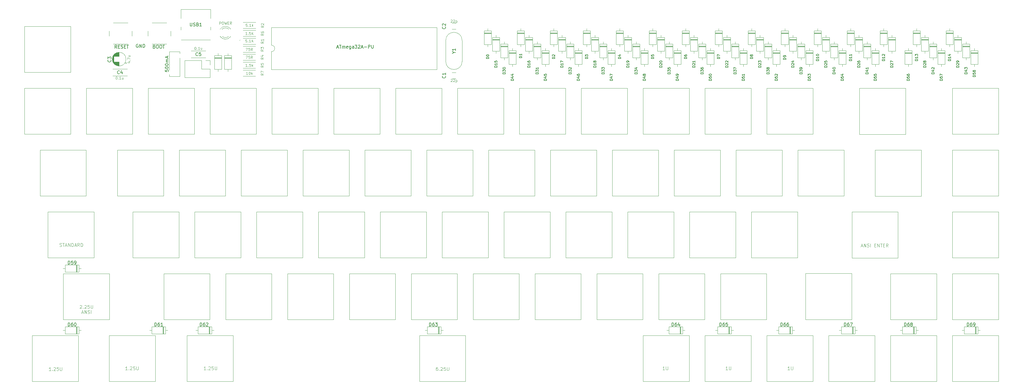
<source format=gto>
G04 #@! TF.GenerationSoftware,KiCad,Pcbnew,(5.1.10)-1*
G04 #@! TF.CreationDate,2021-12-05T16:06:09-05:00*
G04 #@! TF.ProjectId,detach,64657461-6368-42e6-9b69-6361645f7063,rev?*
G04 #@! TF.SameCoordinates,Original*
G04 #@! TF.FileFunction,Legend,Top*
G04 #@! TF.FilePolarity,Positive*
%FSLAX46Y46*%
G04 Gerber Fmt 4.6, Leading zero omitted, Abs format (unit mm)*
G04 Created by KiCad (PCBNEW (5.1.10)-1) date 2021-12-05 16:06:09*
%MOMM*%
%LPD*%
G01*
G04 APERTURE LIST*
%ADD10C,0.100000*%
%ADD11C,0.120000*%
%ADD12C,0.150000*%
G04 APERTURE END LIST*
D10*
X324763333Y-147740666D02*
X325239523Y-147740666D01*
X324668095Y-148026380D02*
X325001428Y-147026380D01*
X325334761Y-148026380D01*
X325668095Y-148026380D02*
X325668095Y-147026380D01*
X326239523Y-148026380D01*
X326239523Y-147026380D01*
X326668095Y-147978761D02*
X326810952Y-148026380D01*
X327049047Y-148026380D01*
X327144285Y-147978761D01*
X327191904Y-147931142D01*
X327239523Y-147835904D01*
X327239523Y-147740666D01*
X327191904Y-147645428D01*
X327144285Y-147597809D01*
X327049047Y-147550190D01*
X326858571Y-147502571D01*
X326763333Y-147454952D01*
X326715714Y-147407333D01*
X326668095Y-147312095D01*
X326668095Y-147216857D01*
X326715714Y-147121619D01*
X326763333Y-147074000D01*
X326858571Y-147026380D01*
X327096666Y-147026380D01*
X327239523Y-147074000D01*
X327668095Y-148026380D02*
X327668095Y-147026380D01*
X328906190Y-147502571D02*
X329239523Y-147502571D01*
X329382380Y-148026380D02*
X328906190Y-148026380D01*
X328906190Y-147026380D01*
X329382380Y-147026380D01*
X329810952Y-148026380D02*
X329810952Y-147026380D01*
X330382380Y-148026380D01*
X330382380Y-147026380D01*
X330715714Y-147026380D02*
X331287142Y-147026380D01*
X331001428Y-148026380D02*
X331001428Y-147026380D01*
X331620476Y-147502571D02*
X331953809Y-147502571D01*
X332096666Y-148026380D02*
X331620476Y-148026380D01*
X331620476Y-147026380D01*
X332096666Y-147026380D01*
X333096666Y-148026380D02*
X332763333Y-147550190D01*
X332525238Y-148026380D02*
X332525238Y-147026380D01*
X332906190Y-147026380D01*
X333001428Y-147074000D01*
X333049047Y-147121619D01*
X333096666Y-147216857D01*
X333096666Y-147359714D01*
X333049047Y-147454952D01*
X333001428Y-147502571D01*
X332906190Y-147550190D01*
X332525238Y-147550190D01*
X135617047Y-84143904D02*
X135236095Y-84143904D01*
X135198000Y-84524857D01*
X135236095Y-84486761D01*
X135312285Y-84448666D01*
X135502761Y-84448666D01*
X135578952Y-84486761D01*
X135617047Y-84524857D01*
X135655142Y-84601047D01*
X135655142Y-84791523D01*
X135617047Y-84867714D01*
X135578952Y-84905809D01*
X135502761Y-84943904D01*
X135312285Y-84943904D01*
X135236095Y-84905809D01*
X135198000Y-84867714D01*
X135998000Y-84867714D02*
X136036095Y-84905809D01*
X135998000Y-84943904D01*
X135959904Y-84905809D01*
X135998000Y-84867714D01*
X135998000Y-84943904D01*
X136798000Y-84943904D02*
X136340857Y-84943904D01*
X136569428Y-84943904D02*
X136569428Y-84143904D01*
X136493238Y-84258190D01*
X136417047Y-84334380D01*
X136340857Y-84372476D01*
X137140857Y-84943904D02*
X137140857Y-84143904D01*
X137598000Y-84943904D02*
X137255142Y-84486761D01*
X137598000Y-84143904D02*
X137140857Y-84601047D01*
D11*
X133318918Y-84395812D02*
X133563890Y-84133342D01*
D12*
X95575619Y-86812380D02*
X95242285Y-86336190D01*
X95004190Y-86812380D02*
X95004190Y-85812380D01*
X95385142Y-85812380D01*
X95480380Y-85860000D01*
X95528000Y-85907619D01*
X95575619Y-86002857D01*
X95575619Y-86145714D01*
X95528000Y-86240952D01*
X95480380Y-86288571D01*
X95385142Y-86336190D01*
X95004190Y-86336190D01*
X96004190Y-86288571D02*
X96337523Y-86288571D01*
X96480380Y-86812380D02*
X96004190Y-86812380D01*
X96004190Y-85812380D01*
X96480380Y-85812380D01*
X96861333Y-86764761D02*
X97004190Y-86812380D01*
X97242285Y-86812380D01*
X97337523Y-86764761D01*
X97385142Y-86717142D01*
X97432761Y-86621904D01*
X97432761Y-86526666D01*
X97385142Y-86431428D01*
X97337523Y-86383809D01*
X97242285Y-86336190D01*
X97051809Y-86288571D01*
X96956571Y-86240952D01*
X96908952Y-86193333D01*
X96861333Y-86098095D01*
X96861333Y-86002857D01*
X96908952Y-85907619D01*
X96956571Y-85860000D01*
X97051809Y-85812380D01*
X97289904Y-85812380D01*
X97432761Y-85860000D01*
X97861333Y-86288571D02*
X98194666Y-86288571D01*
X98337523Y-86812380D02*
X97861333Y-86812380D01*
X97861333Y-85812380D01*
X98337523Y-85812380D01*
X98623238Y-85812380D02*
X99194666Y-85812380D01*
X98908952Y-86812380D02*
X98908952Y-85812380D01*
X102108095Y-85606000D02*
X102012857Y-85558380D01*
X101870000Y-85558380D01*
X101727142Y-85606000D01*
X101631904Y-85701238D01*
X101584285Y-85796476D01*
X101536666Y-85986952D01*
X101536666Y-86129809D01*
X101584285Y-86320285D01*
X101631904Y-86415523D01*
X101727142Y-86510761D01*
X101870000Y-86558380D01*
X101965238Y-86558380D01*
X102108095Y-86510761D01*
X102155714Y-86463142D01*
X102155714Y-86129809D01*
X101965238Y-86129809D01*
X102584285Y-86558380D02*
X102584285Y-85558380D01*
X103155714Y-86558380D01*
X103155714Y-85558380D01*
X103631904Y-86558380D02*
X103631904Y-85558380D01*
X103870000Y-85558380D01*
X104012857Y-85606000D01*
X104108095Y-85701238D01*
X104155714Y-85796476D01*
X104203333Y-85986952D01*
X104203333Y-86129809D01*
X104155714Y-86320285D01*
X104108095Y-86415523D01*
X104012857Y-86510761D01*
X103870000Y-86558380D01*
X103631904Y-86558380D01*
D10*
X84207600Y-166070019D02*
X84255219Y-166022400D01*
X84350457Y-165974780D01*
X84588552Y-165974780D01*
X84683790Y-166022400D01*
X84731409Y-166070019D01*
X84779028Y-166165257D01*
X84779028Y-166260495D01*
X84731409Y-166403352D01*
X84159980Y-166974780D01*
X84779028Y-166974780D01*
X85207600Y-166879542D02*
X85255219Y-166927161D01*
X85207600Y-166974780D01*
X85159980Y-166927161D01*
X85207600Y-166879542D01*
X85207600Y-166974780D01*
X85636171Y-166070019D02*
X85683790Y-166022400D01*
X85779028Y-165974780D01*
X86017123Y-165974780D01*
X86112361Y-166022400D01*
X86159980Y-166070019D01*
X86207600Y-166165257D01*
X86207600Y-166260495D01*
X86159980Y-166403352D01*
X85588552Y-166974780D01*
X86207600Y-166974780D01*
X87112361Y-165974780D02*
X86636171Y-165974780D01*
X86588552Y-166450971D01*
X86636171Y-166403352D01*
X86731409Y-166355733D01*
X86969504Y-166355733D01*
X87064742Y-166403352D01*
X87112361Y-166450971D01*
X87159980Y-166546209D01*
X87159980Y-166784304D01*
X87112361Y-166879542D01*
X87064742Y-166927161D01*
X86969504Y-166974780D01*
X86731409Y-166974780D01*
X86636171Y-166927161D01*
X86588552Y-166879542D01*
X87588552Y-165974780D02*
X87588552Y-166784304D01*
X87636171Y-166879542D01*
X87683790Y-166927161D01*
X87779028Y-166974780D01*
X87969504Y-166974780D01*
X88064742Y-166927161D01*
X88112361Y-166879542D01*
X88159980Y-166784304D01*
X88159980Y-165974780D01*
X84731409Y-168289066D02*
X85207600Y-168289066D01*
X84636171Y-168574780D02*
X84969504Y-167574780D01*
X85302838Y-168574780D01*
X85636171Y-168574780D02*
X85636171Y-167574780D01*
X86207600Y-168574780D01*
X86207600Y-167574780D01*
X86636171Y-168527161D02*
X86779028Y-168574780D01*
X87017123Y-168574780D01*
X87112361Y-168527161D01*
X87159980Y-168479542D01*
X87207600Y-168384304D01*
X87207600Y-168289066D01*
X87159980Y-168193828D01*
X87112361Y-168146209D01*
X87017123Y-168098590D01*
X86826647Y-168050971D01*
X86731409Y-168003352D01*
X86683790Y-167955733D01*
X86636171Y-167860495D01*
X86636171Y-167765257D01*
X86683790Y-167670019D01*
X86731409Y-167622400D01*
X86826647Y-167574780D01*
X87064742Y-167574780D01*
X87207600Y-167622400D01*
X87636171Y-168574780D02*
X87636171Y-167574780D01*
X302773210Y-185908614D02*
X302201782Y-185908614D01*
X302487496Y-185908614D02*
X302487496Y-184908614D01*
X302392258Y-185051472D01*
X302297020Y-185146710D01*
X302201782Y-185194329D01*
X303201782Y-184908614D02*
X303201782Y-185718138D01*
X303249401Y-185813376D01*
X303297020Y-185860995D01*
X303392258Y-185908614D01*
X303582734Y-185908614D01*
X303677972Y-185860995D01*
X303725591Y-185813376D01*
X303773210Y-185718138D01*
X303773210Y-184908614D01*
X283682892Y-185908614D02*
X283111464Y-185908614D01*
X283397178Y-185908614D02*
X283397178Y-184908614D01*
X283301940Y-185051472D01*
X283206702Y-185146710D01*
X283111464Y-185194329D01*
X284111464Y-184908614D02*
X284111464Y-185718138D01*
X284159083Y-185813376D01*
X284206702Y-185860995D01*
X284301940Y-185908614D01*
X284492416Y-185908614D01*
X284587654Y-185860995D01*
X284635273Y-185813376D01*
X284682892Y-185718138D01*
X284682892Y-184908614D01*
X264272650Y-185908614D02*
X263701222Y-185908614D01*
X263986936Y-185908614D02*
X263986936Y-184908614D01*
X263891698Y-185051472D01*
X263796460Y-185146710D01*
X263701222Y-185194329D01*
X264701222Y-184908614D02*
X264701222Y-185718138D01*
X264748841Y-185813376D01*
X264796460Y-185860995D01*
X264891698Y-185908614D01*
X265082174Y-185908614D01*
X265177412Y-185860995D01*
X265225031Y-185813376D01*
X265272650Y-185718138D01*
X265272650Y-184908614D01*
X77986380Y-147856063D02*
X78129238Y-147903682D01*
X78367333Y-147903682D01*
X78462571Y-147856063D01*
X78510190Y-147808444D01*
X78557809Y-147713206D01*
X78557809Y-147617968D01*
X78510190Y-147522730D01*
X78462571Y-147475111D01*
X78367333Y-147427492D01*
X78176857Y-147379873D01*
X78081619Y-147332254D01*
X78034000Y-147284635D01*
X77986380Y-147189397D01*
X77986380Y-147094159D01*
X78034000Y-146998921D01*
X78081619Y-146951302D01*
X78176857Y-146903682D01*
X78414952Y-146903682D01*
X78557809Y-146951302D01*
X78843523Y-146903682D02*
X79414952Y-146903682D01*
X79129238Y-147903682D02*
X79129238Y-146903682D01*
X79700666Y-147617968D02*
X80176857Y-147617968D01*
X79605428Y-147903682D02*
X79938761Y-146903682D01*
X80272095Y-147903682D01*
X80605428Y-147903682D02*
X80605428Y-146903682D01*
X81176857Y-147903682D01*
X81176857Y-146903682D01*
X81653047Y-147903682D02*
X81653047Y-146903682D01*
X81891142Y-146903682D01*
X82034000Y-146951302D01*
X82129238Y-147046540D01*
X82176857Y-147141778D01*
X82224476Y-147332254D01*
X82224476Y-147475111D01*
X82176857Y-147665587D01*
X82129238Y-147760825D01*
X82034000Y-147856063D01*
X81891142Y-147903682D01*
X81653047Y-147903682D01*
X82605428Y-147617968D02*
X83081619Y-147617968D01*
X82510190Y-147903682D02*
X82843523Y-146903682D01*
X83176857Y-147903682D01*
X84081619Y-147903682D02*
X83748285Y-147427492D01*
X83510190Y-147903682D02*
X83510190Y-146903682D01*
X83891142Y-146903682D01*
X83986380Y-146951302D01*
X84034000Y-146998921D01*
X84081619Y-147094159D01*
X84081619Y-147237016D01*
X84034000Y-147332254D01*
X83986380Y-147379873D01*
X83891142Y-147427492D01*
X83510190Y-147427492D01*
X84510190Y-147903682D02*
X84510190Y-146903682D01*
X84748285Y-146903682D01*
X84891142Y-146951302D01*
X84986380Y-147046540D01*
X85034000Y-147141778D01*
X85081619Y-147332254D01*
X85081619Y-147475111D01*
X85034000Y-147665587D01*
X84986380Y-147760825D01*
X84891142Y-147856063D01*
X84748285Y-147903682D01*
X84510190Y-147903682D01*
X122962062Y-185908614D02*
X122390634Y-185908614D01*
X122676348Y-185908614D02*
X122676348Y-184908614D01*
X122581110Y-185051472D01*
X122485872Y-185146710D01*
X122390634Y-185194329D01*
X123390634Y-185813376D02*
X123438253Y-185860995D01*
X123390634Y-185908614D01*
X123343014Y-185860995D01*
X123390634Y-185813376D01*
X123390634Y-185908614D01*
X123819205Y-185003853D02*
X123866824Y-184956234D01*
X123962062Y-184908614D01*
X124200157Y-184908614D01*
X124295395Y-184956234D01*
X124343014Y-185003853D01*
X124390634Y-185099091D01*
X124390634Y-185194329D01*
X124343014Y-185337186D01*
X123771586Y-185908614D01*
X124390634Y-185908614D01*
X125295395Y-184908614D02*
X124819205Y-184908614D01*
X124771586Y-185384805D01*
X124819205Y-185337186D01*
X124914443Y-185289567D01*
X125152538Y-185289567D01*
X125247776Y-185337186D01*
X125295395Y-185384805D01*
X125343014Y-185480043D01*
X125343014Y-185718138D01*
X125295395Y-185813376D01*
X125247776Y-185860995D01*
X125152538Y-185908614D01*
X124914443Y-185908614D01*
X124819205Y-185860995D01*
X124771586Y-185813376D01*
X125771586Y-184908614D02*
X125771586Y-185718138D01*
X125819205Y-185813376D01*
X125866824Y-185860995D01*
X125962062Y-185908614D01*
X126152538Y-185908614D01*
X126247776Y-185860995D01*
X126295395Y-185813376D01*
X126343014Y-185718138D01*
X126343014Y-184908614D01*
X98815282Y-185908614D02*
X98243854Y-185908614D01*
X98529568Y-185908614D02*
X98529568Y-184908614D01*
X98434330Y-185051472D01*
X98339092Y-185146710D01*
X98243854Y-185194329D01*
X99243854Y-185813376D02*
X99291473Y-185860995D01*
X99243854Y-185908614D01*
X99196234Y-185860995D01*
X99243854Y-185813376D01*
X99243854Y-185908614D01*
X99672425Y-185003853D02*
X99720044Y-184956234D01*
X99815282Y-184908614D01*
X100053377Y-184908614D01*
X100148615Y-184956234D01*
X100196234Y-185003853D01*
X100243854Y-185099091D01*
X100243854Y-185194329D01*
X100196234Y-185337186D01*
X99624806Y-185908614D01*
X100243854Y-185908614D01*
X101148615Y-184908614D02*
X100672425Y-184908614D01*
X100624806Y-185384805D01*
X100672425Y-185337186D01*
X100767663Y-185289567D01*
X101005758Y-185289567D01*
X101100996Y-185337186D01*
X101148615Y-185384805D01*
X101196234Y-185480043D01*
X101196234Y-185718138D01*
X101148615Y-185813376D01*
X101100996Y-185860995D01*
X101005758Y-185908614D01*
X100767663Y-185908614D01*
X100672425Y-185860995D01*
X100624806Y-185813376D01*
X101624806Y-184908614D02*
X101624806Y-185718138D01*
X101672425Y-185813376D01*
X101720044Y-185860995D01*
X101815282Y-185908614D01*
X102005758Y-185908614D01*
X102100996Y-185860995D01*
X102148615Y-185813376D01*
X102196234Y-185718138D01*
X102196234Y-184908614D01*
X75279428Y-186126380D02*
X74708000Y-186126380D01*
X74993714Y-186126380D02*
X74993714Y-185126380D01*
X74898476Y-185269238D01*
X74803238Y-185364476D01*
X74708000Y-185412095D01*
X75708000Y-186031142D02*
X75755619Y-186078761D01*
X75708000Y-186126380D01*
X75660380Y-186078761D01*
X75708000Y-186031142D01*
X75708000Y-186126380D01*
X76136571Y-185221619D02*
X76184190Y-185174000D01*
X76279428Y-185126380D01*
X76517523Y-185126380D01*
X76612761Y-185174000D01*
X76660380Y-185221619D01*
X76708000Y-185316857D01*
X76708000Y-185412095D01*
X76660380Y-185554952D01*
X76088952Y-186126380D01*
X76708000Y-186126380D01*
X77612761Y-185126380D02*
X77136571Y-185126380D01*
X77088952Y-185602571D01*
X77136571Y-185554952D01*
X77231809Y-185507333D01*
X77469904Y-185507333D01*
X77565142Y-185554952D01*
X77612761Y-185602571D01*
X77660380Y-185697809D01*
X77660380Y-185935904D01*
X77612761Y-186031142D01*
X77565142Y-186078761D01*
X77469904Y-186126380D01*
X77231809Y-186126380D01*
X77136571Y-186078761D01*
X77088952Y-186031142D01*
X78088952Y-185126380D02*
X78088952Y-185935904D01*
X78136571Y-186031142D01*
X78184190Y-186078761D01*
X78279428Y-186126380D01*
X78469904Y-186126380D01*
X78565142Y-186078761D01*
X78612761Y-186031142D01*
X78660380Y-185935904D01*
X78660380Y-185126380D01*
D11*
X352913250Y-137203750D02*
X352913250Y-151403750D01*
X352913250Y-151403750D02*
X367113250Y-151403750D01*
X367113250Y-151403750D02*
X367113250Y-137203750D01*
X367113250Y-137203750D02*
X352913250Y-137203750D01*
X186226250Y-156253750D02*
X186226250Y-170453750D01*
X186226250Y-170453750D02*
X200426250Y-170453750D01*
X200426250Y-170453750D02*
X200426250Y-156253750D01*
X200426250Y-156253750D02*
X186226250Y-156253750D01*
X119550750Y-137203750D02*
X119550750Y-151403750D01*
X119550750Y-151403750D02*
X133750750Y-151403750D01*
X133750750Y-151403750D02*
X133750750Y-137203750D01*
X133750750Y-137203750D02*
X119550750Y-137203750D01*
X281476250Y-156253750D02*
X281476250Y-170453750D01*
X281476250Y-170453750D02*
X295676250Y-170453750D01*
X295676250Y-170453750D02*
X295676250Y-156253750D01*
X295676250Y-156253750D02*
X281476250Y-156253750D01*
X262426250Y-156253750D02*
X262426250Y-170453750D01*
X262426250Y-170453750D02*
X276626250Y-170453750D01*
X276626250Y-170453750D02*
X276626250Y-156253750D01*
X276626250Y-156253750D02*
X262426250Y-156253750D01*
X202972000Y-175300000D02*
X188772000Y-175300000D01*
X202972000Y-189500000D02*
X202972000Y-175300000D01*
X188772000Y-189500000D02*
X202972000Y-189500000D01*
X188772000Y-175300000D02*
X188772000Y-189500000D01*
X131360000Y-175300000D02*
X117160000Y-175300000D01*
X131360000Y-189500000D02*
X131360000Y-175300000D01*
X117160000Y-189500000D02*
X131360000Y-189500000D01*
X117160000Y-175300000D02*
X117160000Y-189500000D01*
X107430000Y-175300000D02*
X93230000Y-175300000D01*
X107430000Y-189500000D02*
X107430000Y-175300000D01*
X93230000Y-189500000D02*
X107430000Y-189500000D01*
X93230000Y-175300000D02*
X93230000Y-189500000D01*
X83740000Y-175300000D02*
X69540000Y-175300000D01*
X83740000Y-189500000D02*
X83740000Y-175300000D01*
X69540000Y-189500000D02*
X83740000Y-189500000D01*
X69540000Y-175300000D02*
X69540000Y-189500000D01*
X321870000Y-156230000D02*
X307670000Y-156230000D01*
X321870000Y-170430000D02*
X321870000Y-156230000D01*
X307670000Y-170430000D02*
X321870000Y-170430000D01*
X307670000Y-156230000D02*
X307670000Y-170430000D01*
X290910000Y-175300000D02*
X276710000Y-175300000D01*
X290910000Y-189500000D02*
X290910000Y-175300000D01*
X276710000Y-189500000D02*
X290910000Y-189500000D01*
X276710000Y-175300000D02*
X276710000Y-189500000D01*
X271860000Y-175300000D02*
X257660000Y-175300000D01*
X271860000Y-189500000D02*
X271860000Y-175300000D01*
X257660000Y-189500000D02*
X271860000Y-189500000D01*
X257660000Y-175300000D02*
X257660000Y-189500000D01*
X214800250Y-137203750D02*
X214800250Y-151403750D01*
X214800250Y-151403750D02*
X229000250Y-151403750D01*
X229000250Y-151403750D02*
X229000250Y-137203750D01*
X229000250Y-137203750D02*
X214800250Y-137203750D01*
X195750250Y-137203750D02*
X195750250Y-151403750D01*
X195750250Y-151403750D02*
X209950250Y-151403750D01*
X209950250Y-151403750D02*
X209950250Y-137203750D01*
X209950250Y-137203750D02*
X195750250Y-137203750D01*
X157650250Y-137203750D02*
X157650250Y-151403750D01*
X157650250Y-151403750D02*
X171850250Y-151403750D01*
X171850250Y-151403750D02*
X171850250Y-137203750D01*
X171850250Y-137203750D02*
X157650250Y-137203750D01*
X93280000Y-156250000D02*
X79080000Y-156250000D01*
X93280000Y-170450000D02*
X93280000Y-156250000D01*
X79080000Y-170450000D02*
X93280000Y-170450000D01*
X79080000Y-156250000D02*
X79080000Y-170450000D01*
X336160000Y-137210000D02*
X321960000Y-137210000D01*
X336160000Y-151410000D02*
X336160000Y-137210000D01*
X321960000Y-151410000D02*
X336160000Y-151410000D01*
X321960000Y-137210000D02*
X321960000Y-151410000D01*
X88530000Y-137200000D02*
X74330000Y-137200000D01*
X88530000Y-151400000D02*
X88530000Y-137200000D01*
X74330000Y-151400000D02*
X88530000Y-151400000D01*
X74330000Y-137200000D02*
X74330000Y-151400000D01*
X343300000Y-118170000D02*
X329100000Y-118170000D01*
X343300000Y-132370000D02*
X343300000Y-118170000D01*
X329100000Y-132370000D02*
X343300000Y-132370000D01*
X329100000Y-118170000D02*
X329100000Y-132370000D01*
X71940000Y-118150000D02*
X71940000Y-132350000D01*
X71940000Y-132350000D02*
X86140000Y-132350000D01*
X86140000Y-132350000D02*
X86140000Y-118150000D01*
X86140000Y-118150000D02*
X71940000Y-118150000D01*
X324290000Y-99110000D02*
X324290000Y-113310000D01*
X324290000Y-113310000D02*
X338490000Y-113310000D01*
X338490000Y-113310000D02*
X338490000Y-99110000D01*
X338490000Y-99110000D02*
X324290000Y-99110000D01*
X257663250Y-99103750D02*
X257663250Y-113303750D01*
X257663250Y-113303750D02*
X271863250Y-113303750D01*
X271863250Y-113303750D02*
X271863250Y-99103750D01*
X271863250Y-99103750D02*
X257663250Y-99103750D01*
X114788250Y-118153750D02*
X114788250Y-132353750D01*
X114788250Y-132353750D02*
X128988250Y-132353750D01*
X128988250Y-132353750D02*
X128988250Y-118153750D01*
X128988250Y-118153750D02*
X114788250Y-118153750D01*
X238613250Y-99103750D02*
X238613250Y-113303750D01*
X238613250Y-113303750D02*
X252813250Y-113303750D01*
X252813250Y-113303750D02*
X252813250Y-99103750D01*
X252813250Y-99103750D02*
X238613250Y-99103750D01*
X124313250Y-99103750D02*
X124313250Y-113303750D01*
X124313250Y-113303750D02*
X138513250Y-113303750D01*
X138513250Y-113303750D02*
X138513250Y-99103750D01*
X138513250Y-99103750D02*
X124313250Y-99103750D01*
X295763250Y-99103750D02*
X295763250Y-113303750D01*
X295763250Y-113303750D02*
X309963250Y-113303750D01*
X309963250Y-113303750D02*
X309963250Y-99103750D01*
X309963250Y-99103750D02*
X295763250Y-99103750D01*
X133838250Y-118153750D02*
X133838250Y-132353750D01*
X133838250Y-132353750D02*
X148038250Y-132353750D01*
X148038250Y-132353750D02*
X148038250Y-118153750D01*
X148038250Y-118153750D02*
X133838250Y-118153750D01*
X67163250Y-99103750D02*
X67163250Y-113303750D01*
X67163250Y-113303750D02*
X81363250Y-113303750D01*
X81363250Y-113303750D02*
X81363250Y-99103750D01*
X81363250Y-99103750D02*
X67163250Y-99103750D01*
X86213250Y-99103750D02*
X86213250Y-113303750D01*
X86213250Y-113303750D02*
X100413250Y-113303750D01*
X100413250Y-113303750D02*
X100413250Y-99103750D01*
X100413250Y-99103750D02*
X86213250Y-99103750D01*
X105263250Y-99103750D02*
X105263250Y-113303750D01*
X105263250Y-113303750D02*
X119463250Y-113303750D01*
X119463250Y-113303750D02*
X119463250Y-99103750D01*
X119463250Y-99103750D02*
X105263250Y-99103750D01*
X143363250Y-99103750D02*
X143363250Y-113303750D01*
X143363250Y-113303750D02*
X157563250Y-113303750D01*
X157563250Y-113303750D02*
X157563250Y-99103750D01*
X157563250Y-99103750D02*
X143363250Y-99103750D01*
X162413250Y-99103750D02*
X162413250Y-113303750D01*
X162413250Y-113303750D02*
X176613250Y-113303750D01*
X176613250Y-113303750D02*
X176613250Y-99103750D01*
X176613250Y-99103750D02*
X162413250Y-99103750D01*
X181463250Y-99103750D02*
X181463250Y-113303750D01*
X181463250Y-113303750D02*
X195663250Y-113303750D01*
X195663250Y-113303750D02*
X195663250Y-99103750D01*
X195663250Y-99103750D02*
X181463250Y-99103750D01*
X200513250Y-99103750D02*
X200513250Y-113303750D01*
X200513250Y-113303750D02*
X214713250Y-113303750D01*
X214713250Y-113303750D02*
X214713250Y-99103750D01*
X214713250Y-99103750D02*
X200513250Y-99103750D01*
X219563250Y-99103750D02*
X219563250Y-113303750D01*
X219563250Y-113303750D02*
X233763250Y-113303750D01*
X233763250Y-113303750D02*
X233763250Y-99103750D01*
X233763250Y-99103750D02*
X219563250Y-99103750D01*
X276713250Y-99103750D02*
X276713250Y-113303750D01*
X276713250Y-113303750D02*
X290913250Y-113303750D01*
X290913250Y-113303750D02*
X290913250Y-99103750D01*
X290913250Y-99103750D02*
X276713250Y-99103750D01*
X352913250Y-99103750D02*
X352913250Y-113303750D01*
X352913250Y-113303750D02*
X367113250Y-113303750D01*
X367113250Y-113303750D02*
X367113250Y-99103750D01*
X367113250Y-99103750D02*
X352913250Y-99103750D01*
X95738250Y-118153750D02*
X95738250Y-132353750D01*
X95738250Y-132353750D02*
X109938250Y-132353750D01*
X109938250Y-132353750D02*
X109938250Y-118153750D01*
X109938250Y-118153750D02*
X95738250Y-118153750D01*
X152888250Y-118153750D02*
X152888250Y-132353750D01*
X152888250Y-132353750D02*
X167088250Y-132353750D01*
X167088250Y-132353750D02*
X167088250Y-118153750D01*
X167088250Y-118153750D02*
X152888250Y-118153750D01*
X171938250Y-118153750D02*
X171938250Y-132353750D01*
X171938250Y-132353750D02*
X186138250Y-132353750D01*
X186138250Y-132353750D02*
X186138250Y-118153750D01*
X186138250Y-118153750D02*
X171938250Y-118153750D01*
X190988250Y-118153750D02*
X190988250Y-132353750D01*
X190988250Y-132353750D02*
X205188250Y-132353750D01*
X205188250Y-132353750D02*
X205188250Y-118153750D01*
X205188250Y-118153750D02*
X190988250Y-118153750D01*
X210038250Y-118153750D02*
X210038250Y-132353750D01*
X210038250Y-132353750D02*
X224238250Y-132353750D01*
X224238250Y-132353750D02*
X224238250Y-118153750D01*
X224238250Y-118153750D02*
X210038250Y-118153750D01*
X229088250Y-118153750D02*
X229088250Y-132353750D01*
X229088250Y-132353750D02*
X243288250Y-132353750D01*
X243288250Y-132353750D02*
X243288250Y-118153750D01*
X243288250Y-118153750D02*
X229088250Y-118153750D01*
X248138250Y-118153750D02*
X248138250Y-132353750D01*
X248138250Y-132353750D02*
X262338250Y-132353750D01*
X262338250Y-132353750D02*
X262338250Y-118153750D01*
X262338250Y-118153750D02*
X248138250Y-118153750D01*
X267188250Y-118153750D02*
X267188250Y-132353750D01*
X267188250Y-132353750D02*
X281388250Y-132353750D01*
X281388250Y-132353750D02*
X281388250Y-118153750D01*
X281388250Y-118153750D02*
X267188250Y-118153750D01*
X286238250Y-118153750D02*
X286238250Y-132353750D01*
X286238250Y-132353750D02*
X300438250Y-132353750D01*
X300438250Y-132353750D02*
X300438250Y-118153750D01*
X300438250Y-118153750D02*
X286238250Y-118153750D01*
X305288250Y-118153750D02*
X305288250Y-132353750D01*
X305288250Y-132353750D02*
X319488250Y-132353750D01*
X319488250Y-132353750D02*
X319488250Y-118153750D01*
X319488250Y-118153750D02*
X305288250Y-118153750D01*
X352913250Y-118153750D02*
X352913250Y-132353750D01*
X352913250Y-132353750D02*
X367113250Y-132353750D01*
X367113250Y-132353750D02*
X367113250Y-118153750D01*
X367113250Y-118153750D02*
X352913250Y-118153750D01*
X100500750Y-137203750D02*
X100500750Y-151403750D01*
X100500750Y-151403750D02*
X114700750Y-151403750D01*
X114700750Y-151403750D02*
X114700750Y-137203750D01*
X114700750Y-137203750D02*
X100500750Y-137203750D01*
X138600750Y-137203750D02*
X138600750Y-151403750D01*
X138600750Y-151403750D02*
X152800750Y-151403750D01*
X152800750Y-151403750D02*
X152800750Y-137203750D01*
X152800750Y-137203750D02*
X138600750Y-137203750D01*
X176700250Y-137203750D02*
X176700250Y-151403750D01*
X176700250Y-151403750D02*
X190900250Y-151403750D01*
X190900250Y-151403750D02*
X190900250Y-137203750D01*
X190900250Y-137203750D02*
X176700250Y-137203750D01*
X233850250Y-137203750D02*
X233850250Y-151403750D01*
X233850250Y-151403750D02*
X248050250Y-151403750D01*
X248050250Y-151403750D02*
X248050250Y-137203750D01*
X248050250Y-137203750D02*
X233850250Y-137203750D01*
X252900250Y-137203750D02*
X252900250Y-151403750D01*
X252900250Y-151403750D02*
X267100250Y-151403750D01*
X267100250Y-151403750D02*
X267100250Y-137203750D01*
X267100250Y-137203750D02*
X252900250Y-137203750D01*
X271950250Y-137203750D02*
X271950250Y-151403750D01*
X271950250Y-151403750D02*
X286150250Y-151403750D01*
X286150250Y-151403750D02*
X286150250Y-137203750D01*
X286150250Y-137203750D02*
X271950250Y-137203750D01*
X291000250Y-137203750D02*
X291000250Y-151403750D01*
X291000250Y-151403750D02*
X305200250Y-151403750D01*
X305200250Y-151403750D02*
X305200250Y-137203750D01*
X305200250Y-137203750D02*
X291000250Y-137203750D01*
X110025750Y-156253750D02*
X110025750Y-170453750D01*
X110025750Y-170453750D02*
X124225750Y-170453750D01*
X124225750Y-170453750D02*
X124225750Y-156253750D01*
X124225750Y-156253750D02*
X110025750Y-156253750D01*
X129075750Y-156253750D02*
X129075750Y-170453750D01*
X129075750Y-170453750D02*
X143275750Y-170453750D01*
X143275750Y-170453750D02*
X143275750Y-156253750D01*
X143275750Y-156253750D02*
X129075750Y-156253750D01*
X148125750Y-156253750D02*
X148125750Y-170453750D01*
X148125750Y-170453750D02*
X162325750Y-170453750D01*
X162325750Y-170453750D02*
X162325750Y-156253750D01*
X162325750Y-156253750D02*
X148125750Y-156253750D01*
X167176250Y-156253750D02*
X167176250Y-170453750D01*
X167176250Y-170453750D02*
X181376250Y-170453750D01*
X181376250Y-170453750D02*
X181376250Y-156253750D01*
X181376250Y-156253750D02*
X167176250Y-156253750D01*
X205276250Y-156253750D02*
X205276250Y-170453750D01*
X205276250Y-170453750D02*
X219476250Y-170453750D01*
X219476250Y-170453750D02*
X219476250Y-156253750D01*
X219476250Y-156253750D02*
X205276250Y-156253750D01*
X224326250Y-156253750D02*
X224326250Y-170453750D01*
X224326250Y-170453750D02*
X238526250Y-170453750D01*
X238526250Y-170453750D02*
X238526250Y-156253750D01*
X238526250Y-156253750D02*
X224326250Y-156253750D01*
X243376250Y-156253750D02*
X243376250Y-170453750D01*
X243376250Y-170453750D02*
X257576250Y-170453750D01*
X257576250Y-170453750D02*
X257576250Y-156253750D01*
X257576250Y-156253750D02*
X243376250Y-156253750D01*
X333863250Y-156253750D02*
X333863250Y-170453750D01*
X333863250Y-170453750D02*
X348063250Y-170453750D01*
X348063250Y-170453750D02*
X348063250Y-156253750D01*
X348063250Y-156253750D02*
X333863250Y-156253750D01*
X352913250Y-156253750D02*
X352913250Y-170453750D01*
X352913250Y-170453750D02*
X367113250Y-170453750D01*
X367113250Y-170453750D02*
X367113250Y-156253750D01*
X367113250Y-156253750D02*
X352913250Y-156253750D01*
X314813250Y-175300000D02*
X314813250Y-189500000D01*
X314813250Y-189500000D02*
X329013250Y-189500000D01*
X329013250Y-189500000D02*
X329013250Y-175300000D01*
X329013250Y-175300000D02*
X314813250Y-175300000D01*
X333863250Y-175300000D02*
X333863250Y-189500000D01*
X333863250Y-189500000D02*
X348063250Y-189500000D01*
X348063250Y-189500000D02*
X348063250Y-175300000D01*
X348063250Y-175300000D02*
X333863250Y-175300000D01*
X352913250Y-175300000D02*
X352913250Y-189500000D01*
X352913250Y-189500000D02*
X367113250Y-189500000D01*
X367113250Y-189500000D02*
X367113250Y-175300000D01*
X367113250Y-175300000D02*
X352913250Y-175300000D01*
X295763528Y-175300000D02*
X295763528Y-189500000D01*
X295763528Y-189500000D02*
X309963528Y-189500000D01*
X309963528Y-189500000D02*
X309963528Y-175300000D01*
X309963528Y-175300000D02*
X295763528Y-175300000D01*
X67163250Y-80052000D02*
X67163250Y-94252000D01*
X67163250Y-94252000D02*
X81363250Y-94252000D01*
X81363250Y-94252000D02*
X81363250Y-80052000D01*
X81363250Y-80052000D02*
X67163250Y-80052000D01*
X111776000Y-87884000D02*
X114976000Y-87884000D01*
X111776000Y-95485000D02*
X114976000Y-95485000D01*
X114976000Y-88445000D02*
X114976000Y-87884000D01*
X114976000Y-95485000D02*
X114976000Y-89822000D01*
X111776000Y-93545000D02*
X111776000Y-87884000D01*
X111776000Y-95485000D02*
X111776000Y-94923000D01*
X360768000Y-174856000D02*
X360768000Y-172616000D01*
X360768000Y-172616000D02*
X356528000Y-172616000D01*
X356528000Y-172616000D02*
X356528000Y-174856000D01*
X356528000Y-174856000D02*
X360768000Y-174856000D01*
X361418000Y-173736000D02*
X360768000Y-173736000D01*
X355878000Y-173736000D02*
X356528000Y-173736000D01*
X360048000Y-174856000D02*
X360048000Y-172616000D01*
X359928000Y-174856000D02*
X359928000Y-172616000D01*
X360168000Y-174856000D02*
X360168000Y-172616000D01*
X341718000Y-174856000D02*
X341718000Y-172616000D01*
X341718000Y-172616000D02*
X337478000Y-172616000D01*
X337478000Y-172616000D02*
X337478000Y-174856000D01*
X337478000Y-174856000D02*
X341718000Y-174856000D01*
X342368000Y-173736000D02*
X341718000Y-173736000D01*
X336828000Y-173736000D02*
X337478000Y-173736000D01*
X340998000Y-174856000D02*
X340998000Y-172616000D01*
X340878000Y-174856000D02*
X340878000Y-172616000D01*
X341118000Y-174856000D02*
X341118000Y-172616000D01*
X322922000Y-174856000D02*
X322922000Y-172616000D01*
X322922000Y-172616000D02*
X318682000Y-172616000D01*
X318682000Y-172616000D02*
X318682000Y-174856000D01*
X318682000Y-174856000D02*
X322922000Y-174856000D01*
X323572000Y-173736000D02*
X322922000Y-173736000D01*
X318032000Y-173736000D02*
X318682000Y-173736000D01*
X322202000Y-174856000D02*
X322202000Y-172616000D01*
X322082000Y-174856000D02*
X322082000Y-172616000D01*
X322322000Y-174856000D02*
X322322000Y-172616000D01*
X303618000Y-174856000D02*
X303618000Y-172616000D01*
X303618000Y-172616000D02*
X299378000Y-172616000D01*
X299378000Y-172616000D02*
X299378000Y-174856000D01*
X299378000Y-174856000D02*
X303618000Y-174856000D01*
X304268000Y-173736000D02*
X303618000Y-173736000D01*
X298728000Y-173736000D02*
X299378000Y-173736000D01*
X302898000Y-174856000D02*
X302898000Y-172616000D01*
X302778000Y-174856000D02*
X302778000Y-172616000D01*
X303018000Y-174856000D02*
X303018000Y-172616000D01*
X284822000Y-174856000D02*
X284822000Y-172616000D01*
X284822000Y-172616000D02*
X280582000Y-172616000D01*
X280582000Y-172616000D02*
X280582000Y-174856000D01*
X280582000Y-174856000D02*
X284822000Y-174856000D01*
X285472000Y-173736000D02*
X284822000Y-173736000D01*
X279932000Y-173736000D02*
X280582000Y-173736000D01*
X284102000Y-174856000D02*
X284102000Y-172616000D01*
X283982000Y-174856000D02*
X283982000Y-172616000D01*
X284222000Y-174856000D02*
X284222000Y-172616000D01*
X269836000Y-174856000D02*
X269836000Y-172616000D01*
X269836000Y-172616000D02*
X265596000Y-172616000D01*
X265596000Y-172616000D02*
X265596000Y-174856000D01*
X265596000Y-174856000D02*
X269836000Y-174856000D01*
X270486000Y-173736000D02*
X269836000Y-173736000D01*
X264946000Y-173736000D02*
X265596000Y-173736000D01*
X269116000Y-174856000D02*
X269116000Y-172616000D01*
X268996000Y-174856000D02*
X268996000Y-172616000D01*
X269236000Y-174856000D02*
X269236000Y-172616000D01*
X195414000Y-174856000D02*
X195414000Y-172616000D01*
X195414000Y-172616000D02*
X191174000Y-172616000D01*
X191174000Y-172616000D02*
X191174000Y-174856000D01*
X191174000Y-174856000D02*
X195414000Y-174856000D01*
X196064000Y-173736000D02*
X195414000Y-173736000D01*
X190524000Y-173736000D02*
X191174000Y-173736000D01*
X194694000Y-174856000D02*
X194694000Y-172616000D01*
X194574000Y-174856000D02*
X194574000Y-172616000D01*
X194814000Y-174856000D02*
X194814000Y-172616000D01*
X124802000Y-174856000D02*
X124802000Y-172616000D01*
X124802000Y-172616000D02*
X120562000Y-172616000D01*
X120562000Y-172616000D02*
X120562000Y-174856000D01*
X120562000Y-174856000D02*
X124802000Y-174856000D01*
X125452000Y-173736000D02*
X124802000Y-173736000D01*
X119912000Y-173736000D02*
X120562000Y-173736000D01*
X124082000Y-174856000D02*
X124082000Y-172616000D01*
X123962000Y-174856000D02*
X123962000Y-172616000D01*
X124202000Y-174856000D02*
X124202000Y-172616000D01*
X110578000Y-174856000D02*
X110578000Y-172616000D01*
X110578000Y-172616000D02*
X106338000Y-172616000D01*
X106338000Y-172616000D02*
X106338000Y-174856000D01*
X106338000Y-174856000D02*
X110578000Y-174856000D01*
X111228000Y-173736000D02*
X110578000Y-173736000D01*
X105688000Y-173736000D02*
X106338000Y-173736000D01*
X109858000Y-174856000D02*
X109858000Y-172616000D01*
X109738000Y-174856000D02*
X109738000Y-172616000D01*
X109978000Y-174856000D02*
X109978000Y-172616000D01*
X83908000Y-174856000D02*
X83908000Y-172616000D01*
X83908000Y-172616000D02*
X79668000Y-172616000D01*
X79668000Y-172616000D02*
X79668000Y-174856000D01*
X79668000Y-174856000D02*
X83908000Y-174856000D01*
X84558000Y-173736000D02*
X83908000Y-173736000D01*
X79018000Y-173736000D02*
X79668000Y-173736000D01*
X83188000Y-174856000D02*
X83188000Y-172616000D01*
X83068000Y-174856000D02*
X83068000Y-172616000D01*
X83308000Y-174856000D02*
X83308000Y-172616000D01*
X83908000Y-155806000D02*
X83908000Y-153566000D01*
X83908000Y-153566000D02*
X79668000Y-153566000D01*
X79668000Y-153566000D02*
X79668000Y-155806000D01*
X79668000Y-155806000D02*
X83908000Y-155806000D01*
X84558000Y-154686000D02*
X83908000Y-154686000D01*
X79018000Y-154686000D02*
X79668000Y-154686000D01*
X83188000Y-155806000D02*
X83188000Y-153566000D01*
X83068000Y-155806000D02*
X83068000Y-153566000D01*
X83308000Y-155806000D02*
X83308000Y-153566000D01*
X138276316Y-92952665D02*
X134436316Y-92952665D01*
X138276316Y-91112665D02*
X134436316Y-91112665D01*
X138276316Y-90497332D02*
X134436316Y-90497332D01*
X138276316Y-88657332D02*
X134436316Y-88657332D01*
X138276316Y-88041999D02*
X134436316Y-88041999D01*
X138276316Y-86201999D02*
X134436316Y-86201999D01*
X138318000Y-85586666D02*
X134478000Y-85586666D01*
X138318000Y-83746666D02*
X134478000Y-83746666D01*
X134478000Y-78836000D02*
X138318000Y-78836000D01*
X134478000Y-80676000D02*
X138318000Y-80676000D01*
X134478000Y-81291333D02*
X138318000Y-81291333D01*
X134478000Y-83131333D02*
X138318000Y-83131333D01*
X138276316Y-95408000D02*
X134436316Y-95408000D01*
X138276316Y-93568000D02*
X134436316Y-93568000D01*
X98398000Y-90170000D02*
G75*
G03*
X98398000Y-90170000I-2120000J0D01*
G01*
X96278000Y-89330000D02*
X96278000Y-88090000D01*
X96278000Y-92250000D02*
X96278000Y-91010000D01*
X96238000Y-89330000D02*
X96238000Y-88090000D01*
X96238000Y-92250000D02*
X96238000Y-91010000D01*
X96198000Y-89330000D02*
X96198000Y-88091000D01*
X96198000Y-92249000D02*
X96198000Y-91010000D01*
X96158000Y-92247000D02*
X96158000Y-91010000D01*
X96158000Y-89330000D02*
X96158000Y-88093000D01*
X96118000Y-92244000D02*
X96118000Y-91010000D01*
X96118000Y-89330000D02*
X96118000Y-88096000D01*
X96078000Y-92241000D02*
X96078000Y-91010000D01*
X96078000Y-89330000D02*
X96078000Y-88099000D01*
X96038000Y-92237000D02*
X96038000Y-91010000D01*
X96038000Y-89330000D02*
X96038000Y-88103000D01*
X95998000Y-92232000D02*
X95998000Y-91010000D01*
X95998000Y-89330000D02*
X95998000Y-88108000D01*
X95958000Y-92226000D02*
X95958000Y-91010000D01*
X95958000Y-89330000D02*
X95958000Y-88114000D01*
X95918000Y-92220000D02*
X95918000Y-91010000D01*
X95918000Y-89330000D02*
X95918000Y-88120000D01*
X95878000Y-92212000D02*
X95878000Y-91010000D01*
X95878000Y-89330000D02*
X95878000Y-88128000D01*
X95838000Y-92204000D02*
X95838000Y-91010000D01*
X95838000Y-89330000D02*
X95838000Y-88136000D01*
X95798000Y-92195000D02*
X95798000Y-91010000D01*
X95798000Y-89330000D02*
X95798000Y-88145000D01*
X95758000Y-92186000D02*
X95758000Y-91010000D01*
X95758000Y-89330000D02*
X95758000Y-88154000D01*
X95718000Y-92175000D02*
X95718000Y-91010000D01*
X95718000Y-89330000D02*
X95718000Y-88165000D01*
X95678000Y-92164000D02*
X95678000Y-91010000D01*
X95678000Y-89330000D02*
X95678000Y-88176000D01*
X95638000Y-92152000D02*
X95638000Y-91010000D01*
X95638000Y-89330000D02*
X95638000Y-88188000D01*
X95598000Y-92138000D02*
X95598000Y-91010000D01*
X95598000Y-89330000D02*
X95598000Y-88202000D01*
X95557000Y-92124000D02*
X95557000Y-91010000D01*
X95557000Y-89330000D02*
X95557000Y-88216000D01*
X95517000Y-92110000D02*
X95517000Y-91010000D01*
X95517000Y-89330000D02*
X95517000Y-88230000D01*
X95477000Y-92094000D02*
X95477000Y-91010000D01*
X95477000Y-89330000D02*
X95477000Y-88246000D01*
X95437000Y-92077000D02*
X95437000Y-91010000D01*
X95437000Y-89330000D02*
X95437000Y-88263000D01*
X95397000Y-92059000D02*
X95397000Y-91010000D01*
X95397000Y-89330000D02*
X95397000Y-88281000D01*
X95357000Y-92040000D02*
X95357000Y-91010000D01*
X95357000Y-89330000D02*
X95357000Y-88300000D01*
X95317000Y-92021000D02*
X95317000Y-91010000D01*
X95317000Y-89330000D02*
X95317000Y-88319000D01*
X95277000Y-92000000D02*
X95277000Y-91010000D01*
X95277000Y-89330000D02*
X95277000Y-88340000D01*
X95237000Y-91978000D02*
X95237000Y-91010000D01*
X95237000Y-89330000D02*
X95237000Y-88362000D01*
X95197000Y-91955000D02*
X95197000Y-91010000D01*
X95197000Y-89330000D02*
X95197000Y-88385000D01*
X95157000Y-91930000D02*
X95157000Y-91010000D01*
X95157000Y-89330000D02*
X95157000Y-88410000D01*
X95117000Y-91905000D02*
X95117000Y-91010000D01*
X95117000Y-89330000D02*
X95117000Y-88435000D01*
X95077000Y-91878000D02*
X95077000Y-91010000D01*
X95077000Y-89330000D02*
X95077000Y-88462000D01*
X95037000Y-91850000D02*
X95037000Y-91010000D01*
X95037000Y-89330000D02*
X95037000Y-88490000D01*
X94997000Y-91820000D02*
X94997000Y-91010000D01*
X94997000Y-89330000D02*
X94997000Y-88520000D01*
X94957000Y-91789000D02*
X94957000Y-91010000D01*
X94957000Y-89330000D02*
X94957000Y-88551000D01*
X94917000Y-91757000D02*
X94917000Y-91010000D01*
X94917000Y-89330000D02*
X94917000Y-88583000D01*
X94877000Y-91722000D02*
X94877000Y-91010000D01*
X94877000Y-89330000D02*
X94877000Y-88618000D01*
X94837000Y-91686000D02*
X94837000Y-91010000D01*
X94837000Y-89330000D02*
X94837000Y-88654000D01*
X94797000Y-91648000D02*
X94797000Y-91010000D01*
X94797000Y-89330000D02*
X94797000Y-88692000D01*
X94757000Y-91608000D02*
X94757000Y-91010000D01*
X94757000Y-89330000D02*
X94757000Y-88732000D01*
X94717000Y-91566000D02*
X94717000Y-91010000D01*
X94717000Y-89330000D02*
X94717000Y-88774000D01*
X94677000Y-91521000D02*
X94677000Y-88819000D01*
X94637000Y-91474000D02*
X94637000Y-88866000D01*
X94597000Y-91424000D02*
X94597000Y-88916000D01*
X94557000Y-91370000D02*
X94557000Y-88970000D01*
X94517000Y-91312000D02*
X94517000Y-89028000D01*
X94477000Y-91250000D02*
X94477000Y-89090000D01*
X94437000Y-91183000D02*
X94437000Y-89157000D01*
X94397000Y-91110000D02*
X94397000Y-89230000D01*
X94357000Y-91029000D02*
X94357000Y-89311000D01*
X94317000Y-90938000D02*
X94317000Y-89402000D01*
X94277000Y-90834000D02*
X94277000Y-89506000D01*
X94237000Y-90707000D02*
X94237000Y-89633000D01*
X94197000Y-90540000D02*
X94197000Y-89800000D01*
X98547801Y-91365000D02*
X98147801Y-91365000D01*
X98347801Y-91565000D02*
X98347801Y-91165000D01*
X122960000Y-89716000D02*
X118420000Y-89716000D01*
X122960000Y-87576000D02*
X118420000Y-87576000D01*
X122960000Y-89716000D02*
X122960000Y-89701000D01*
X122960000Y-87591000D02*
X122960000Y-87576000D01*
X118420000Y-89716000D02*
X118420000Y-89701000D01*
X118420000Y-87591000D02*
X118420000Y-87576000D01*
X98830000Y-95304000D02*
X94290000Y-95304000D01*
X98830000Y-93164000D02*
X94290000Y-93164000D01*
X98830000Y-95304000D02*
X98830000Y-95289000D01*
X98830000Y-93179000D02*
X98830000Y-93164000D01*
X94290000Y-95304000D02*
X94290000Y-95289000D01*
X94290000Y-93179000D02*
X94290000Y-93164000D01*
X200019000Y-80930000D02*
X198761000Y-80930000D01*
X200019000Y-79090000D02*
X198761000Y-79090000D01*
X200019000Y-96170000D02*
X198761000Y-96170000D01*
X200019000Y-94330000D02*
X198761000Y-94330000D01*
X196865000Y-90840000D02*
X196865000Y-84440000D01*
X201915000Y-90840000D02*
X201915000Y-84440000D01*
X201915000Y-84440000D02*
G75*
G03*
X196865000Y-84440000I-2525000J0D01*
G01*
X201915000Y-90840000D02*
G75*
G02*
X196865000Y-90840000I-2525000J0D01*
G01*
X130592000Y-83278000D02*
X130592000Y-83122000D01*
X130592000Y-80962000D02*
X130592000Y-80806000D01*
X127990870Y-80962163D02*
G75*
G02*
X130072961Y-80962000I1041130J-1079837D01*
G01*
X127990870Y-83121837D02*
G75*
G03*
X130072961Y-83122000I1041130J1079837D01*
G01*
X127359665Y-80963392D02*
G75*
G02*
X130592000Y-80806484I1672335J-1078608D01*
G01*
X127359665Y-83120608D02*
G75*
G03*
X130592000Y-83277516I1672335J1078608D01*
G01*
X116526000Y-90618000D02*
X116526000Y-95818000D01*
X121666000Y-90618000D02*
X116526000Y-90618000D01*
X124266000Y-95818000D02*
X116526000Y-95818000D01*
X121666000Y-90618000D02*
X121666000Y-93218000D01*
X121666000Y-93218000D02*
X124266000Y-93218000D01*
X124266000Y-93218000D02*
X124266000Y-95818000D01*
X122936000Y-90618000D02*
X124266000Y-90618000D01*
X124266000Y-90618000D02*
X124266000Y-91948000D01*
X143196000Y-87868000D02*
X143196000Y-93328000D01*
X143196000Y-93328000D02*
X194116000Y-93328000D01*
X194116000Y-93328000D02*
X194116000Y-80408000D01*
X194116000Y-80408000D02*
X143196000Y-80408000D01*
X143196000Y-80408000D02*
X143196000Y-85868000D01*
X143196000Y-85868000D02*
G75*
G02*
X143196000Y-87868000I0J-1000000D01*
G01*
X340464000Y-87542000D02*
X338224000Y-87542000D01*
X338224000Y-87542000D02*
X338224000Y-91782000D01*
X338224000Y-91782000D02*
X340464000Y-91782000D01*
X340464000Y-91782000D02*
X340464000Y-87542000D01*
X339344000Y-86892000D02*
X339344000Y-87542000D01*
X339344000Y-92432000D02*
X339344000Y-91782000D01*
X340464000Y-88262000D02*
X338224000Y-88262000D01*
X340464000Y-88382000D02*
X338224000Y-88382000D01*
X340464000Y-88142000D02*
X338224000Y-88142000D01*
X223624000Y-83446000D02*
X221384000Y-83446000D01*
X221384000Y-83446000D02*
X221384000Y-87686000D01*
X221384000Y-87686000D02*
X223624000Y-87686000D01*
X223624000Y-87686000D02*
X223624000Y-83446000D01*
X222504000Y-82796000D02*
X222504000Y-83446000D01*
X222504000Y-88336000D02*
X222504000Y-87686000D01*
X223624000Y-84166000D02*
X221384000Y-84166000D01*
X223624000Y-84286000D02*
X221384000Y-84286000D01*
X223624000Y-84046000D02*
X221384000Y-84046000D01*
X226164000Y-85510000D02*
X223924000Y-85510000D01*
X223924000Y-85510000D02*
X223924000Y-89750000D01*
X223924000Y-89750000D02*
X226164000Y-89750000D01*
X226164000Y-89750000D02*
X226164000Y-85510000D01*
X225044000Y-84860000D02*
X225044000Y-85510000D01*
X225044000Y-90400000D02*
X225044000Y-89750000D01*
X226164000Y-86230000D02*
X223924000Y-86230000D01*
X226164000Y-86350000D02*
X223924000Y-86350000D01*
X226164000Y-86110000D02*
X223924000Y-86110000D01*
X228704000Y-87542000D02*
X226464000Y-87542000D01*
X226464000Y-87542000D02*
X226464000Y-91782000D01*
X226464000Y-91782000D02*
X228704000Y-91782000D01*
X228704000Y-91782000D02*
X228704000Y-87542000D01*
X227584000Y-86892000D02*
X227584000Y-87542000D01*
X227584000Y-92432000D02*
X227584000Y-91782000D01*
X228704000Y-88262000D02*
X226464000Y-88262000D01*
X228704000Y-88382000D02*
X226464000Y-88382000D01*
X228704000Y-88142000D02*
X226464000Y-88142000D01*
X216004000Y-85510000D02*
X213764000Y-85510000D01*
X213764000Y-85510000D02*
X213764000Y-89750000D01*
X213764000Y-89750000D02*
X216004000Y-89750000D01*
X216004000Y-89750000D02*
X216004000Y-85510000D01*
X214884000Y-84860000D02*
X214884000Y-85510000D01*
X214884000Y-90400000D02*
X214884000Y-89750000D01*
X216004000Y-86230000D02*
X213764000Y-86230000D01*
X216004000Y-86350000D02*
X213764000Y-86350000D01*
X216004000Y-86110000D02*
X213764000Y-86110000D01*
X213464000Y-83446000D02*
X211224000Y-83446000D01*
X211224000Y-83446000D02*
X211224000Y-87686000D01*
X211224000Y-87686000D02*
X213464000Y-87686000D01*
X213464000Y-87686000D02*
X213464000Y-83446000D01*
X212344000Y-82796000D02*
X212344000Y-83446000D01*
X212344000Y-88336000D02*
X212344000Y-87686000D01*
X213464000Y-84166000D02*
X211224000Y-84166000D01*
X213464000Y-84286000D02*
X211224000Y-84286000D01*
X213464000Y-84046000D02*
X211224000Y-84046000D01*
X218544000Y-87542000D02*
X216304000Y-87542000D01*
X216304000Y-87542000D02*
X216304000Y-91782000D01*
X216304000Y-91782000D02*
X218544000Y-91782000D01*
X218544000Y-91782000D02*
X218544000Y-87542000D01*
X217424000Y-86892000D02*
X217424000Y-87542000D01*
X217424000Y-92432000D02*
X217424000Y-91782000D01*
X218544000Y-88262000D02*
X216304000Y-88262000D01*
X218544000Y-88382000D02*
X216304000Y-88382000D01*
X218544000Y-88142000D02*
X216304000Y-88142000D01*
X221084000Y-81446000D02*
X218844000Y-81446000D01*
X218844000Y-81446000D02*
X218844000Y-85686000D01*
X218844000Y-85686000D02*
X221084000Y-85686000D01*
X221084000Y-85686000D02*
X221084000Y-81446000D01*
X219964000Y-80796000D02*
X219964000Y-81446000D01*
X219964000Y-86336000D02*
X219964000Y-85686000D01*
X221084000Y-82166000D02*
X218844000Y-82166000D01*
X221084000Y-82286000D02*
X218844000Y-82286000D01*
X221084000Y-82046000D02*
X218844000Y-82046000D01*
X231244000Y-81446000D02*
X229004000Y-81446000D01*
X229004000Y-81446000D02*
X229004000Y-85686000D01*
X229004000Y-85686000D02*
X231244000Y-85686000D01*
X231244000Y-85686000D02*
X231244000Y-81446000D01*
X230124000Y-80796000D02*
X230124000Y-81446000D01*
X230124000Y-86336000D02*
X230124000Y-85686000D01*
X231244000Y-82166000D02*
X229004000Y-82166000D01*
X231244000Y-82286000D02*
X229004000Y-82286000D01*
X231244000Y-82046000D02*
X229004000Y-82046000D01*
X241404000Y-81446000D02*
X239164000Y-81446000D01*
X239164000Y-81446000D02*
X239164000Y-85686000D01*
X239164000Y-85686000D02*
X241404000Y-85686000D01*
X241404000Y-85686000D02*
X241404000Y-81446000D01*
X240284000Y-80796000D02*
X240284000Y-81446000D01*
X240284000Y-86336000D02*
X240284000Y-85686000D01*
X241404000Y-82166000D02*
X239164000Y-82166000D01*
X241404000Y-82286000D02*
X239164000Y-82286000D01*
X241404000Y-82046000D02*
X239164000Y-82046000D01*
X233784000Y-83446000D02*
X231544000Y-83446000D01*
X231544000Y-83446000D02*
X231544000Y-87686000D01*
X231544000Y-87686000D02*
X233784000Y-87686000D01*
X233784000Y-87686000D02*
X233784000Y-83446000D01*
X232664000Y-82796000D02*
X232664000Y-83446000D01*
X232664000Y-88336000D02*
X232664000Y-87686000D01*
X233784000Y-84166000D02*
X231544000Y-84166000D01*
X233784000Y-84286000D02*
X231544000Y-84286000D01*
X233784000Y-84046000D02*
X231544000Y-84046000D01*
X243944000Y-83446000D02*
X241704000Y-83446000D01*
X241704000Y-83446000D02*
X241704000Y-87686000D01*
X241704000Y-87686000D02*
X243944000Y-87686000D01*
X243944000Y-87686000D02*
X243944000Y-83446000D01*
X242824000Y-82796000D02*
X242824000Y-83446000D01*
X242824000Y-88336000D02*
X242824000Y-87686000D01*
X243944000Y-84166000D02*
X241704000Y-84166000D01*
X243944000Y-84286000D02*
X241704000Y-84286000D01*
X243944000Y-84046000D02*
X241704000Y-84046000D01*
X236324000Y-85510000D02*
X234084000Y-85510000D01*
X234084000Y-85510000D02*
X234084000Y-89750000D01*
X234084000Y-89750000D02*
X236324000Y-89750000D01*
X236324000Y-89750000D02*
X236324000Y-85510000D01*
X235204000Y-84860000D02*
X235204000Y-85510000D01*
X235204000Y-90400000D02*
X235204000Y-89750000D01*
X236324000Y-86230000D02*
X234084000Y-86230000D01*
X236324000Y-86350000D02*
X234084000Y-86350000D01*
X236324000Y-86110000D02*
X234084000Y-86110000D01*
X238864000Y-87542000D02*
X236624000Y-87542000D01*
X236624000Y-87542000D02*
X236624000Y-91782000D01*
X236624000Y-91782000D02*
X238864000Y-91782000D01*
X238864000Y-91782000D02*
X238864000Y-87542000D01*
X237744000Y-86892000D02*
X237744000Y-87542000D01*
X237744000Y-92432000D02*
X237744000Y-91782000D01*
X238864000Y-88262000D02*
X236624000Y-88262000D01*
X238864000Y-88382000D02*
X236624000Y-88382000D01*
X238864000Y-88142000D02*
X236624000Y-88142000D01*
X210924000Y-81446000D02*
X208684000Y-81446000D01*
X208684000Y-81446000D02*
X208684000Y-85686000D01*
X208684000Y-85686000D02*
X210924000Y-85686000D01*
X210924000Y-85686000D02*
X210924000Y-81446000D01*
X209804000Y-80796000D02*
X209804000Y-81446000D01*
X209804000Y-86336000D02*
X209804000Y-85686000D01*
X210924000Y-82166000D02*
X208684000Y-82166000D01*
X210924000Y-82286000D02*
X208684000Y-82286000D01*
X210924000Y-82046000D02*
X208684000Y-82046000D01*
X251564000Y-81446000D02*
X249324000Y-81446000D01*
X249324000Y-81446000D02*
X249324000Y-85686000D01*
X249324000Y-85686000D02*
X251564000Y-85686000D01*
X251564000Y-85686000D02*
X251564000Y-81446000D01*
X250444000Y-80796000D02*
X250444000Y-81446000D01*
X250444000Y-86336000D02*
X250444000Y-85686000D01*
X251564000Y-82166000D02*
X249324000Y-82166000D01*
X251564000Y-82286000D02*
X249324000Y-82286000D01*
X251564000Y-82046000D02*
X249324000Y-82046000D01*
X261724000Y-81446000D02*
X259484000Y-81446000D01*
X259484000Y-81446000D02*
X259484000Y-85686000D01*
X259484000Y-85686000D02*
X261724000Y-85686000D01*
X261724000Y-85686000D02*
X261724000Y-81446000D01*
X260604000Y-80796000D02*
X260604000Y-81446000D01*
X260604000Y-86336000D02*
X260604000Y-85686000D01*
X261724000Y-82166000D02*
X259484000Y-82166000D01*
X261724000Y-82286000D02*
X259484000Y-82286000D01*
X261724000Y-82046000D02*
X259484000Y-82046000D01*
X271884000Y-81446000D02*
X269644000Y-81446000D01*
X269644000Y-81446000D02*
X269644000Y-85686000D01*
X269644000Y-85686000D02*
X271884000Y-85686000D01*
X271884000Y-85686000D02*
X271884000Y-81446000D01*
X270764000Y-80796000D02*
X270764000Y-81446000D01*
X270764000Y-86336000D02*
X270764000Y-85686000D01*
X271884000Y-82166000D02*
X269644000Y-82166000D01*
X271884000Y-82286000D02*
X269644000Y-82286000D01*
X271884000Y-82046000D02*
X269644000Y-82046000D01*
X282044000Y-81446000D02*
X279804000Y-81446000D01*
X279804000Y-81446000D02*
X279804000Y-85686000D01*
X279804000Y-85686000D02*
X282044000Y-85686000D01*
X282044000Y-85686000D02*
X282044000Y-81446000D01*
X280924000Y-80796000D02*
X280924000Y-81446000D01*
X280924000Y-86336000D02*
X280924000Y-85686000D01*
X282044000Y-82166000D02*
X279804000Y-82166000D01*
X282044000Y-82286000D02*
X279804000Y-82286000D01*
X282044000Y-82046000D02*
X279804000Y-82046000D01*
X292204000Y-81446000D02*
X289964000Y-81446000D01*
X289964000Y-81446000D02*
X289964000Y-85686000D01*
X289964000Y-85686000D02*
X292204000Y-85686000D01*
X292204000Y-85686000D02*
X292204000Y-81446000D01*
X291084000Y-80796000D02*
X291084000Y-81446000D01*
X291084000Y-86336000D02*
X291084000Y-85686000D01*
X292204000Y-82166000D02*
X289964000Y-82166000D01*
X292204000Y-82286000D02*
X289964000Y-82286000D01*
X292204000Y-82046000D02*
X289964000Y-82046000D01*
X302402736Y-81446000D02*
X300162736Y-81446000D01*
X300162736Y-81446000D02*
X300162736Y-85686000D01*
X300162736Y-85686000D02*
X302402736Y-85686000D01*
X302402736Y-85686000D02*
X302402736Y-81446000D01*
X301282736Y-80796000D02*
X301282736Y-81446000D01*
X301282736Y-86336000D02*
X301282736Y-85686000D01*
X302402736Y-82166000D02*
X300162736Y-82166000D01*
X302402736Y-82286000D02*
X300162736Y-82286000D01*
X302402736Y-82046000D02*
X300162736Y-82046000D01*
X312524000Y-81446000D02*
X310284000Y-81446000D01*
X310284000Y-81446000D02*
X310284000Y-85686000D01*
X310284000Y-85686000D02*
X312524000Y-85686000D01*
X312524000Y-85686000D02*
X312524000Y-81446000D01*
X311404000Y-80796000D02*
X311404000Y-81446000D01*
X311404000Y-86336000D02*
X311404000Y-85686000D01*
X312524000Y-82166000D02*
X310284000Y-82166000D01*
X312524000Y-82286000D02*
X310284000Y-82286000D01*
X312524000Y-82046000D02*
X310284000Y-82046000D01*
X322684000Y-81446000D02*
X320444000Y-81446000D01*
X320444000Y-81446000D02*
X320444000Y-85686000D01*
X320444000Y-85686000D02*
X322684000Y-85686000D01*
X322684000Y-85686000D02*
X322684000Y-81446000D01*
X321564000Y-80796000D02*
X321564000Y-81446000D01*
X321564000Y-86336000D02*
X321564000Y-85686000D01*
X322684000Y-82166000D02*
X320444000Y-82166000D01*
X322684000Y-82286000D02*
X320444000Y-82286000D01*
X322684000Y-82046000D02*
X320444000Y-82046000D01*
X332844000Y-81446000D02*
X330604000Y-81446000D01*
X330604000Y-81446000D02*
X330604000Y-85686000D01*
X330604000Y-85686000D02*
X332844000Y-85686000D01*
X332844000Y-85686000D02*
X332844000Y-81446000D01*
X331724000Y-80796000D02*
X331724000Y-81446000D01*
X331724000Y-86336000D02*
X331724000Y-85686000D01*
X332844000Y-82166000D02*
X330604000Y-82166000D01*
X332844000Y-82286000D02*
X330604000Y-82286000D01*
X332844000Y-82046000D02*
X330604000Y-82046000D01*
X343004000Y-81446000D02*
X340764000Y-81446000D01*
X340764000Y-81446000D02*
X340764000Y-85686000D01*
X340764000Y-85686000D02*
X343004000Y-85686000D01*
X343004000Y-85686000D02*
X343004000Y-81446000D01*
X341884000Y-80796000D02*
X341884000Y-81446000D01*
X341884000Y-86336000D02*
X341884000Y-85686000D01*
X343004000Y-82166000D02*
X340764000Y-82166000D01*
X343004000Y-82286000D02*
X340764000Y-82286000D01*
X343004000Y-82046000D02*
X340764000Y-82046000D01*
X353164000Y-81446000D02*
X350924000Y-81446000D01*
X350924000Y-81446000D02*
X350924000Y-85686000D01*
X350924000Y-85686000D02*
X353164000Y-85686000D01*
X353164000Y-85686000D02*
X353164000Y-81446000D01*
X352044000Y-80796000D02*
X352044000Y-81446000D01*
X352044000Y-86336000D02*
X352044000Y-85686000D01*
X353164000Y-82166000D02*
X350924000Y-82166000D01*
X353164000Y-82286000D02*
X350924000Y-82286000D01*
X353164000Y-82046000D02*
X350924000Y-82046000D01*
X254104000Y-83446000D02*
X251864000Y-83446000D01*
X251864000Y-83446000D02*
X251864000Y-87686000D01*
X251864000Y-87686000D02*
X254104000Y-87686000D01*
X254104000Y-87686000D02*
X254104000Y-83446000D01*
X252984000Y-82796000D02*
X252984000Y-83446000D01*
X252984000Y-88336000D02*
X252984000Y-87686000D01*
X254104000Y-84166000D02*
X251864000Y-84166000D01*
X254104000Y-84286000D02*
X251864000Y-84286000D01*
X254104000Y-84046000D02*
X251864000Y-84046000D01*
X264264000Y-83446000D02*
X262024000Y-83446000D01*
X262024000Y-83446000D02*
X262024000Y-87686000D01*
X262024000Y-87686000D02*
X264264000Y-87686000D01*
X264264000Y-87686000D02*
X264264000Y-83446000D01*
X263144000Y-82796000D02*
X263144000Y-83446000D01*
X263144000Y-88336000D02*
X263144000Y-87686000D01*
X264264000Y-84166000D02*
X262024000Y-84166000D01*
X264264000Y-84286000D02*
X262024000Y-84286000D01*
X264264000Y-84046000D02*
X262024000Y-84046000D01*
X274424000Y-83446000D02*
X272184000Y-83446000D01*
X272184000Y-83446000D02*
X272184000Y-87686000D01*
X272184000Y-87686000D02*
X274424000Y-87686000D01*
X274424000Y-87686000D02*
X274424000Y-83446000D01*
X273304000Y-82796000D02*
X273304000Y-83446000D01*
X273304000Y-88336000D02*
X273304000Y-87686000D01*
X274424000Y-84166000D02*
X272184000Y-84166000D01*
X274424000Y-84286000D02*
X272184000Y-84286000D01*
X274424000Y-84046000D02*
X272184000Y-84046000D01*
X284584000Y-83446000D02*
X282344000Y-83446000D01*
X282344000Y-83446000D02*
X282344000Y-87686000D01*
X282344000Y-87686000D02*
X284584000Y-87686000D01*
X284584000Y-87686000D02*
X284584000Y-83446000D01*
X283464000Y-82796000D02*
X283464000Y-83446000D01*
X283464000Y-88336000D02*
X283464000Y-87686000D01*
X284584000Y-84166000D02*
X282344000Y-84166000D01*
X284584000Y-84286000D02*
X282344000Y-84286000D01*
X284584000Y-84046000D02*
X282344000Y-84046000D01*
X294744000Y-83446000D02*
X292504000Y-83446000D01*
X292504000Y-83446000D02*
X292504000Y-87686000D01*
X292504000Y-87686000D02*
X294744000Y-87686000D01*
X294744000Y-87686000D02*
X294744000Y-83446000D01*
X293624000Y-82796000D02*
X293624000Y-83446000D01*
X293624000Y-88336000D02*
X293624000Y-87686000D01*
X294744000Y-84166000D02*
X292504000Y-84166000D01*
X294744000Y-84286000D02*
X292504000Y-84286000D01*
X294744000Y-84046000D02*
X292504000Y-84046000D01*
X304904000Y-83446000D02*
X302664000Y-83446000D01*
X302664000Y-83446000D02*
X302664000Y-87686000D01*
X302664000Y-87686000D02*
X304904000Y-87686000D01*
X304904000Y-87686000D02*
X304904000Y-83446000D01*
X303784000Y-82796000D02*
X303784000Y-83446000D01*
X303784000Y-88336000D02*
X303784000Y-87686000D01*
X304904000Y-84166000D02*
X302664000Y-84166000D01*
X304904000Y-84286000D02*
X302664000Y-84286000D01*
X304904000Y-84046000D02*
X302664000Y-84046000D01*
X315064000Y-83446000D02*
X312824000Y-83446000D01*
X312824000Y-83446000D02*
X312824000Y-87686000D01*
X312824000Y-87686000D02*
X315064000Y-87686000D01*
X315064000Y-87686000D02*
X315064000Y-83446000D01*
X313944000Y-82796000D02*
X313944000Y-83446000D01*
X313944000Y-88336000D02*
X313944000Y-87686000D01*
X315064000Y-84166000D02*
X312824000Y-84166000D01*
X315064000Y-84286000D02*
X312824000Y-84286000D01*
X315064000Y-84046000D02*
X312824000Y-84046000D01*
X325224000Y-83446000D02*
X322984000Y-83446000D01*
X322984000Y-83446000D02*
X322984000Y-87686000D01*
X322984000Y-87686000D02*
X325224000Y-87686000D01*
X325224000Y-87686000D02*
X325224000Y-83446000D01*
X324104000Y-82796000D02*
X324104000Y-83446000D01*
X324104000Y-88336000D02*
X324104000Y-87686000D01*
X325224000Y-84166000D02*
X322984000Y-84166000D01*
X325224000Y-84286000D02*
X322984000Y-84286000D01*
X325224000Y-84046000D02*
X322984000Y-84046000D01*
X335384000Y-83446000D02*
X333144000Y-83446000D01*
X333144000Y-83446000D02*
X333144000Y-87686000D01*
X333144000Y-87686000D02*
X335384000Y-87686000D01*
X335384000Y-87686000D02*
X335384000Y-83446000D01*
X334264000Y-82796000D02*
X334264000Y-83446000D01*
X334264000Y-88336000D02*
X334264000Y-87686000D01*
X335384000Y-84166000D02*
X333144000Y-84166000D01*
X335384000Y-84286000D02*
X333144000Y-84286000D01*
X335384000Y-84046000D02*
X333144000Y-84046000D01*
X345544000Y-83446000D02*
X343304000Y-83446000D01*
X343304000Y-83446000D02*
X343304000Y-87686000D01*
X343304000Y-87686000D02*
X345544000Y-87686000D01*
X345544000Y-87686000D02*
X345544000Y-83446000D01*
X344424000Y-82796000D02*
X344424000Y-83446000D01*
X344424000Y-88336000D02*
X344424000Y-87686000D01*
X345544000Y-84166000D02*
X343304000Y-84166000D01*
X345544000Y-84286000D02*
X343304000Y-84286000D01*
X345544000Y-84046000D02*
X343304000Y-84046000D01*
X355704000Y-83446000D02*
X353464000Y-83446000D01*
X353464000Y-83446000D02*
X353464000Y-87686000D01*
X353464000Y-87686000D02*
X355704000Y-87686000D01*
X355704000Y-87686000D02*
X355704000Y-83446000D01*
X354584000Y-82796000D02*
X354584000Y-83446000D01*
X354584000Y-88336000D02*
X354584000Y-87686000D01*
X355704000Y-84166000D02*
X353464000Y-84166000D01*
X355704000Y-84286000D02*
X353464000Y-84286000D01*
X355704000Y-84046000D02*
X353464000Y-84046000D01*
X246484000Y-85510000D02*
X244244000Y-85510000D01*
X244244000Y-85510000D02*
X244244000Y-89750000D01*
X244244000Y-89750000D02*
X246484000Y-89750000D01*
X246484000Y-89750000D02*
X246484000Y-85510000D01*
X245364000Y-84860000D02*
X245364000Y-85510000D01*
X245364000Y-90400000D02*
X245364000Y-89750000D01*
X246484000Y-86230000D02*
X244244000Y-86230000D01*
X246484000Y-86350000D02*
X244244000Y-86350000D01*
X246484000Y-86110000D02*
X244244000Y-86110000D01*
X256644000Y-85510000D02*
X254404000Y-85510000D01*
X254404000Y-85510000D02*
X254404000Y-89750000D01*
X254404000Y-89750000D02*
X256644000Y-89750000D01*
X256644000Y-89750000D02*
X256644000Y-85510000D01*
X255524000Y-84860000D02*
X255524000Y-85510000D01*
X255524000Y-90400000D02*
X255524000Y-89750000D01*
X256644000Y-86230000D02*
X254404000Y-86230000D01*
X256644000Y-86350000D02*
X254404000Y-86350000D01*
X256644000Y-86110000D02*
X254404000Y-86110000D01*
X266804000Y-85510000D02*
X264564000Y-85510000D01*
X264564000Y-85510000D02*
X264564000Y-89750000D01*
X264564000Y-89750000D02*
X266804000Y-89750000D01*
X266804000Y-89750000D02*
X266804000Y-85510000D01*
X265684000Y-84860000D02*
X265684000Y-85510000D01*
X265684000Y-90400000D02*
X265684000Y-89750000D01*
X266804000Y-86230000D02*
X264564000Y-86230000D01*
X266804000Y-86350000D02*
X264564000Y-86350000D01*
X266804000Y-86110000D02*
X264564000Y-86110000D01*
X276964000Y-85510000D02*
X274724000Y-85510000D01*
X274724000Y-85510000D02*
X274724000Y-89750000D01*
X274724000Y-89750000D02*
X276964000Y-89750000D01*
X276964000Y-89750000D02*
X276964000Y-85510000D01*
X275844000Y-84860000D02*
X275844000Y-85510000D01*
X275844000Y-90400000D02*
X275844000Y-89750000D01*
X276964000Y-86230000D02*
X274724000Y-86230000D01*
X276964000Y-86350000D02*
X274724000Y-86350000D01*
X276964000Y-86110000D02*
X274724000Y-86110000D01*
X287124000Y-85510000D02*
X284884000Y-85510000D01*
X284884000Y-85510000D02*
X284884000Y-89750000D01*
X284884000Y-89750000D02*
X287124000Y-89750000D01*
X287124000Y-89750000D02*
X287124000Y-85510000D01*
X286004000Y-84860000D02*
X286004000Y-85510000D01*
X286004000Y-90400000D02*
X286004000Y-89750000D01*
X287124000Y-86230000D02*
X284884000Y-86230000D01*
X287124000Y-86350000D02*
X284884000Y-86350000D01*
X287124000Y-86110000D02*
X284884000Y-86110000D01*
X297284000Y-85510000D02*
X295044000Y-85510000D01*
X295044000Y-85510000D02*
X295044000Y-89750000D01*
X295044000Y-89750000D02*
X297284000Y-89750000D01*
X297284000Y-89750000D02*
X297284000Y-85510000D01*
X296164000Y-84860000D02*
X296164000Y-85510000D01*
X296164000Y-90400000D02*
X296164000Y-89750000D01*
X297284000Y-86230000D02*
X295044000Y-86230000D01*
X297284000Y-86350000D02*
X295044000Y-86350000D01*
X297284000Y-86110000D02*
X295044000Y-86110000D01*
X307444000Y-85510000D02*
X305204000Y-85510000D01*
X305204000Y-85510000D02*
X305204000Y-89750000D01*
X305204000Y-89750000D02*
X307444000Y-89750000D01*
X307444000Y-89750000D02*
X307444000Y-85510000D01*
X306324000Y-84860000D02*
X306324000Y-85510000D01*
X306324000Y-90400000D02*
X306324000Y-89750000D01*
X307444000Y-86230000D02*
X305204000Y-86230000D01*
X307444000Y-86350000D02*
X305204000Y-86350000D01*
X307444000Y-86110000D02*
X305204000Y-86110000D01*
X317604000Y-85510000D02*
X315364000Y-85510000D01*
X315364000Y-85510000D02*
X315364000Y-89750000D01*
X315364000Y-89750000D02*
X317604000Y-89750000D01*
X317604000Y-89750000D02*
X317604000Y-85510000D01*
X316484000Y-84860000D02*
X316484000Y-85510000D01*
X316484000Y-90400000D02*
X316484000Y-89750000D01*
X317604000Y-86230000D02*
X315364000Y-86230000D01*
X317604000Y-86350000D02*
X315364000Y-86350000D01*
X317604000Y-86110000D02*
X315364000Y-86110000D01*
X327764000Y-85510000D02*
X325524000Y-85510000D01*
X325524000Y-85510000D02*
X325524000Y-89750000D01*
X325524000Y-89750000D02*
X327764000Y-89750000D01*
X327764000Y-89750000D02*
X327764000Y-85510000D01*
X326644000Y-84860000D02*
X326644000Y-85510000D01*
X326644000Y-90400000D02*
X326644000Y-89750000D01*
X327764000Y-86230000D02*
X325524000Y-86230000D01*
X327764000Y-86350000D02*
X325524000Y-86350000D01*
X327764000Y-86110000D02*
X325524000Y-86110000D01*
X348084000Y-85510000D02*
X345844000Y-85510000D01*
X345844000Y-85510000D02*
X345844000Y-89750000D01*
X345844000Y-89750000D02*
X348084000Y-89750000D01*
X348084000Y-89750000D02*
X348084000Y-85510000D01*
X346964000Y-84860000D02*
X346964000Y-85510000D01*
X346964000Y-90400000D02*
X346964000Y-89750000D01*
X348084000Y-86230000D02*
X345844000Y-86230000D01*
X348084000Y-86350000D02*
X345844000Y-86350000D01*
X348084000Y-86110000D02*
X345844000Y-86110000D01*
X358244000Y-85510000D02*
X356004000Y-85510000D01*
X356004000Y-85510000D02*
X356004000Y-89750000D01*
X356004000Y-89750000D02*
X358244000Y-89750000D01*
X358244000Y-89750000D02*
X358244000Y-85510000D01*
X357124000Y-84860000D02*
X357124000Y-85510000D01*
X357124000Y-90400000D02*
X357124000Y-89750000D01*
X358244000Y-86230000D02*
X356004000Y-86230000D01*
X358244000Y-86350000D02*
X356004000Y-86350000D01*
X358244000Y-86110000D02*
X356004000Y-86110000D01*
X249024000Y-87542000D02*
X246784000Y-87542000D01*
X246784000Y-87542000D02*
X246784000Y-91782000D01*
X246784000Y-91782000D02*
X249024000Y-91782000D01*
X249024000Y-91782000D02*
X249024000Y-87542000D01*
X247904000Y-86892000D02*
X247904000Y-87542000D01*
X247904000Y-92432000D02*
X247904000Y-91782000D01*
X249024000Y-88262000D02*
X246784000Y-88262000D01*
X249024000Y-88382000D02*
X246784000Y-88382000D01*
X249024000Y-88142000D02*
X246784000Y-88142000D01*
X259184000Y-87542000D02*
X256944000Y-87542000D01*
X256944000Y-87542000D02*
X256944000Y-91782000D01*
X256944000Y-91782000D02*
X259184000Y-91782000D01*
X259184000Y-91782000D02*
X259184000Y-87542000D01*
X258064000Y-86892000D02*
X258064000Y-87542000D01*
X258064000Y-92432000D02*
X258064000Y-91782000D01*
X259184000Y-88262000D02*
X256944000Y-88262000D01*
X259184000Y-88382000D02*
X256944000Y-88382000D01*
X259184000Y-88142000D02*
X256944000Y-88142000D01*
X269344000Y-87542000D02*
X267104000Y-87542000D01*
X267104000Y-87542000D02*
X267104000Y-91782000D01*
X267104000Y-91782000D02*
X269344000Y-91782000D01*
X269344000Y-91782000D02*
X269344000Y-87542000D01*
X268224000Y-86892000D02*
X268224000Y-87542000D01*
X268224000Y-92432000D02*
X268224000Y-91782000D01*
X269344000Y-88262000D02*
X267104000Y-88262000D01*
X269344000Y-88382000D02*
X267104000Y-88382000D01*
X269344000Y-88142000D02*
X267104000Y-88142000D01*
X279504000Y-87542000D02*
X277264000Y-87542000D01*
X277264000Y-87542000D02*
X277264000Y-91782000D01*
X277264000Y-91782000D02*
X279504000Y-91782000D01*
X279504000Y-91782000D02*
X279504000Y-87542000D01*
X278384000Y-86892000D02*
X278384000Y-87542000D01*
X278384000Y-92432000D02*
X278384000Y-91782000D01*
X279504000Y-88262000D02*
X277264000Y-88262000D01*
X279504000Y-88382000D02*
X277264000Y-88382000D01*
X279504000Y-88142000D02*
X277264000Y-88142000D01*
X289664000Y-87542000D02*
X287424000Y-87542000D01*
X287424000Y-87542000D02*
X287424000Y-91782000D01*
X287424000Y-91782000D02*
X289664000Y-91782000D01*
X289664000Y-91782000D02*
X289664000Y-87542000D01*
X288544000Y-86892000D02*
X288544000Y-87542000D01*
X288544000Y-92432000D02*
X288544000Y-91782000D01*
X289664000Y-88262000D02*
X287424000Y-88262000D01*
X289664000Y-88382000D02*
X287424000Y-88382000D01*
X289664000Y-88142000D02*
X287424000Y-88142000D01*
X299824000Y-87542000D02*
X297584000Y-87542000D01*
X297584000Y-87542000D02*
X297584000Y-91782000D01*
X297584000Y-91782000D02*
X299824000Y-91782000D01*
X299824000Y-91782000D02*
X299824000Y-87542000D01*
X298704000Y-86892000D02*
X298704000Y-87542000D01*
X298704000Y-92432000D02*
X298704000Y-91782000D01*
X299824000Y-88262000D02*
X297584000Y-88262000D01*
X299824000Y-88382000D02*
X297584000Y-88382000D01*
X299824000Y-88142000D02*
X297584000Y-88142000D01*
X309984000Y-87542000D02*
X307744000Y-87542000D01*
X307744000Y-87542000D02*
X307744000Y-91782000D01*
X307744000Y-91782000D02*
X309984000Y-91782000D01*
X309984000Y-91782000D02*
X309984000Y-87542000D01*
X308864000Y-86892000D02*
X308864000Y-87542000D01*
X308864000Y-92432000D02*
X308864000Y-91782000D01*
X309984000Y-88262000D02*
X307744000Y-88262000D01*
X309984000Y-88382000D02*
X307744000Y-88382000D01*
X309984000Y-88142000D02*
X307744000Y-88142000D01*
X320144000Y-87542000D02*
X317904000Y-87542000D01*
X317904000Y-87542000D02*
X317904000Y-91782000D01*
X317904000Y-91782000D02*
X320144000Y-91782000D01*
X320144000Y-91782000D02*
X320144000Y-87542000D01*
X319024000Y-86892000D02*
X319024000Y-87542000D01*
X319024000Y-92432000D02*
X319024000Y-91782000D01*
X320144000Y-88262000D02*
X317904000Y-88262000D01*
X320144000Y-88382000D02*
X317904000Y-88382000D01*
X320144000Y-88142000D02*
X317904000Y-88142000D01*
X330304000Y-87542000D02*
X328064000Y-87542000D01*
X328064000Y-87542000D02*
X328064000Y-91782000D01*
X328064000Y-91782000D02*
X330304000Y-91782000D01*
X330304000Y-91782000D02*
X330304000Y-87542000D01*
X329184000Y-86892000D02*
X329184000Y-87542000D01*
X329184000Y-92432000D02*
X329184000Y-91782000D01*
X330304000Y-88262000D02*
X328064000Y-88262000D01*
X330304000Y-88382000D02*
X328064000Y-88382000D01*
X330304000Y-88142000D02*
X328064000Y-88142000D01*
X350624000Y-87542000D02*
X348384000Y-87542000D01*
X348384000Y-87542000D02*
X348384000Y-91782000D01*
X348384000Y-91782000D02*
X350624000Y-91782000D01*
X350624000Y-91782000D02*
X350624000Y-87542000D01*
X349504000Y-86892000D02*
X349504000Y-87542000D01*
X349504000Y-92432000D02*
X349504000Y-91782000D01*
X350624000Y-88262000D02*
X348384000Y-88262000D01*
X350624000Y-88382000D02*
X348384000Y-88382000D01*
X350624000Y-88142000D02*
X348384000Y-88142000D01*
X360784000Y-87542000D02*
X358544000Y-87542000D01*
X358544000Y-87542000D02*
X358544000Y-91782000D01*
X358544000Y-91782000D02*
X360784000Y-91782000D01*
X360784000Y-91782000D02*
X360784000Y-87542000D01*
X359664000Y-86892000D02*
X359664000Y-87542000D01*
X359664000Y-92432000D02*
X359664000Y-91782000D01*
X360784000Y-88262000D02*
X358544000Y-88262000D01*
X360784000Y-88382000D02*
X358544000Y-88382000D01*
X360784000Y-88142000D02*
X358544000Y-88142000D01*
X127866000Y-89066000D02*
X125626000Y-89066000D01*
X125626000Y-89066000D02*
X125626000Y-93306000D01*
X125626000Y-93306000D02*
X127866000Y-93306000D01*
X127866000Y-93306000D02*
X127866000Y-89066000D01*
X126746000Y-88416000D02*
X126746000Y-89066000D01*
X126746000Y-93956000D02*
X126746000Y-93306000D01*
X127866000Y-89786000D02*
X125626000Y-89786000D01*
X127866000Y-89906000D02*
X125626000Y-89906000D01*
X127866000Y-89666000D02*
X125626000Y-89666000D01*
X130914000Y-89076196D02*
X128674000Y-89076196D01*
X128674000Y-89076196D02*
X128674000Y-93316196D01*
X128674000Y-93316196D02*
X130914000Y-93316196D01*
X130914000Y-93316196D02*
X130914000Y-89076196D01*
X129794000Y-88426196D02*
X129794000Y-89076196D01*
X129794000Y-93966196D02*
X129794000Y-93316196D01*
X130914000Y-89796196D02*
X128674000Y-89796196D01*
X130914000Y-89916196D02*
X128674000Y-89916196D01*
X130914000Y-89676196D02*
X128674000Y-89676196D01*
X106410000Y-85506000D02*
X110910000Y-85506000D01*
X105160000Y-81506000D02*
X105160000Y-83006000D01*
X110910000Y-79006000D02*
X106410000Y-79006000D01*
X112160000Y-83006000D02*
X112160000Y-81506000D01*
X94472000Y-85510000D02*
X98972000Y-85510000D01*
X93222000Y-81510000D02*
X93222000Y-83010000D01*
X98972000Y-79010000D02*
X94472000Y-79010000D01*
X100222000Y-83010000D02*
X100222000Y-81510000D01*
X124472000Y-74850000D02*
X115282000Y-74850000D01*
X124352000Y-84260000D02*
X115402000Y-84260000D01*
X115282000Y-77580000D02*
X115282000Y-74850000D01*
X124472000Y-77580000D02*
X124472000Y-74850000D01*
X115282000Y-81180000D02*
X115282000Y-80280000D01*
X124472000Y-81180000D02*
X124472000Y-80280000D01*
D10*
X194348190Y-185114740D02*
X194157714Y-185114740D01*
X194062476Y-185162360D01*
X194014857Y-185209979D01*
X193919619Y-185352836D01*
X193872000Y-185543312D01*
X193872000Y-185924264D01*
X193919619Y-186019502D01*
X193967238Y-186067121D01*
X194062476Y-186114740D01*
X194252952Y-186114740D01*
X194348190Y-186067121D01*
X194395809Y-186019502D01*
X194443428Y-185924264D01*
X194443428Y-185686169D01*
X194395809Y-185590931D01*
X194348190Y-185543312D01*
X194252952Y-185495693D01*
X194062476Y-185495693D01*
X193967238Y-185543312D01*
X193919619Y-185590931D01*
X193872000Y-185686169D01*
X194872000Y-186019502D02*
X194919619Y-186067121D01*
X194872000Y-186114740D01*
X194824380Y-186067121D01*
X194872000Y-186019502D01*
X194872000Y-186114740D01*
X195300571Y-185209979D02*
X195348190Y-185162360D01*
X195443428Y-185114740D01*
X195681523Y-185114740D01*
X195776761Y-185162360D01*
X195824380Y-185209979D01*
X195872000Y-185305217D01*
X195872000Y-185400455D01*
X195824380Y-185543312D01*
X195252952Y-186114740D01*
X195872000Y-186114740D01*
X196776761Y-185114740D02*
X196300571Y-185114740D01*
X196252952Y-185590931D01*
X196300571Y-185543312D01*
X196395809Y-185495693D01*
X196633904Y-185495693D01*
X196729142Y-185543312D01*
X196776761Y-185590931D01*
X196824380Y-185686169D01*
X196824380Y-185924264D01*
X196776761Y-186019502D01*
X196729142Y-186067121D01*
X196633904Y-186114740D01*
X196395809Y-186114740D01*
X196300571Y-186067121D01*
X196252952Y-186019502D01*
X197252952Y-185114740D02*
X197252952Y-185924264D01*
X197300571Y-186019502D01*
X197348190Y-186067121D01*
X197443428Y-186114740D01*
X197633904Y-186114740D01*
X197729142Y-186067121D01*
X197776761Y-186019502D01*
X197824380Y-185924264D01*
X197824380Y-185114740D01*
D12*
X110450380Y-93493523D02*
X110450380Y-93969714D01*
X110926571Y-94017333D01*
X110878952Y-93969714D01*
X110831333Y-93874476D01*
X110831333Y-93636380D01*
X110878952Y-93541142D01*
X110926571Y-93493523D01*
X111021809Y-93445904D01*
X111259904Y-93445904D01*
X111355142Y-93493523D01*
X111402761Y-93541142D01*
X111450380Y-93636380D01*
X111450380Y-93874476D01*
X111402761Y-93969714D01*
X111355142Y-94017333D01*
X110450380Y-92826857D02*
X110450380Y-92731619D01*
X110498000Y-92636380D01*
X110545619Y-92588761D01*
X110640857Y-92541142D01*
X110831333Y-92493523D01*
X111069428Y-92493523D01*
X111259904Y-92541142D01*
X111355142Y-92588761D01*
X111402761Y-92636380D01*
X111450380Y-92731619D01*
X111450380Y-92826857D01*
X111402761Y-92922095D01*
X111355142Y-92969714D01*
X111259904Y-93017333D01*
X111069428Y-93064952D01*
X110831333Y-93064952D01*
X110640857Y-93017333D01*
X110545619Y-92969714D01*
X110498000Y-92922095D01*
X110450380Y-92826857D01*
X110450380Y-91874476D02*
X110450380Y-91779238D01*
X110498000Y-91684000D01*
X110545619Y-91636380D01*
X110640857Y-91588761D01*
X110831333Y-91541142D01*
X111069428Y-91541142D01*
X111259904Y-91588761D01*
X111355142Y-91636380D01*
X111402761Y-91684000D01*
X111450380Y-91779238D01*
X111450380Y-91874476D01*
X111402761Y-91969714D01*
X111355142Y-92017333D01*
X111259904Y-92064952D01*
X111069428Y-92112571D01*
X110831333Y-92112571D01*
X110640857Y-92064952D01*
X110545619Y-92017333D01*
X110498000Y-91969714D01*
X110450380Y-91874476D01*
X111450380Y-91112571D02*
X110783714Y-91112571D01*
X110878952Y-91112571D02*
X110831333Y-91064952D01*
X110783714Y-90969714D01*
X110783714Y-90826857D01*
X110831333Y-90731619D01*
X110926571Y-90684000D01*
X111450380Y-90684000D01*
X110926571Y-90684000D02*
X110831333Y-90636380D01*
X110783714Y-90541142D01*
X110783714Y-90398285D01*
X110831333Y-90303047D01*
X110926571Y-90255428D01*
X111450380Y-90255428D01*
X111164666Y-89826857D02*
X111164666Y-89350666D01*
X111450380Y-89922095D02*
X110450380Y-89588761D01*
X111450380Y-89255428D01*
X357433714Y-172410380D02*
X357433714Y-171410380D01*
X357671809Y-171410380D01*
X357814666Y-171458000D01*
X357909904Y-171553238D01*
X357957523Y-171648476D01*
X358005142Y-171838952D01*
X358005142Y-171981809D01*
X357957523Y-172172285D01*
X357909904Y-172267523D01*
X357814666Y-172362761D01*
X357671809Y-172410380D01*
X357433714Y-172410380D01*
X358862285Y-171410380D02*
X358671809Y-171410380D01*
X358576571Y-171458000D01*
X358528952Y-171505619D01*
X358433714Y-171648476D01*
X358386095Y-171838952D01*
X358386095Y-172219904D01*
X358433714Y-172315142D01*
X358481333Y-172362761D01*
X358576571Y-172410380D01*
X358767047Y-172410380D01*
X358862285Y-172362761D01*
X358909904Y-172315142D01*
X358957523Y-172219904D01*
X358957523Y-171981809D01*
X358909904Y-171886571D01*
X358862285Y-171838952D01*
X358767047Y-171791333D01*
X358576571Y-171791333D01*
X358481333Y-171838952D01*
X358433714Y-171886571D01*
X358386095Y-171981809D01*
X359433714Y-172410380D02*
X359624190Y-172410380D01*
X359719428Y-172362761D01*
X359767047Y-172315142D01*
X359862285Y-172172285D01*
X359909904Y-171981809D01*
X359909904Y-171600857D01*
X359862285Y-171505619D01*
X359814666Y-171458000D01*
X359719428Y-171410380D01*
X359528952Y-171410380D01*
X359433714Y-171458000D01*
X359386095Y-171505619D01*
X359338476Y-171600857D01*
X359338476Y-171838952D01*
X359386095Y-171934190D01*
X359433714Y-171981809D01*
X359528952Y-172029428D01*
X359719428Y-172029428D01*
X359814666Y-171981809D01*
X359862285Y-171934190D01*
X359909904Y-171838952D01*
X338129714Y-172410380D02*
X338129714Y-171410380D01*
X338367809Y-171410380D01*
X338510666Y-171458000D01*
X338605904Y-171553238D01*
X338653523Y-171648476D01*
X338701142Y-171838952D01*
X338701142Y-171981809D01*
X338653523Y-172172285D01*
X338605904Y-172267523D01*
X338510666Y-172362761D01*
X338367809Y-172410380D01*
X338129714Y-172410380D01*
X339558285Y-171410380D02*
X339367809Y-171410380D01*
X339272571Y-171458000D01*
X339224952Y-171505619D01*
X339129714Y-171648476D01*
X339082095Y-171838952D01*
X339082095Y-172219904D01*
X339129714Y-172315142D01*
X339177333Y-172362761D01*
X339272571Y-172410380D01*
X339463047Y-172410380D01*
X339558285Y-172362761D01*
X339605904Y-172315142D01*
X339653523Y-172219904D01*
X339653523Y-171981809D01*
X339605904Y-171886571D01*
X339558285Y-171838952D01*
X339463047Y-171791333D01*
X339272571Y-171791333D01*
X339177333Y-171838952D01*
X339129714Y-171886571D01*
X339082095Y-171981809D01*
X340224952Y-171838952D02*
X340129714Y-171791333D01*
X340082095Y-171743714D01*
X340034476Y-171648476D01*
X340034476Y-171600857D01*
X340082095Y-171505619D01*
X340129714Y-171458000D01*
X340224952Y-171410380D01*
X340415428Y-171410380D01*
X340510666Y-171458000D01*
X340558285Y-171505619D01*
X340605904Y-171600857D01*
X340605904Y-171648476D01*
X340558285Y-171743714D01*
X340510666Y-171791333D01*
X340415428Y-171838952D01*
X340224952Y-171838952D01*
X340129714Y-171886571D01*
X340082095Y-171934190D01*
X340034476Y-172029428D01*
X340034476Y-172219904D01*
X340082095Y-172315142D01*
X340129714Y-172362761D01*
X340224952Y-172410380D01*
X340415428Y-172410380D01*
X340510666Y-172362761D01*
X340558285Y-172315142D01*
X340605904Y-172219904D01*
X340605904Y-172029428D01*
X340558285Y-171934190D01*
X340510666Y-171886571D01*
X340415428Y-171838952D01*
X319587714Y-172410380D02*
X319587714Y-171410380D01*
X319825809Y-171410380D01*
X319968666Y-171458000D01*
X320063904Y-171553238D01*
X320111523Y-171648476D01*
X320159142Y-171838952D01*
X320159142Y-171981809D01*
X320111523Y-172172285D01*
X320063904Y-172267523D01*
X319968666Y-172362761D01*
X319825809Y-172410380D01*
X319587714Y-172410380D01*
X321016285Y-171410380D02*
X320825809Y-171410380D01*
X320730571Y-171458000D01*
X320682952Y-171505619D01*
X320587714Y-171648476D01*
X320540095Y-171838952D01*
X320540095Y-172219904D01*
X320587714Y-172315142D01*
X320635333Y-172362761D01*
X320730571Y-172410380D01*
X320921047Y-172410380D01*
X321016285Y-172362761D01*
X321063904Y-172315142D01*
X321111523Y-172219904D01*
X321111523Y-171981809D01*
X321063904Y-171886571D01*
X321016285Y-171838952D01*
X320921047Y-171791333D01*
X320730571Y-171791333D01*
X320635333Y-171838952D01*
X320587714Y-171886571D01*
X320540095Y-171981809D01*
X321444857Y-171410380D02*
X322111523Y-171410380D01*
X321682952Y-172410380D01*
X300029714Y-172410380D02*
X300029714Y-171410380D01*
X300267809Y-171410380D01*
X300410666Y-171458000D01*
X300505904Y-171553238D01*
X300553523Y-171648476D01*
X300601142Y-171838952D01*
X300601142Y-171981809D01*
X300553523Y-172172285D01*
X300505904Y-172267523D01*
X300410666Y-172362761D01*
X300267809Y-172410380D01*
X300029714Y-172410380D01*
X301458285Y-171410380D02*
X301267809Y-171410380D01*
X301172571Y-171458000D01*
X301124952Y-171505619D01*
X301029714Y-171648476D01*
X300982095Y-171838952D01*
X300982095Y-172219904D01*
X301029714Y-172315142D01*
X301077333Y-172362761D01*
X301172571Y-172410380D01*
X301363047Y-172410380D01*
X301458285Y-172362761D01*
X301505904Y-172315142D01*
X301553523Y-172219904D01*
X301553523Y-171981809D01*
X301505904Y-171886571D01*
X301458285Y-171838952D01*
X301363047Y-171791333D01*
X301172571Y-171791333D01*
X301077333Y-171838952D01*
X301029714Y-171886571D01*
X300982095Y-171981809D01*
X302410666Y-171410380D02*
X302220190Y-171410380D01*
X302124952Y-171458000D01*
X302077333Y-171505619D01*
X301982095Y-171648476D01*
X301934476Y-171838952D01*
X301934476Y-172219904D01*
X301982095Y-172315142D01*
X302029714Y-172362761D01*
X302124952Y-172410380D01*
X302315428Y-172410380D01*
X302410666Y-172362761D01*
X302458285Y-172315142D01*
X302505904Y-172219904D01*
X302505904Y-171981809D01*
X302458285Y-171886571D01*
X302410666Y-171838952D01*
X302315428Y-171791333D01*
X302124952Y-171791333D01*
X302029714Y-171838952D01*
X301982095Y-171886571D01*
X301934476Y-171981809D01*
X281233714Y-172410380D02*
X281233714Y-171410380D01*
X281471809Y-171410380D01*
X281614666Y-171458000D01*
X281709904Y-171553238D01*
X281757523Y-171648476D01*
X281805142Y-171838952D01*
X281805142Y-171981809D01*
X281757523Y-172172285D01*
X281709904Y-172267523D01*
X281614666Y-172362761D01*
X281471809Y-172410380D01*
X281233714Y-172410380D01*
X282662285Y-171410380D02*
X282471809Y-171410380D01*
X282376571Y-171458000D01*
X282328952Y-171505619D01*
X282233714Y-171648476D01*
X282186095Y-171838952D01*
X282186095Y-172219904D01*
X282233714Y-172315142D01*
X282281333Y-172362761D01*
X282376571Y-172410380D01*
X282567047Y-172410380D01*
X282662285Y-172362761D01*
X282709904Y-172315142D01*
X282757523Y-172219904D01*
X282757523Y-171981809D01*
X282709904Y-171886571D01*
X282662285Y-171838952D01*
X282567047Y-171791333D01*
X282376571Y-171791333D01*
X282281333Y-171838952D01*
X282233714Y-171886571D01*
X282186095Y-171981809D01*
X283662285Y-171410380D02*
X283186095Y-171410380D01*
X283138476Y-171886571D01*
X283186095Y-171838952D01*
X283281333Y-171791333D01*
X283519428Y-171791333D01*
X283614666Y-171838952D01*
X283662285Y-171886571D01*
X283709904Y-171981809D01*
X283709904Y-172219904D01*
X283662285Y-172315142D01*
X283614666Y-172362761D01*
X283519428Y-172410380D01*
X283281333Y-172410380D01*
X283186095Y-172362761D01*
X283138476Y-172315142D01*
X266501714Y-172410380D02*
X266501714Y-171410380D01*
X266739809Y-171410380D01*
X266882666Y-171458000D01*
X266977904Y-171553238D01*
X267025523Y-171648476D01*
X267073142Y-171838952D01*
X267073142Y-171981809D01*
X267025523Y-172172285D01*
X266977904Y-172267523D01*
X266882666Y-172362761D01*
X266739809Y-172410380D01*
X266501714Y-172410380D01*
X267930285Y-171410380D02*
X267739809Y-171410380D01*
X267644571Y-171458000D01*
X267596952Y-171505619D01*
X267501714Y-171648476D01*
X267454095Y-171838952D01*
X267454095Y-172219904D01*
X267501714Y-172315142D01*
X267549333Y-172362761D01*
X267644571Y-172410380D01*
X267835047Y-172410380D01*
X267930285Y-172362761D01*
X267977904Y-172315142D01*
X268025523Y-172219904D01*
X268025523Y-171981809D01*
X267977904Y-171886571D01*
X267930285Y-171838952D01*
X267835047Y-171791333D01*
X267644571Y-171791333D01*
X267549333Y-171838952D01*
X267501714Y-171886571D01*
X267454095Y-171981809D01*
X268882666Y-171743714D02*
X268882666Y-172410380D01*
X268644571Y-171362761D02*
X268406476Y-172077047D01*
X269025523Y-172077047D01*
X191825714Y-172410380D02*
X191825714Y-171410380D01*
X192063809Y-171410380D01*
X192206666Y-171458000D01*
X192301904Y-171553238D01*
X192349523Y-171648476D01*
X192397142Y-171838952D01*
X192397142Y-171981809D01*
X192349523Y-172172285D01*
X192301904Y-172267523D01*
X192206666Y-172362761D01*
X192063809Y-172410380D01*
X191825714Y-172410380D01*
X193254285Y-171410380D02*
X193063809Y-171410380D01*
X192968571Y-171458000D01*
X192920952Y-171505619D01*
X192825714Y-171648476D01*
X192778095Y-171838952D01*
X192778095Y-172219904D01*
X192825714Y-172315142D01*
X192873333Y-172362761D01*
X192968571Y-172410380D01*
X193159047Y-172410380D01*
X193254285Y-172362761D01*
X193301904Y-172315142D01*
X193349523Y-172219904D01*
X193349523Y-171981809D01*
X193301904Y-171886571D01*
X193254285Y-171838952D01*
X193159047Y-171791333D01*
X192968571Y-171791333D01*
X192873333Y-171838952D01*
X192825714Y-171886571D01*
X192778095Y-171981809D01*
X193682857Y-171410380D02*
X194301904Y-171410380D01*
X193968571Y-171791333D01*
X194111428Y-171791333D01*
X194206666Y-171838952D01*
X194254285Y-171886571D01*
X194301904Y-171981809D01*
X194301904Y-172219904D01*
X194254285Y-172315142D01*
X194206666Y-172362761D01*
X194111428Y-172410380D01*
X193825714Y-172410380D01*
X193730476Y-172362761D01*
X193682857Y-172315142D01*
X121213714Y-172410380D02*
X121213714Y-171410380D01*
X121451809Y-171410380D01*
X121594666Y-171458000D01*
X121689904Y-171553238D01*
X121737523Y-171648476D01*
X121785142Y-171838952D01*
X121785142Y-171981809D01*
X121737523Y-172172285D01*
X121689904Y-172267523D01*
X121594666Y-172362761D01*
X121451809Y-172410380D01*
X121213714Y-172410380D01*
X122642285Y-171410380D02*
X122451809Y-171410380D01*
X122356571Y-171458000D01*
X122308952Y-171505619D01*
X122213714Y-171648476D01*
X122166095Y-171838952D01*
X122166095Y-172219904D01*
X122213714Y-172315142D01*
X122261333Y-172362761D01*
X122356571Y-172410380D01*
X122547047Y-172410380D01*
X122642285Y-172362761D01*
X122689904Y-172315142D01*
X122737523Y-172219904D01*
X122737523Y-171981809D01*
X122689904Y-171886571D01*
X122642285Y-171838952D01*
X122547047Y-171791333D01*
X122356571Y-171791333D01*
X122261333Y-171838952D01*
X122213714Y-171886571D01*
X122166095Y-171981809D01*
X123118476Y-171505619D02*
X123166095Y-171458000D01*
X123261333Y-171410380D01*
X123499428Y-171410380D01*
X123594666Y-171458000D01*
X123642285Y-171505619D01*
X123689904Y-171600857D01*
X123689904Y-171696095D01*
X123642285Y-171838952D01*
X123070857Y-172410380D01*
X123689904Y-172410380D01*
X107243714Y-172410380D02*
X107243714Y-171410380D01*
X107481809Y-171410380D01*
X107624666Y-171458000D01*
X107719904Y-171553238D01*
X107767523Y-171648476D01*
X107815142Y-171838952D01*
X107815142Y-171981809D01*
X107767523Y-172172285D01*
X107719904Y-172267523D01*
X107624666Y-172362761D01*
X107481809Y-172410380D01*
X107243714Y-172410380D01*
X108672285Y-171410380D02*
X108481809Y-171410380D01*
X108386571Y-171458000D01*
X108338952Y-171505619D01*
X108243714Y-171648476D01*
X108196095Y-171838952D01*
X108196095Y-172219904D01*
X108243714Y-172315142D01*
X108291333Y-172362761D01*
X108386571Y-172410380D01*
X108577047Y-172410380D01*
X108672285Y-172362761D01*
X108719904Y-172315142D01*
X108767523Y-172219904D01*
X108767523Y-171981809D01*
X108719904Y-171886571D01*
X108672285Y-171838952D01*
X108577047Y-171791333D01*
X108386571Y-171791333D01*
X108291333Y-171838952D01*
X108243714Y-171886571D01*
X108196095Y-171981809D01*
X109719904Y-172410380D02*
X109148476Y-172410380D01*
X109434190Y-172410380D02*
X109434190Y-171410380D01*
X109338952Y-171553238D01*
X109243714Y-171648476D01*
X109148476Y-171696095D01*
X80573714Y-172410380D02*
X80573714Y-171410380D01*
X80811809Y-171410380D01*
X80954666Y-171458000D01*
X81049904Y-171553238D01*
X81097523Y-171648476D01*
X81145142Y-171838952D01*
X81145142Y-171981809D01*
X81097523Y-172172285D01*
X81049904Y-172267523D01*
X80954666Y-172362761D01*
X80811809Y-172410380D01*
X80573714Y-172410380D01*
X82002285Y-171410380D02*
X81811809Y-171410380D01*
X81716571Y-171458000D01*
X81668952Y-171505619D01*
X81573714Y-171648476D01*
X81526095Y-171838952D01*
X81526095Y-172219904D01*
X81573714Y-172315142D01*
X81621333Y-172362761D01*
X81716571Y-172410380D01*
X81907047Y-172410380D01*
X82002285Y-172362761D01*
X82049904Y-172315142D01*
X82097523Y-172219904D01*
X82097523Y-171981809D01*
X82049904Y-171886571D01*
X82002285Y-171838952D01*
X81907047Y-171791333D01*
X81716571Y-171791333D01*
X81621333Y-171838952D01*
X81573714Y-171886571D01*
X81526095Y-171981809D01*
X82716571Y-171410380D02*
X82811809Y-171410380D01*
X82907047Y-171458000D01*
X82954666Y-171505619D01*
X83002285Y-171600857D01*
X83049904Y-171791333D01*
X83049904Y-172029428D01*
X83002285Y-172219904D01*
X82954666Y-172315142D01*
X82907047Y-172362761D01*
X82811809Y-172410380D01*
X82716571Y-172410380D01*
X82621333Y-172362761D01*
X82573714Y-172315142D01*
X82526095Y-172219904D01*
X82478476Y-172029428D01*
X82478476Y-171791333D01*
X82526095Y-171600857D01*
X82573714Y-171505619D01*
X82621333Y-171458000D01*
X82716571Y-171410380D01*
X80573714Y-153360380D02*
X80573714Y-152360380D01*
X80811809Y-152360380D01*
X80954666Y-152408000D01*
X81049904Y-152503238D01*
X81097523Y-152598476D01*
X81145142Y-152788952D01*
X81145142Y-152931809D01*
X81097523Y-153122285D01*
X81049904Y-153217523D01*
X80954666Y-153312761D01*
X80811809Y-153360380D01*
X80573714Y-153360380D01*
X82049904Y-152360380D02*
X81573714Y-152360380D01*
X81526095Y-152836571D01*
X81573714Y-152788952D01*
X81668952Y-152741333D01*
X81907047Y-152741333D01*
X82002285Y-152788952D01*
X82049904Y-152836571D01*
X82097523Y-152931809D01*
X82097523Y-153169904D01*
X82049904Y-153265142D01*
X82002285Y-153312761D01*
X81907047Y-153360380D01*
X81668952Y-153360380D01*
X81573714Y-153312761D01*
X81526095Y-153265142D01*
X82573714Y-153360380D02*
X82764190Y-153360380D01*
X82859428Y-153312761D01*
X82907047Y-153265142D01*
X83002285Y-153122285D01*
X83049904Y-152931809D01*
X83049904Y-152550857D01*
X83002285Y-152455619D01*
X82954666Y-152408000D01*
X82859428Y-152360380D01*
X82668952Y-152360380D01*
X82573714Y-152408000D01*
X82526095Y-152455619D01*
X82478476Y-152550857D01*
X82478476Y-152788952D01*
X82526095Y-152884190D01*
X82573714Y-152931809D01*
X82668952Y-152979428D01*
X82859428Y-152979428D01*
X82954666Y-152931809D01*
X83002285Y-152884190D01*
X83049904Y-152788952D01*
D10*
X140722249Y-92164600D02*
X140341297Y-92431267D01*
X140722249Y-92621743D02*
X139922249Y-92621743D01*
X139922249Y-92316981D01*
X139960345Y-92240790D01*
X139998440Y-92202695D01*
X140074630Y-92164600D01*
X140188916Y-92164600D01*
X140265106Y-92202695D01*
X140303202Y-92240790D01*
X140341297Y-92316981D01*
X140341297Y-92621743D01*
X139922249Y-91440790D02*
X139922249Y-91821743D01*
X140303202Y-91859838D01*
X140265106Y-91821743D01*
X140227011Y-91745552D01*
X140227011Y-91555076D01*
X140265106Y-91478886D01*
X140303202Y-91440790D01*
X140379392Y-91402695D01*
X140569868Y-91402695D01*
X140646059Y-91440790D01*
X140684154Y-91478886D01*
X140722249Y-91555076D01*
X140722249Y-91745552D01*
X140684154Y-91821743D01*
X140646059Y-91859838D01*
X135689649Y-92445664D02*
X135232506Y-92445664D01*
X135461077Y-92445664D02*
X135461077Y-91645664D01*
X135384887Y-91759950D01*
X135308696Y-91836140D01*
X135232506Y-91874236D01*
X136032506Y-92369474D02*
X136070601Y-92407569D01*
X136032506Y-92445664D01*
X135994411Y-92407569D01*
X136032506Y-92369474D01*
X136032506Y-92445664D01*
X136794411Y-91645664D02*
X136413458Y-91645664D01*
X136375363Y-92026617D01*
X136413458Y-91988521D01*
X136489649Y-91950426D01*
X136680125Y-91950426D01*
X136756316Y-91988521D01*
X136794411Y-92026617D01*
X136832506Y-92102807D01*
X136832506Y-92293283D01*
X136794411Y-92369474D01*
X136756316Y-92407569D01*
X136680125Y-92445664D01*
X136489649Y-92445664D01*
X136413458Y-92407569D01*
X136375363Y-92369474D01*
X137175363Y-92445664D02*
X137175363Y-91645664D01*
X137251554Y-92140902D02*
X137480125Y-92445664D01*
X137480125Y-91912331D02*
X137175363Y-92217093D01*
X140722249Y-89691816D02*
X140341297Y-89958483D01*
X140722249Y-90148959D02*
X139922249Y-90148959D01*
X139922249Y-89844197D01*
X139960345Y-89768006D01*
X139998440Y-89729911D01*
X140074630Y-89691816D01*
X140188916Y-89691816D01*
X140265106Y-89729911D01*
X140303202Y-89768006D01*
X140341297Y-89844197D01*
X140341297Y-90148959D01*
X140188916Y-89006102D02*
X140722249Y-89006102D01*
X139884154Y-89196578D02*
X140455583Y-89387054D01*
X140455583Y-88891816D01*
X135308696Y-89164132D02*
X135842030Y-89164132D01*
X135499173Y-89964132D01*
X136527744Y-89164132D02*
X136146792Y-89164132D01*
X136108696Y-89545085D01*
X136146792Y-89506989D01*
X136222982Y-89468894D01*
X136413458Y-89468894D01*
X136489649Y-89506989D01*
X136527744Y-89545085D01*
X136565839Y-89621275D01*
X136565839Y-89811751D01*
X136527744Y-89887942D01*
X136489649Y-89926037D01*
X136413458Y-89964132D01*
X136222982Y-89964132D01*
X136146792Y-89926037D01*
X136108696Y-89887942D01*
X137365839Y-89964132D02*
X137099173Y-89583180D01*
X136908696Y-89964132D02*
X136908696Y-89164132D01*
X137213458Y-89164132D01*
X137289649Y-89202228D01*
X137327744Y-89240323D01*
X137365839Y-89316513D01*
X137365839Y-89430799D01*
X137327744Y-89506989D01*
X137289649Y-89545085D01*
X137213458Y-89583180D01*
X136908696Y-89583180D01*
X140722249Y-87219033D02*
X140341297Y-87485700D01*
X140722249Y-87676176D02*
X139922249Y-87676176D01*
X139922249Y-87371414D01*
X139960345Y-87295223D01*
X139998440Y-87257128D01*
X140074630Y-87219033D01*
X140188916Y-87219033D01*
X140265106Y-87257128D01*
X140303202Y-87295223D01*
X140341297Y-87371414D01*
X140341297Y-87676176D01*
X139922249Y-86952366D02*
X139922249Y-86457128D01*
X140227011Y-86723795D01*
X140227011Y-86609509D01*
X140265106Y-86533319D01*
X140303202Y-86495223D01*
X140379392Y-86457128D01*
X140569868Y-86457128D01*
X140646059Y-86495223D01*
X140684154Y-86533319D01*
X140722249Y-86609509D01*
X140722249Y-86838080D01*
X140684154Y-86914271D01*
X140646059Y-86952366D01*
X135308696Y-86735093D02*
X135842030Y-86735093D01*
X135499173Y-87535093D01*
X136527744Y-86735093D02*
X136146792Y-86735093D01*
X136108696Y-87116046D01*
X136146792Y-87077950D01*
X136222982Y-87039855D01*
X136413458Y-87039855D01*
X136489649Y-87077950D01*
X136527744Y-87116046D01*
X136565839Y-87192236D01*
X136565839Y-87382712D01*
X136527744Y-87458903D01*
X136489649Y-87496998D01*
X136413458Y-87535093D01*
X136222982Y-87535093D01*
X136146792Y-87496998D01*
X136108696Y-87458903D01*
X137365839Y-87535093D02*
X137099173Y-87154141D01*
X136908696Y-87535093D02*
X136908696Y-86735093D01*
X137213458Y-86735093D01*
X137289649Y-86773189D01*
X137327744Y-86811284D01*
X137365839Y-86887474D01*
X137365839Y-87001760D01*
X137327744Y-87077950D01*
X137289649Y-87116046D01*
X137213458Y-87154141D01*
X136908696Y-87154141D01*
X140763933Y-84768210D02*
X140382981Y-85034877D01*
X140763933Y-85225353D02*
X139963933Y-85225353D01*
X139963933Y-84920591D01*
X140002029Y-84844400D01*
X140040124Y-84806305D01*
X140116314Y-84768210D01*
X140230600Y-84768210D01*
X140306790Y-84806305D01*
X140344886Y-84844400D01*
X140382981Y-84920591D01*
X140382981Y-85225353D01*
X140763933Y-84006305D02*
X140763933Y-84463448D01*
X140763933Y-84234877D02*
X139963933Y-84234877D01*
X140078219Y-84311067D01*
X140154409Y-84387257D01*
X140192505Y-84463448D01*
X140823904Y-79889333D02*
X140442952Y-80156000D01*
X140823904Y-80346476D02*
X140023904Y-80346476D01*
X140023904Y-80041714D01*
X140062000Y-79965523D01*
X140100095Y-79927428D01*
X140176285Y-79889333D01*
X140290571Y-79889333D01*
X140366761Y-79927428D01*
X140404857Y-79965523D01*
X140442952Y-80041714D01*
X140442952Y-80346476D01*
X140100095Y-79584571D02*
X140062000Y-79546476D01*
X140023904Y-79470285D01*
X140023904Y-79279809D01*
X140062000Y-79203619D01*
X140100095Y-79165523D01*
X140176285Y-79127428D01*
X140252476Y-79127428D01*
X140366761Y-79165523D01*
X140823904Y-79622666D01*
X140823904Y-79127428D01*
X135693238Y-79317904D02*
X135312285Y-79317904D01*
X135274190Y-79698857D01*
X135312285Y-79660761D01*
X135388476Y-79622666D01*
X135578952Y-79622666D01*
X135655142Y-79660761D01*
X135693238Y-79698857D01*
X135731333Y-79775047D01*
X135731333Y-79965523D01*
X135693238Y-80041714D01*
X135655142Y-80079809D01*
X135578952Y-80117904D01*
X135388476Y-80117904D01*
X135312285Y-80079809D01*
X135274190Y-80041714D01*
X136074190Y-80041714D02*
X136112285Y-80079809D01*
X136074190Y-80117904D01*
X136036095Y-80079809D01*
X136074190Y-80041714D01*
X136074190Y-80117904D01*
X136874190Y-80117904D02*
X136417047Y-80117904D01*
X136645619Y-80117904D02*
X136645619Y-79317904D01*
X136569428Y-79432190D01*
X136493238Y-79508380D01*
X136417047Y-79546476D01*
X137217047Y-80117904D02*
X137217047Y-79317904D01*
X137293238Y-79813142D02*
X137521809Y-80117904D01*
X137521809Y-79584571D02*
X137217047Y-79889333D01*
X140763933Y-82360640D02*
X140382981Y-82627307D01*
X140763933Y-82817783D02*
X139963933Y-82817783D01*
X139963933Y-82513021D01*
X140002029Y-82436830D01*
X140040124Y-82398735D01*
X140116314Y-82360640D01*
X140230600Y-82360640D01*
X140306790Y-82398735D01*
X140344886Y-82436830D01*
X140382981Y-82513021D01*
X140382981Y-82817783D01*
X139963933Y-81674926D02*
X139963933Y-81827307D01*
X140002029Y-81903497D01*
X140040124Y-81941592D01*
X140154409Y-82017783D01*
X140306790Y-82055878D01*
X140611552Y-82055878D01*
X140687743Y-82017783D01*
X140725838Y-81979687D01*
X140763933Y-81903497D01*
X140763933Y-81751116D01*
X140725838Y-81674926D01*
X140687743Y-81636830D01*
X140611552Y-81598735D01*
X140421076Y-81598735D01*
X140344886Y-81636830D01*
X140306790Y-81674926D01*
X140268695Y-81751116D01*
X140268695Y-81903497D01*
X140306790Y-81979687D01*
X140344886Y-82017783D01*
X140421076Y-82055878D01*
X135655142Y-82616617D02*
X135198000Y-82616617D01*
X135426571Y-82616617D02*
X135426571Y-81816617D01*
X135350380Y-81930903D01*
X135274190Y-82007093D01*
X135198000Y-82045189D01*
X135998000Y-82540427D02*
X136036095Y-82578522D01*
X135998000Y-82616617D01*
X135959904Y-82578522D01*
X135998000Y-82540427D01*
X135998000Y-82616617D01*
X136759904Y-81816617D02*
X136378952Y-81816617D01*
X136340857Y-82197570D01*
X136378952Y-82159474D01*
X136455142Y-82121379D01*
X136645619Y-82121379D01*
X136721809Y-82159474D01*
X136759904Y-82197570D01*
X136798000Y-82273760D01*
X136798000Y-82464236D01*
X136759904Y-82540427D01*
X136721809Y-82578522D01*
X136645619Y-82616617D01*
X136455142Y-82616617D01*
X136378952Y-82578522D01*
X136340857Y-82540427D01*
X137140857Y-82616617D02*
X137140857Y-81816617D01*
X137598000Y-82616617D02*
X137255142Y-82159474D01*
X137598000Y-81816617D02*
X137140857Y-82273760D01*
X140722249Y-94620222D02*
X140341297Y-94886889D01*
X140722249Y-95077365D02*
X139922249Y-95077365D01*
X139922249Y-94772603D01*
X139960345Y-94696412D01*
X139998440Y-94658317D01*
X140074630Y-94620222D01*
X140188916Y-94620222D01*
X140265106Y-94658317D01*
X140303202Y-94696412D01*
X140341297Y-94772603D01*
X140341297Y-95077365D01*
X139922249Y-94353555D02*
X139922249Y-93820222D01*
X140722249Y-94163079D01*
X135880125Y-94898568D02*
X135422982Y-94898568D01*
X135651554Y-94898568D02*
X135651554Y-94098568D01*
X135575363Y-94212854D01*
X135499173Y-94289044D01*
X135422982Y-94327140D01*
X136375363Y-94098568D02*
X136451554Y-94098568D01*
X136527744Y-94136664D01*
X136565839Y-94174759D01*
X136603935Y-94250949D01*
X136642030Y-94403330D01*
X136642030Y-94593806D01*
X136603935Y-94746187D01*
X136565839Y-94822378D01*
X136527744Y-94860473D01*
X136451554Y-94898568D01*
X136375363Y-94898568D01*
X136299173Y-94860473D01*
X136261077Y-94822378D01*
X136222982Y-94746187D01*
X136184887Y-94593806D01*
X136184887Y-94403330D01*
X136222982Y-94250949D01*
X136261077Y-94174759D01*
X136299173Y-94136664D01*
X136375363Y-94098568D01*
X136984887Y-94898568D02*
X136984887Y-94098568D01*
X137061077Y-94593806D02*
X137289649Y-94898568D01*
X137289649Y-94365235D02*
X136984887Y-94669997D01*
D12*
X93710562Y-90424156D02*
X93758181Y-90471775D01*
X93805800Y-90614632D01*
X93805800Y-90709870D01*
X93758181Y-90852728D01*
X93662943Y-90947966D01*
X93567705Y-90995585D01*
X93377229Y-91043204D01*
X93234372Y-91043204D01*
X93043896Y-90995585D01*
X92948658Y-90947966D01*
X92853420Y-90852728D01*
X92805800Y-90709870D01*
X92805800Y-90614632D01*
X92853420Y-90471775D01*
X92901039Y-90424156D01*
X92805800Y-90090823D02*
X92805800Y-89471775D01*
X93186753Y-89805109D01*
X93186753Y-89662251D01*
X93234372Y-89567013D01*
X93281991Y-89519394D01*
X93377229Y-89471775D01*
X93615324Y-89471775D01*
X93710562Y-89519394D01*
X93758181Y-89567013D01*
X93805800Y-89662251D01*
X93805800Y-89947966D01*
X93758181Y-90043204D01*
X93710562Y-90090823D01*
D10*
X99142571Y-90950952D02*
X99675904Y-90950952D01*
X98837809Y-91141428D02*
X99409238Y-91331904D01*
X99409238Y-90836666D01*
X99599714Y-90531904D02*
X99637809Y-90493809D01*
X99675904Y-90531904D01*
X99637809Y-90570000D01*
X99599714Y-90531904D01*
X99675904Y-90531904D01*
X98875904Y-90227142D02*
X98875904Y-89693809D01*
X99675904Y-90036666D01*
X99142571Y-89046190D02*
X99675904Y-89046190D01*
X99142571Y-89389047D02*
X99561619Y-89389047D01*
X99637809Y-89350952D01*
X99675904Y-89274761D01*
X99675904Y-89160476D01*
X99637809Y-89084285D01*
X99599714Y-89046190D01*
D12*
X120521119Y-89020640D02*
X120473500Y-89068259D01*
X120330643Y-89115878D01*
X120235405Y-89115878D01*
X120092547Y-89068259D01*
X119997309Y-88973021D01*
X119949690Y-88877783D01*
X119902071Y-88687307D01*
X119902071Y-88544450D01*
X119949690Y-88353974D01*
X119997309Y-88258736D01*
X120092547Y-88163498D01*
X120235405Y-88115878D01*
X120330643Y-88115878D01*
X120473500Y-88163498D01*
X120521119Y-88211117D01*
X121425881Y-88115878D02*
X120949690Y-88115878D01*
X120902071Y-88592069D01*
X120949690Y-88544450D01*
X121044928Y-88496831D01*
X121283024Y-88496831D01*
X121378262Y-88544450D01*
X121425881Y-88592069D01*
X121473500Y-88687307D01*
X121473500Y-88925402D01*
X121425881Y-89020640D01*
X121378262Y-89068259D01*
X121283024Y-89115878D01*
X121044928Y-89115878D01*
X120949690Y-89068259D01*
X120902071Y-89020640D01*
D10*
X119678571Y-86429904D02*
X119754761Y-86429904D01*
X119830952Y-86468000D01*
X119869047Y-86506095D01*
X119907142Y-86582285D01*
X119945238Y-86734666D01*
X119945238Y-86925142D01*
X119907142Y-87077523D01*
X119869047Y-87153714D01*
X119830952Y-87191809D01*
X119754761Y-87229904D01*
X119678571Y-87229904D01*
X119602380Y-87191809D01*
X119564285Y-87153714D01*
X119526190Y-87077523D01*
X119488095Y-86925142D01*
X119488095Y-86734666D01*
X119526190Y-86582285D01*
X119564285Y-86506095D01*
X119602380Y-86468000D01*
X119678571Y-86429904D01*
X120288095Y-87153714D02*
X120326190Y-87191809D01*
X120288095Y-87229904D01*
X120250000Y-87191809D01*
X120288095Y-87153714D01*
X120288095Y-87229904D01*
X121088095Y-87229904D02*
X120630952Y-87229904D01*
X120859523Y-87229904D02*
X120859523Y-86429904D01*
X120783333Y-86544190D01*
X120707142Y-86620380D01*
X120630952Y-86658476D01*
X121773809Y-86696571D02*
X121773809Y-87229904D01*
X121430952Y-86696571D02*
X121430952Y-87115619D01*
X121469047Y-87191809D01*
X121545238Y-87229904D01*
X121659523Y-87229904D01*
X121735714Y-87191809D01*
X121773809Y-87153714D01*
D12*
X96391119Y-94608640D02*
X96343500Y-94656259D01*
X96200643Y-94703878D01*
X96105405Y-94703878D01*
X95962547Y-94656259D01*
X95867309Y-94561021D01*
X95819690Y-94465783D01*
X95772071Y-94275307D01*
X95772071Y-94132450D01*
X95819690Y-93941974D01*
X95867309Y-93846736D01*
X95962547Y-93751498D01*
X96105405Y-93703878D01*
X96200643Y-93703878D01*
X96343500Y-93751498D01*
X96391119Y-93799117D01*
X97248262Y-94037212D02*
X97248262Y-94703878D01*
X97010166Y-93656259D02*
X96772071Y-94370545D01*
X97391119Y-94370545D01*
D10*
X95417662Y-95573904D02*
X95493852Y-95573904D01*
X95570043Y-95612000D01*
X95608138Y-95650095D01*
X95646233Y-95726285D01*
X95684329Y-95878666D01*
X95684329Y-96069142D01*
X95646233Y-96221523D01*
X95608138Y-96297714D01*
X95570043Y-96335809D01*
X95493852Y-96373904D01*
X95417662Y-96373904D01*
X95341471Y-96335809D01*
X95303376Y-96297714D01*
X95265281Y-96221523D01*
X95227186Y-96069142D01*
X95227186Y-95878666D01*
X95265281Y-95726285D01*
X95303376Y-95650095D01*
X95341471Y-95612000D01*
X95417662Y-95573904D01*
X96027186Y-96297714D02*
X96065281Y-96335809D01*
X96027186Y-96373904D01*
X95989091Y-96335809D01*
X96027186Y-96297714D01*
X96027186Y-96373904D01*
X96827186Y-96373904D02*
X96370043Y-96373904D01*
X96598614Y-96373904D02*
X96598614Y-95573904D01*
X96522424Y-95688190D01*
X96446233Y-95764380D01*
X96370043Y-95802476D01*
X97512900Y-95840571D02*
X97512900Y-96373904D01*
X97170043Y-95840571D02*
X97170043Y-96259619D01*
X97208138Y-96335809D01*
X97284329Y-96373904D01*
X97398614Y-96373904D01*
X97474805Y-96335809D01*
X97512900Y-96297714D01*
D12*
X196715102Y-80196904D02*
X196762721Y-80244523D01*
X196810340Y-80387380D01*
X196810340Y-80482618D01*
X196762721Y-80625476D01*
X196667483Y-80720714D01*
X196572245Y-80768333D01*
X196381769Y-80815952D01*
X196238912Y-80815952D01*
X196048436Y-80768333D01*
X195953198Y-80720714D01*
X195857960Y-80625476D01*
X195810340Y-80482618D01*
X195810340Y-80387380D01*
X195857960Y-80244523D01*
X195905579Y-80196904D01*
X195905579Y-79815952D02*
X195857960Y-79768333D01*
X195810340Y-79673095D01*
X195810340Y-79434999D01*
X195857960Y-79339761D01*
X195905579Y-79292142D01*
X196000817Y-79244523D01*
X196096055Y-79244523D01*
X196238912Y-79292142D01*
X196810340Y-79863571D01*
X196810340Y-79244523D01*
D10*
X198418571Y-78124095D02*
X198456666Y-78086000D01*
X198532857Y-78047904D01*
X198723333Y-78047904D01*
X198799523Y-78086000D01*
X198837619Y-78124095D01*
X198875714Y-78200285D01*
X198875714Y-78276476D01*
X198837619Y-78390761D01*
X198380476Y-78847904D01*
X198875714Y-78847904D01*
X199180476Y-78124095D02*
X199218571Y-78086000D01*
X199294761Y-78047904D01*
X199485238Y-78047904D01*
X199561428Y-78086000D01*
X199599523Y-78124095D01*
X199637619Y-78200285D01*
X199637619Y-78276476D01*
X199599523Y-78390761D01*
X199142380Y-78847904D01*
X199637619Y-78847904D01*
X199980476Y-78314571D02*
X199980476Y-79114571D01*
X199980476Y-78352666D02*
X200056666Y-78314571D01*
X200209047Y-78314571D01*
X200285238Y-78352666D01*
X200323333Y-78390761D01*
X200361428Y-78466952D01*
X200361428Y-78695523D01*
X200323333Y-78771714D01*
X200285238Y-78809809D01*
X200209047Y-78847904D01*
X200056666Y-78847904D01*
X199980476Y-78809809D01*
D12*
X196715102Y-95364172D02*
X196762721Y-95411791D01*
X196810340Y-95554648D01*
X196810340Y-95649886D01*
X196762721Y-95792744D01*
X196667483Y-95887982D01*
X196572245Y-95935601D01*
X196381769Y-95983220D01*
X196238912Y-95983220D01*
X196048436Y-95935601D01*
X195953198Y-95887982D01*
X195857960Y-95792744D01*
X195810340Y-95649886D01*
X195810340Y-95554648D01*
X195857960Y-95411791D01*
X195905579Y-95364172D01*
X196810340Y-94411791D02*
X196810340Y-94983220D01*
X196810340Y-94697506D02*
X195810340Y-94697506D01*
X195953198Y-94792744D01*
X196048436Y-94887982D01*
X196096055Y-94983220D01*
D10*
X198418571Y-96412095D02*
X198456666Y-96374000D01*
X198532857Y-96335904D01*
X198723333Y-96335904D01*
X198799523Y-96374000D01*
X198837619Y-96412095D01*
X198875714Y-96488285D01*
X198875714Y-96564476D01*
X198837619Y-96678761D01*
X198380476Y-97135904D01*
X198875714Y-97135904D01*
X199180476Y-96412095D02*
X199218571Y-96374000D01*
X199294761Y-96335904D01*
X199485238Y-96335904D01*
X199561428Y-96374000D01*
X199599523Y-96412095D01*
X199637619Y-96488285D01*
X199637619Y-96564476D01*
X199599523Y-96678761D01*
X199142380Y-97135904D01*
X199637619Y-97135904D01*
X199980476Y-96602571D02*
X199980476Y-97402571D01*
X199980476Y-96640666D02*
X200056666Y-96602571D01*
X200209047Y-96602571D01*
X200285238Y-96640666D01*
X200323333Y-96678761D01*
X200361428Y-96754952D01*
X200361428Y-96983523D01*
X200323333Y-97059714D01*
X200285238Y-97097809D01*
X200209047Y-97135904D01*
X200056666Y-97135904D01*
X199980476Y-97097809D01*
D12*
X199385126Y-88116190D02*
X199861316Y-88116190D01*
X198861316Y-88449523D02*
X199385126Y-88116190D01*
X198861316Y-87782857D01*
X199861316Y-86925714D02*
X199861316Y-87497142D01*
X199861316Y-87211428D02*
X198861316Y-87211428D01*
X199004174Y-87306666D01*
X199099412Y-87401904D01*
X199147031Y-87497142D01*
D10*
X127184380Y-79443904D02*
X127184380Y-78643904D01*
X127489142Y-78643904D01*
X127565333Y-78682000D01*
X127603428Y-78720095D01*
X127641523Y-78796285D01*
X127641523Y-78910571D01*
X127603428Y-78986761D01*
X127565333Y-79024857D01*
X127489142Y-79062952D01*
X127184380Y-79062952D01*
X128136761Y-78643904D02*
X128289142Y-78643904D01*
X128365333Y-78682000D01*
X128441523Y-78758190D01*
X128479619Y-78910571D01*
X128479619Y-79177238D01*
X128441523Y-79329619D01*
X128365333Y-79405809D01*
X128289142Y-79443904D01*
X128136761Y-79443904D01*
X128060571Y-79405809D01*
X127984380Y-79329619D01*
X127946285Y-79177238D01*
X127946285Y-78910571D01*
X127984380Y-78758190D01*
X128060571Y-78682000D01*
X128136761Y-78643904D01*
X128746285Y-78643904D02*
X128936761Y-79443904D01*
X129089142Y-78872476D01*
X129241523Y-79443904D01*
X129432000Y-78643904D01*
X129736761Y-79024857D02*
X130003428Y-79024857D01*
X130117714Y-79443904D02*
X129736761Y-79443904D01*
X129736761Y-78643904D01*
X130117714Y-78643904D01*
X130917714Y-79443904D02*
X130651047Y-79062952D01*
X130460571Y-79443904D02*
X130460571Y-78643904D01*
X130765333Y-78643904D01*
X130841523Y-78682000D01*
X130879619Y-78720095D01*
X130917714Y-78796285D01*
X130917714Y-78910571D01*
X130879619Y-78986761D01*
X130841523Y-79024857D01*
X130765333Y-79062952D01*
X130460571Y-79062952D01*
D12*
X163345346Y-86526666D02*
X163821537Y-86526666D01*
X163250108Y-86812380D02*
X163583442Y-85812380D01*
X163916775Y-86812380D01*
X164107251Y-85812380D02*
X164678680Y-85812380D01*
X164392965Y-86812380D02*
X164392965Y-85812380D01*
X165012013Y-86812380D02*
X165012013Y-86145714D01*
X165012013Y-86240952D02*
X165059632Y-86193333D01*
X165154870Y-86145714D01*
X165297727Y-86145714D01*
X165392965Y-86193333D01*
X165440584Y-86288571D01*
X165440584Y-86812380D01*
X165440584Y-86288571D02*
X165488204Y-86193333D01*
X165583442Y-86145714D01*
X165726299Y-86145714D01*
X165821537Y-86193333D01*
X165869156Y-86288571D01*
X165869156Y-86812380D01*
X166726299Y-86764761D02*
X166631061Y-86812380D01*
X166440584Y-86812380D01*
X166345346Y-86764761D01*
X166297727Y-86669523D01*
X166297727Y-86288571D01*
X166345346Y-86193333D01*
X166440584Y-86145714D01*
X166631061Y-86145714D01*
X166726299Y-86193333D01*
X166773918Y-86288571D01*
X166773918Y-86383809D01*
X166297727Y-86479047D01*
X167631061Y-86145714D02*
X167631061Y-86955238D01*
X167583442Y-87050476D01*
X167535823Y-87098095D01*
X167440584Y-87145714D01*
X167297727Y-87145714D01*
X167202489Y-87098095D01*
X167631061Y-86764761D02*
X167535823Y-86812380D01*
X167345346Y-86812380D01*
X167250108Y-86764761D01*
X167202489Y-86717142D01*
X167154870Y-86621904D01*
X167154870Y-86336190D01*
X167202489Y-86240952D01*
X167250108Y-86193333D01*
X167345346Y-86145714D01*
X167535823Y-86145714D01*
X167631061Y-86193333D01*
X168535823Y-86812380D02*
X168535823Y-86288571D01*
X168488204Y-86193333D01*
X168392965Y-86145714D01*
X168202489Y-86145714D01*
X168107251Y-86193333D01*
X168535823Y-86764761D02*
X168440584Y-86812380D01*
X168202489Y-86812380D01*
X168107251Y-86764761D01*
X168059632Y-86669523D01*
X168059632Y-86574285D01*
X168107251Y-86479047D01*
X168202489Y-86431428D01*
X168440584Y-86431428D01*
X168535823Y-86383809D01*
X168916775Y-85812380D02*
X169535823Y-85812380D01*
X169202489Y-86193333D01*
X169345346Y-86193333D01*
X169440584Y-86240952D01*
X169488204Y-86288571D01*
X169535823Y-86383809D01*
X169535823Y-86621904D01*
X169488204Y-86717142D01*
X169440584Y-86764761D01*
X169345346Y-86812380D01*
X169059632Y-86812380D01*
X168964394Y-86764761D01*
X168916775Y-86717142D01*
X169916775Y-85907619D02*
X169964394Y-85860000D01*
X170059632Y-85812380D01*
X170297727Y-85812380D01*
X170392965Y-85860000D01*
X170440584Y-85907619D01*
X170488204Y-86002857D01*
X170488204Y-86098095D01*
X170440584Y-86240952D01*
X169869156Y-86812380D01*
X170488204Y-86812380D01*
X170869156Y-86526666D02*
X171345346Y-86526666D01*
X170773918Y-86812380D02*
X171107251Y-85812380D01*
X171440584Y-86812380D01*
X171773918Y-86431428D02*
X172535823Y-86431428D01*
X173012013Y-86812380D02*
X173012013Y-85812380D01*
X173392965Y-85812380D01*
X173488204Y-85860000D01*
X173535823Y-85907619D01*
X173583442Y-86002857D01*
X173583442Y-86145714D01*
X173535823Y-86240952D01*
X173488204Y-86288571D01*
X173392965Y-86336190D01*
X173012013Y-86336190D01*
X174012013Y-85812380D02*
X174012013Y-86621904D01*
X174059632Y-86717142D01*
X174107251Y-86764761D01*
X174202489Y-86812380D01*
X174392965Y-86812380D01*
X174488204Y-86764761D01*
X174535823Y-86717142D01*
X174583442Y-86621904D01*
X174583442Y-85812380D01*
X339705904Y-96729428D02*
X338905904Y-96729428D01*
X338905904Y-96538952D01*
X338944000Y-96424666D01*
X339020190Y-96348476D01*
X339096380Y-96310380D01*
X339248761Y-96272285D01*
X339363047Y-96272285D01*
X339515428Y-96310380D01*
X339591619Y-96348476D01*
X339667809Y-96424666D01*
X339705904Y-96538952D01*
X339705904Y-96729428D01*
X338905904Y-95548476D02*
X338905904Y-95929428D01*
X339286857Y-95967523D01*
X339248761Y-95929428D01*
X339210666Y-95853238D01*
X339210666Y-95662761D01*
X339248761Y-95586571D01*
X339286857Y-95548476D01*
X339363047Y-95510380D01*
X339553523Y-95510380D01*
X339629714Y-95548476D01*
X339667809Y-95586571D01*
X339705904Y-95662761D01*
X339705904Y-95853238D01*
X339667809Y-95929428D01*
X339629714Y-95967523D01*
X338905904Y-94824666D02*
X338905904Y-94977047D01*
X338944000Y-95053238D01*
X338982095Y-95091333D01*
X339096380Y-95167523D01*
X339248761Y-95205619D01*
X339553523Y-95205619D01*
X339629714Y-95167523D01*
X339667809Y-95129428D01*
X339705904Y-95053238D01*
X339705904Y-94900857D01*
X339667809Y-94824666D01*
X339629714Y-94786571D01*
X339553523Y-94748476D01*
X339363047Y-94748476D01*
X339286857Y-94786571D01*
X339248761Y-94824666D01*
X339210666Y-94900857D01*
X339210666Y-95053238D01*
X339248761Y-95129428D01*
X339286857Y-95167523D01*
X339363047Y-95205619D01*
X222865904Y-92665428D02*
X222065904Y-92665428D01*
X222065904Y-92474952D01*
X222104000Y-92360666D01*
X222180190Y-92284476D01*
X222256380Y-92246380D01*
X222408761Y-92208285D01*
X222523047Y-92208285D01*
X222675428Y-92246380D01*
X222751619Y-92284476D01*
X222827809Y-92360666D01*
X222865904Y-92474952D01*
X222865904Y-92665428D01*
X222865904Y-91446380D02*
X222865904Y-91903523D01*
X222865904Y-91674952D02*
X222065904Y-91674952D01*
X222180190Y-91751142D01*
X222256380Y-91827333D01*
X222294476Y-91903523D01*
X222065904Y-90760666D02*
X222065904Y-90913047D01*
X222104000Y-90989238D01*
X222142095Y-91027333D01*
X222256380Y-91103523D01*
X222408761Y-91141619D01*
X222713523Y-91141619D01*
X222789714Y-91103523D01*
X222827809Y-91065428D01*
X222865904Y-90989238D01*
X222865904Y-90836857D01*
X222827809Y-90760666D01*
X222789714Y-90722571D01*
X222713523Y-90684476D01*
X222523047Y-90684476D01*
X222446857Y-90722571D01*
X222408761Y-90760666D01*
X222370666Y-90836857D01*
X222370666Y-90989238D01*
X222408761Y-91065428D01*
X222446857Y-91103523D01*
X222523047Y-91141619D01*
X225405904Y-94697428D02*
X224605904Y-94697428D01*
X224605904Y-94506952D01*
X224644000Y-94392666D01*
X224720190Y-94316476D01*
X224796380Y-94278380D01*
X224948761Y-94240285D01*
X225063047Y-94240285D01*
X225215428Y-94278380D01*
X225291619Y-94316476D01*
X225367809Y-94392666D01*
X225405904Y-94506952D01*
X225405904Y-94697428D01*
X224605904Y-93973619D02*
X224605904Y-93478380D01*
X224910666Y-93745047D01*
X224910666Y-93630761D01*
X224948761Y-93554571D01*
X224986857Y-93516476D01*
X225063047Y-93478380D01*
X225253523Y-93478380D01*
X225329714Y-93516476D01*
X225367809Y-93554571D01*
X225405904Y-93630761D01*
X225405904Y-93859333D01*
X225367809Y-93935523D01*
X225329714Y-93973619D01*
X225405904Y-92716476D02*
X225405904Y-93173619D01*
X225405904Y-92945047D02*
X224605904Y-92945047D01*
X224720190Y-93021238D01*
X224796380Y-93097428D01*
X224834476Y-93173619D01*
X227945904Y-96729428D02*
X227145904Y-96729428D01*
X227145904Y-96538952D01*
X227184000Y-96424666D01*
X227260190Y-96348476D01*
X227336380Y-96310380D01*
X227488761Y-96272285D01*
X227603047Y-96272285D01*
X227755428Y-96310380D01*
X227831619Y-96348476D01*
X227907809Y-96424666D01*
X227945904Y-96538952D01*
X227945904Y-96729428D01*
X227412571Y-95586571D02*
X227945904Y-95586571D01*
X227107809Y-95777047D02*
X227679238Y-95967523D01*
X227679238Y-95472285D01*
X227145904Y-94786571D02*
X227145904Y-95167523D01*
X227526857Y-95205619D01*
X227488761Y-95167523D01*
X227450666Y-95091333D01*
X227450666Y-94900857D01*
X227488761Y-94824666D01*
X227526857Y-94786571D01*
X227603047Y-94748476D01*
X227793523Y-94748476D01*
X227869714Y-94786571D01*
X227907809Y-94824666D01*
X227945904Y-94900857D01*
X227945904Y-95091333D01*
X227907809Y-95167523D01*
X227869714Y-95205619D01*
X215245904Y-94697428D02*
X214445904Y-94697428D01*
X214445904Y-94506952D01*
X214484000Y-94392666D01*
X214560190Y-94316476D01*
X214636380Y-94278380D01*
X214788761Y-94240285D01*
X214903047Y-94240285D01*
X215055428Y-94278380D01*
X215131619Y-94316476D01*
X215207809Y-94392666D01*
X215245904Y-94506952D01*
X215245904Y-94697428D01*
X214445904Y-93973619D02*
X214445904Y-93478380D01*
X214750666Y-93745047D01*
X214750666Y-93630761D01*
X214788761Y-93554571D01*
X214826857Y-93516476D01*
X214903047Y-93478380D01*
X215093523Y-93478380D01*
X215169714Y-93516476D01*
X215207809Y-93554571D01*
X215245904Y-93630761D01*
X215245904Y-93859333D01*
X215207809Y-93935523D01*
X215169714Y-93973619D01*
X214445904Y-92983142D02*
X214445904Y-92906952D01*
X214484000Y-92830761D01*
X214522095Y-92792666D01*
X214598285Y-92754571D01*
X214750666Y-92716476D01*
X214941142Y-92716476D01*
X215093523Y-92754571D01*
X215169714Y-92792666D01*
X215207809Y-92830761D01*
X215245904Y-92906952D01*
X215245904Y-92983142D01*
X215207809Y-93059333D01*
X215169714Y-93097428D01*
X215093523Y-93135523D01*
X214941142Y-93173619D01*
X214750666Y-93173619D01*
X214598285Y-93135523D01*
X214522095Y-93097428D01*
X214484000Y-93059333D01*
X214445904Y-92983142D01*
X212705904Y-92665428D02*
X211905904Y-92665428D01*
X211905904Y-92474952D01*
X211944000Y-92360666D01*
X212020190Y-92284476D01*
X212096380Y-92246380D01*
X212248761Y-92208285D01*
X212363047Y-92208285D01*
X212515428Y-92246380D01*
X212591619Y-92284476D01*
X212667809Y-92360666D01*
X212705904Y-92474952D01*
X212705904Y-92665428D01*
X212705904Y-91446380D02*
X212705904Y-91903523D01*
X212705904Y-91674952D02*
X211905904Y-91674952D01*
X212020190Y-91751142D01*
X212096380Y-91827333D01*
X212134476Y-91903523D01*
X211905904Y-90722571D02*
X211905904Y-91103523D01*
X212286857Y-91141619D01*
X212248761Y-91103523D01*
X212210666Y-91027333D01*
X212210666Y-90836857D01*
X212248761Y-90760666D01*
X212286857Y-90722571D01*
X212363047Y-90684476D01*
X212553523Y-90684476D01*
X212629714Y-90722571D01*
X212667809Y-90760666D01*
X212705904Y-90836857D01*
X212705904Y-91027333D01*
X212667809Y-91103523D01*
X212629714Y-91141619D01*
X217785904Y-96729428D02*
X216985904Y-96729428D01*
X216985904Y-96538952D01*
X217024000Y-96424666D01*
X217100190Y-96348476D01*
X217176380Y-96310380D01*
X217328761Y-96272285D01*
X217443047Y-96272285D01*
X217595428Y-96310380D01*
X217671619Y-96348476D01*
X217747809Y-96424666D01*
X217785904Y-96538952D01*
X217785904Y-96729428D01*
X217252571Y-95586571D02*
X217785904Y-95586571D01*
X216947809Y-95777047D02*
X217519238Y-95967523D01*
X217519238Y-95472285D01*
X217252571Y-94824666D02*
X217785904Y-94824666D01*
X216947809Y-95015142D02*
X217519238Y-95205619D01*
X217519238Y-94710380D01*
X220325904Y-89744476D02*
X219525904Y-89744476D01*
X219525904Y-89554000D01*
X219564000Y-89439714D01*
X219640190Y-89363523D01*
X219716380Y-89325428D01*
X219868761Y-89287333D01*
X219983047Y-89287333D01*
X220135428Y-89325428D01*
X220211619Y-89363523D01*
X220287809Y-89439714D01*
X220325904Y-89554000D01*
X220325904Y-89744476D01*
X220325904Y-88525428D02*
X220325904Y-88982571D01*
X220325904Y-88754000D02*
X219525904Y-88754000D01*
X219640190Y-88830190D01*
X219716380Y-88906380D01*
X219754476Y-88982571D01*
X230485904Y-89998476D02*
X229685904Y-89998476D01*
X229685904Y-89808000D01*
X229724000Y-89693714D01*
X229800190Y-89617523D01*
X229876380Y-89579428D01*
X230028761Y-89541333D01*
X230143047Y-89541333D01*
X230295428Y-89579428D01*
X230371619Y-89617523D01*
X230447809Y-89693714D01*
X230485904Y-89808000D01*
X230485904Y-89998476D01*
X229762095Y-89236571D02*
X229724000Y-89198476D01*
X229685904Y-89122285D01*
X229685904Y-88931809D01*
X229724000Y-88855619D01*
X229762095Y-88817523D01*
X229838285Y-88779428D01*
X229914476Y-88779428D01*
X230028761Y-88817523D01*
X230485904Y-89274666D01*
X230485904Y-88779428D01*
X240645904Y-89998476D02*
X239845904Y-89998476D01*
X239845904Y-89808000D01*
X239884000Y-89693714D01*
X239960190Y-89617523D01*
X240036380Y-89579428D01*
X240188761Y-89541333D01*
X240303047Y-89541333D01*
X240455428Y-89579428D01*
X240531619Y-89617523D01*
X240607809Y-89693714D01*
X240645904Y-89808000D01*
X240645904Y-89998476D01*
X239845904Y-89274666D02*
X239845904Y-88779428D01*
X240150666Y-89046095D01*
X240150666Y-88931809D01*
X240188761Y-88855619D01*
X240226857Y-88817523D01*
X240303047Y-88779428D01*
X240493523Y-88779428D01*
X240569714Y-88817523D01*
X240607809Y-88855619D01*
X240645904Y-88931809D01*
X240645904Y-89160380D01*
X240607809Y-89236571D01*
X240569714Y-89274666D01*
X233025904Y-92665428D02*
X232225904Y-92665428D01*
X232225904Y-92474952D01*
X232264000Y-92360666D01*
X232340190Y-92284476D01*
X232416380Y-92246380D01*
X232568761Y-92208285D01*
X232683047Y-92208285D01*
X232835428Y-92246380D01*
X232911619Y-92284476D01*
X232987809Y-92360666D01*
X233025904Y-92474952D01*
X233025904Y-92665428D01*
X233025904Y-91446380D02*
X233025904Y-91903523D01*
X233025904Y-91674952D02*
X232225904Y-91674952D01*
X232340190Y-91751142D01*
X232416380Y-91827333D01*
X232454476Y-91903523D01*
X232225904Y-91179714D02*
X232225904Y-90646380D01*
X233025904Y-90989238D01*
X243185904Y-92665428D02*
X242385904Y-92665428D01*
X242385904Y-92474952D01*
X242424000Y-92360666D01*
X242500190Y-92284476D01*
X242576380Y-92246380D01*
X242728761Y-92208285D01*
X242843047Y-92208285D01*
X242995428Y-92246380D01*
X243071619Y-92284476D01*
X243147809Y-92360666D01*
X243185904Y-92474952D01*
X243185904Y-92665428D01*
X243185904Y-91446380D02*
X243185904Y-91903523D01*
X243185904Y-91674952D02*
X242385904Y-91674952D01*
X242500190Y-91751142D01*
X242576380Y-91827333D01*
X242614476Y-91903523D01*
X242728761Y-90989238D02*
X242690666Y-91065428D01*
X242652571Y-91103523D01*
X242576380Y-91141619D01*
X242538285Y-91141619D01*
X242462095Y-91103523D01*
X242424000Y-91065428D01*
X242385904Y-90989238D01*
X242385904Y-90836857D01*
X242424000Y-90760666D01*
X242462095Y-90722571D01*
X242538285Y-90684476D01*
X242576380Y-90684476D01*
X242652571Y-90722571D01*
X242690666Y-90760666D01*
X242728761Y-90836857D01*
X242728761Y-90989238D01*
X242766857Y-91065428D01*
X242804952Y-91103523D01*
X242881142Y-91141619D01*
X243033523Y-91141619D01*
X243109714Y-91103523D01*
X243147809Y-91065428D01*
X243185904Y-90989238D01*
X243185904Y-90836857D01*
X243147809Y-90760666D01*
X243109714Y-90722571D01*
X243033523Y-90684476D01*
X242881142Y-90684476D01*
X242804952Y-90722571D01*
X242766857Y-90760666D01*
X242728761Y-90836857D01*
X235565904Y-94697428D02*
X234765904Y-94697428D01*
X234765904Y-94506952D01*
X234804000Y-94392666D01*
X234880190Y-94316476D01*
X234956380Y-94278380D01*
X235108761Y-94240285D01*
X235223047Y-94240285D01*
X235375428Y-94278380D01*
X235451619Y-94316476D01*
X235527809Y-94392666D01*
X235565904Y-94506952D01*
X235565904Y-94697428D01*
X234765904Y-93973619D02*
X234765904Y-93478380D01*
X235070666Y-93745047D01*
X235070666Y-93630761D01*
X235108761Y-93554571D01*
X235146857Y-93516476D01*
X235223047Y-93478380D01*
X235413523Y-93478380D01*
X235489714Y-93516476D01*
X235527809Y-93554571D01*
X235565904Y-93630761D01*
X235565904Y-93859333D01*
X235527809Y-93935523D01*
X235489714Y-93973619D01*
X234842095Y-93173619D02*
X234804000Y-93135523D01*
X234765904Y-93059333D01*
X234765904Y-92868857D01*
X234804000Y-92792666D01*
X234842095Y-92754571D01*
X234918285Y-92716476D01*
X234994476Y-92716476D01*
X235108761Y-92754571D01*
X235565904Y-93211714D01*
X235565904Y-92716476D01*
X238105904Y-96729428D02*
X237305904Y-96729428D01*
X237305904Y-96538952D01*
X237344000Y-96424666D01*
X237420190Y-96348476D01*
X237496380Y-96310380D01*
X237648761Y-96272285D01*
X237763047Y-96272285D01*
X237915428Y-96310380D01*
X237991619Y-96348476D01*
X238067809Y-96424666D01*
X238105904Y-96538952D01*
X238105904Y-96729428D01*
X237572571Y-95586571D02*
X238105904Y-95586571D01*
X237267809Y-95777047D02*
X237839238Y-95967523D01*
X237839238Y-95472285D01*
X237305904Y-94824666D02*
X237305904Y-94977047D01*
X237344000Y-95053238D01*
X237382095Y-95091333D01*
X237496380Y-95167523D01*
X237648761Y-95205619D01*
X237953523Y-95205619D01*
X238029714Y-95167523D01*
X238067809Y-95129428D01*
X238105904Y-95053238D01*
X238105904Y-94900857D01*
X238067809Y-94824666D01*
X238029714Y-94786571D01*
X237953523Y-94748476D01*
X237763047Y-94748476D01*
X237686857Y-94786571D01*
X237648761Y-94824666D01*
X237610666Y-94900857D01*
X237610666Y-95053238D01*
X237648761Y-95129428D01*
X237686857Y-95167523D01*
X237763047Y-95205619D01*
X210165904Y-89998476D02*
X209365904Y-89998476D01*
X209365904Y-89808000D01*
X209404000Y-89693714D01*
X209480190Y-89617523D01*
X209556380Y-89579428D01*
X209708761Y-89541333D01*
X209823047Y-89541333D01*
X209975428Y-89579428D01*
X210051619Y-89617523D01*
X210127809Y-89693714D01*
X210165904Y-89808000D01*
X210165904Y-89998476D01*
X209365904Y-89046095D02*
X209365904Y-88969904D01*
X209404000Y-88893714D01*
X209442095Y-88855619D01*
X209518285Y-88817523D01*
X209670666Y-88779428D01*
X209861142Y-88779428D01*
X210013523Y-88817523D01*
X210089714Y-88855619D01*
X210127809Y-88893714D01*
X210165904Y-88969904D01*
X210165904Y-89046095D01*
X210127809Y-89122285D01*
X210089714Y-89160380D01*
X210013523Y-89198476D01*
X209861142Y-89236571D01*
X209670666Y-89236571D01*
X209518285Y-89198476D01*
X209442095Y-89160380D01*
X209404000Y-89122285D01*
X209365904Y-89046095D01*
X250805904Y-89998476D02*
X250005904Y-89998476D01*
X250005904Y-89808000D01*
X250044000Y-89693714D01*
X250120190Y-89617523D01*
X250196380Y-89579428D01*
X250348761Y-89541333D01*
X250463047Y-89541333D01*
X250615428Y-89579428D01*
X250691619Y-89617523D01*
X250767809Y-89693714D01*
X250805904Y-89808000D01*
X250805904Y-89998476D01*
X250272571Y-88855619D02*
X250805904Y-88855619D01*
X249967809Y-89046095D02*
X250539238Y-89236571D01*
X250539238Y-88741333D01*
X260965904Y-89998476D02*
X260165904Y-89998476D01*
X260165904Y-89808000D01*
X260204000Y-89693714D01*
X260280190Y-89617523D01*
X260356380Y-89579428D01*
X260508761Y-89541333D01*
X260623047Y-89541333D01*
X260775428Y-89579428D01*
X260851619Y-89617523D01*
X260927809Y-89693714D01*
X260965904Y-89808000D01*
X260965904Y-89998476D01*
X260165904Y-88817523D02*
X260165904Y-89198476D01*
X260546857Y-89236571D01*
X260508761Y-89198476D01*
X260470666Y-89122285D01*
X260470666Y-88931809D01*
X260508761Y-88855619D01*
X260546857Y-88817523D01*
X260623047Y-88779428D01*
X260813523Y-88779428D01*
X260889714Y-88817523D01*
X260927809Y-88855619D01*
X260965904Y-88931809D01*
X260965904Y-89122285D01*
X260927809Y-89198476D01*
X260889714Y-89236571D01*
X271125904Y-89998476D02*
X270325904Y-89998476D01*
X270325904Y-89808000D01*
X270364000Y-89693714D01*
X270440190Y-89617523D01*
X270516380Y-89579428D01*
X270668761Y-89541333D01*
X270783047Y-89541333D01*
X270935428Y-89579428D01*
X271011619Y-89617523D01*
X271087809Y-89693714D01*
X271125904Y-89808000D01*
X271125904Y-89998476D01*
X270325904Y-88855619D02*
X270325904Y-89008000D01*
X270364000Y-89084190D01*
X270402095Y-89122285D01*
X270516380Y-89198476D01*
X270668761Y-89236571D01*
X270973523Y-89236571D01*
X271049714Y-89198476D01*
X271087809Y-89160380D01*
X271125904Y-89084190D01*
X271125904Y-88931809D01*
X271087809Y-88855619D01*
X271049714Y-88817523D01*
X270973523Y-88779428D01*
X270783047Y-88779428D01*
X270706857Y-88817523D01*
X270668761Y-88855619D01*
X270630666Y-88931809D01*
X270630666Y-89084190D01*
X270668761Y-89160380D01*
X270706857Y-89198476D01*
X270783047Y-89236571D01*
X281285904Y-89998476D02*
X280485904Y-89998476D01*
X280485904Y-89808000D01*
X280524000Y-89693714D01*
X280600190Y-89617523D01*
X280676380Y-89579428D01*
X280828761Y-89541333D01*
X280943047Y-89541333D01*
X281095428Y-89579428D01*
X281171619Y-89617523D01*
X281247809Y-89693714D01*
X281285904Y-89808000D01*
X281285904Y-89998476D01*
X280485904Y-89274666D02*
X280485904Y-88741333D01*
X281285904Y-89084190D01*
X291445904Y-89998476D02*
X290645904Y-89998476D01*
X290645904Y-89808000D01*
X290684000Y-89693714D01*
X290760190Y-89617523D01*
X290836380Y-89579428D01*
X290988761Y-89541333D01*
X291103047Y-89541333D01*
X291255428Y-89579428D01*
X291331619Y-89617523D01*
X291407809Y-89693714D01*
X291445904Y-89808000D01*
X291445904Y-89998476D01*
X290988761Y-89084190D02*
X290950666Y-89160380D01*
X290912571Y-89198476D01*
X290836380Y-89236571D01*
X290798285Y-89236571D01*
X290722095Y-89198476D01*
X290684000Y-89160380D01*
X290645904Y-89084190D01*
X290645904Y-88931809D01*
X290684000Y-88855619D01*
X290722095Y-88817523D01*
X290798285Y-88779428D01*
X290836380Y-88779428D01*
X290912571Y-88817523D01*
X290950666Y-88855619D01*
X290988761Y-88931809D01*
X290988761Y-89084190D01*
X291026857Y-89160380D01*
X291064952Y-89198476D01*
X291141142Y-89236571D01*
X291293523Y-89236571D01*
X291369714Y-89198476D01*
X291407809Y-89160380D01*
X291445904Y-89084190D01*
X291445904Y-88931809D01*
X291407809Y-88855619D01*
X291369714Y-88817523D01*
X291293523Y-88779428D01*
X291141142Y-88779428D01*
X291064952Y-88817523D01*
X291026857Y-88855619D01*
X290988761Y-88931809D01*
X301644640Y-90252476D02*
X300844640Y-90252476D01*
X300844640Y-90062000D01*
X300882736Y-89947714D01*
X300958926Y-89871523D01*
X301035116Y-89833428D01*
X301187497Y-89795333D01*
X301301783Y-89795333D01*
X301454164Y-89833428D01*
X301530355Y-89871523D01*
X301606545Y-89947714D01*
X301644640Y-90062000D01*
X301644640Y-90252476D01*
X301644640Y-89414380D02*
X301644640Y-89262000D01*
X301606545Y-89185809D01*
X301568450Y-89147714D01*
X301454164Y-89071523D01*
X301301783Y-89033428D01*
X300997021Y-89033428D01*
X300920831Y-89071523D01*
X300882736Y-89109619D01*
X300844640Y-89185809D01*
X300844640Y-89338190D01*
X300882736Y-89414380D01*
X300920831Y-89452476D01*
X300997021Y-89490571D01*
X301187497Y-89490571D01*
X301263688Y-89452476D01*
X301301783Y-89414380D01*
X301339878Y-89338190D01*
X301339878Y-89185809D01*
X301301783Y-89109619D01*
X301263688Y-89071523D01*
X301187497Y-89033428D01*
X311765904Y-90633428D02*
X310965904Y-90633428D01*
X310965904Y-90442952D01*
X311004000Y-90328666D01*
X311080190Y-90252476D01*
X311156380Y-90214380D01*
X311308761Y-90176285D01*
X311423047Y-90176285D01*
X311575428Y-90214380D01*
X311651619Y-90252476D01*
X311727809Y-90328666D01*
X311765904Y-90442952D01*
X311765904Y-90633428D01*
X311765904Y-89414380D02*
X311765904Y-89871523D01*
X311765904Y-89642952D02*
X310965904Y-89642952D01*
X311080190Y-89719142D01*
X311156380Y-89795333D01*
X311194476Y-89871523D01*
X310965904Y-88919142D02*
X310965904Y-88842952D01*
X311004000Y-88766761D01*
X311042095Y-88728666D01*
X311118285Y-88690571D01*
X311270666Y-88652476D01*
X311461142Y-88652476D01*
X311613523Y-88690571D01*
X311689714Y-88728666D01*
X311727809Y-88766761D01*
X311765904Y-88842952D01*
X311765904Y-88919142D01*
X311727809Y-88995333D01*
X311689714Y-89033428D01*
X311613523Y-89071523D01*
X311461142Y-89109619D01*
X311270666Y-89109619D01*
X311118285Y-89071523D01*
X311042095Y-89033428D01*
X311004000Y-88995333D01*
X310965904Y-88919142D01*
X321925904Y-90633428D02*
X321125904Y-90633428D01*
X321125904Y-90442952D01*
X321164000Y-90328666D01*
X321240190Y-90252476D01*
X321316380Y-90214380D01*
X321468761Y-90176285D01*
X321583047Y-90176285D01*
X321735428Y-90214380D01*
X321811619Y-90252476D01*
X321887809Y-90328666D01*
X321925904Y-90442952D01*
X321925904Y-90633428D01*
X321925904Y-89414380D02*
X321925904Y-89871523D01*
X321925904Y-89642952D02*
X321125904Y-89642952D01*
X321240190Y-89719142D01*
X321316380Y-89795333D01*
X321354476Y-89871523D01*
X321925904Y-88652476D02*
X321925904Y-89109619D01*
X321925904Y-88881047D02*
X321125904Y-88881047D01*
X321240190Y-88957238D01*
X321316380Y-89033428D01*
X321354476Y-89109619D01*
X332085904Y-90633428D02*
X331285904Y-90633428D01*
X331285904Y-90442952D01*
X331324000Y-90328666D01*
X331400190Y-90252476D01*
X331476380Y-90214380D01*
X331628761Y-90176285D01*
X331743047Y-90176285D01*
X331895428Y-90214380D01*
X331971619Y-90252476D01*
X332047809Y-90328666D01*
X332085904Y-90442952D01*
X332085904Y-90633428D01*
X332085904Y-89414380D02*
X332085904Y-89871523D01*
X332085904Y-89642952D02*
X331285904Y-89642952D01*
X331400190Y-89719142D01*
X331476380Y-89795333D01*
X331514476Y-89871523D01*
X331362095Y-89109619D02*
X331324000Y-89071523D01*
X331285904Y-88995333D01*
X331285904Y-88804857D01*
X331324000Y-88728666D01*
X331362095Y-88690571D01*
X331438285Y-88652476D01*
X331514476Y-88652476D01*
X331628761Y-88690571D01*
X332085904Y-89147714D01*
X332085904Y-88652476D01*
X342245904Y-90633428D02*
X341445904Y-90633428D01*
X341445904Y-90442952D01*
X341484000Y-90328666D01*
X341560190Y-90252476D01*
X341636380Y-90214380D01*
X341788761Y-90176285D01*
X341903047Y-90176285D01*
X342055428Y-90214380D01*
X342131619Y-90252476D01*
X342207809Y-90328666D01*
X342245904Y-90442952D01*
X342245904Y-90633428D01*
X342245904Y-89414380D02*
X342245904Y-89871523D01*
X342245904Y-89642952D02*
X341445904Y-89642952D01*
X341560190Y-89719142D01*
X341636380Y-89795333D01*
X341674476Y-89871523D01*
X341445904Y-89147714D02*
X341445904Y-88652476D01*
X341750666Y-88919142D01*
X341750666Y-88804857D01*
X341788761Y-88728666D01*
X341826857Y-88690571D01*
X341903047Y-88652476D01*
X342093523Y-88652476D01*
X342169714Y-88690571D01*
X342207809Y-88728666D01*
X342245904Y-88804857D01*
X342245904Y-89033428D01*
X342207809Y-89109619D01*
X342169714Y-89147714D01*
X352405904Y-90633428D02*
X351605904Y-90633428D01*
X351605904Y-90442952D01*
X351644000Y-90328666D01*
X351720190Y-90252476D01*
X351796380Y-90214380D01*
X351948761Y-90176285D01*
X352063047Y-90176285D01*
X352215428Y-90214380D01*
X352291619Y-90252476D01*
X352367809Y-90328666D01*
X352405904Y-90442952D01*
X352405904Y-90633428D01*
X352405904Y-89414380D02*
X352405904Y-89871523D01*
X352405904Y-89642952D02*
X351605904Y-89642952D01*
X351720190Y-89719142D01*
X351796380Y-89795333D01*
X351834476Y-89871523D01*
X351872571Y-88728666D02*
X352405904Y-88728666D01*
X351567809Y-88919142D02*
X352139238Y-89109619D01*
X352139238Y-88614380D01*
X253345904Y-92665428D02*
X252545904Y-92665428D01*
X252545904Y-92474952D01*
X252584000Y-92360666D01*
X252660190Y-92284476D01*
X252736380Y-92246380D01*
X252888761Y-92208285D01*
X253003047Y-92208285D01*
X253155428Y-92246380D01*
X253231619Y-92284476D01*
X253307809Y-92360666D01*
X253345904Y-92474952D01*
X253345904Y-92665428D01*
X253345904Y-91446380D02*
X253345904Y-91903523D01*
X253345904Y-91674952D02*
X252545904Y-91674952D01*
X252660190Y-91751142D01*
X252736380Y-91827333D01*
X252774476Y-91903523D01*
X253345904Y-91065428D02*
X253345904Y-90913047D01*
X253307809Y-90836857D01*
X253269714Y-90798761D01*
X253155428Y-90722571D01*
X253003047Y-90684476D01*
X252698285Y-90684476D01*
X252622095Y-90722571D01*
X252584000Y-90760666D01*
X252545904Y-90836857D01*
X252545904Y-90989238D01*
X252584000Y-91065428D01*
X252622095Y-91103523D01*
X252698285Y-91141619D01*
X252888761Y-91141619D01*
X252964952Y-91103523D01*
X253003047Y-91065428D01*
X253041142Y-90989238D01*
X253041142Y-90836857D01*
X253003047Y-90760666D01*
X252964952Y-90722571D01*
X252888761Y-90684476D01*
X263505904Y-92665428D02*
X262705904Y-92665428D01*
X262705904Y-92474952D01*
X262744000Y-92360666D01*
X262820190Y-92284476D01*
X262896380Y-92246380D01*
X263048761Y-92208285D01*
X263163047Y-92208285D01*
X263315428Y-92246380D01*
X263391619Y-92284476D01*
X263467809Y-92360666D01*
X263505904Y-92474952D01*
X263505904Y-92665428D01*
X262782095Y-91903523D02*
X262744000Y-91865428D01*
X262705904Y-91789238D01*
X262705904Y-91598761D01*
X262744000Y-91522571D01*
X262782095Y-91484476D01*
X262858285Y-91446380D01*
X262934476Y-91446380D01*
X263048761Y-91484476D01*
X263505904Y-91941619D01*
X263505904Y-91446380D01*
X262705904Y-90951142D02*
X262705904Y-90874952D01*
X262744000Y-90798761D01*
X262782095Y-90760666D01*
X262858285Y-90722571D01*
X263010666Y-90684476D01*
X263201142Y-90684476D01*
X263353523Y-90722571D01*
X263429714Y-90760666D01*
X263467809Y-90798761D01*
X263505904Y-90874952D01*
X263505904Y-90951142D01*
X263467809Y-91027333D01*
X263429714Y-91065428D01*
X263353523Y-91103523D01*
X263201142Y-91141619D01*
X263010666Y-91141619D01*
X262858285Y-91103523D01*
X262782095Y-91065428D01*
X262744000Y-91027333D01*
X262705904Y-90951142D01*
X273665904Y-92665428D02*
X272865904Y-92665428D01*
X272865904Y-92474952D01*
X272904000Y-92360666D01*
X272980190Y-92284476D01*
X273056380Y-92246380D01*
X273208761Y-92208285D01*
X273323047Y-92208285D01*
X273475428Y-92246380D01*
X273551619Y-92284476D01*
X273627809Y-92360666D01*
X273665904Y-92474952D01*
X273665904Y-92665428D01*
X272942095Y-91903523D02*
X272904000Y-91865428D01*
X272865904Y-91789238D01*
X272865904Y-91598761D01*
X272904000Y-91522571D01*
X272942095Y-91484476D01*
X273018285Y-91446380D01*
X273094476Y-91446380D01*
X273208761Y-91484476D01*
X273665904Y-91941619D01*
X273665904Y-91446380D01*
X273665904Y-90684476D02*
X273665904Y-91141619D01*
X273665904Y-90913047D02*
X272865904Y-90913047D01*
X272980190Y-90989238D01*
X273056380Y-91065428D01*
X273094476Y-91141619D01*
X283825904Y-92665428D02*
X283025904Y-92665428D01*
X283025904Y-92474952D01*
X283064000Y-92360666D01*
X283140190Y-92284476D01*
X283216380Y-92246380D01*
X283368761Y-92208285D01*
X283483047Y-92208285D01*
X283635428Y-92246380D01*
X283711619Y-92284476D01*
X283787809Y-92360666D01*
X283825904Y-92474952D01*
X283825904Y-92665428D01*
X283102095Y-91903523D02*
X283064000Y-91865428D01*
X283025904Y-91789238D01*
X283025904Y-91598761D01*
X283064000Y-91522571D01*
X283102095Y-91484476D01*
X283178285Y-91446380D01*
X283254476Y-91446380D01*
X283368761Y-91484476D01*
X283825904Y-91941619D01*
X283825904Y-91446380D01*
X283102095Y-91141619D02*
X283064000Y-91103523D01*
X283025904Y-91027333D01*
X283025904Y-90836857D01*
X283064000Y-90760666D01*
X283102095Y-90722571D01*
X283178285Y-90684476D01*
X283254476Y-90684476D01*
X283368761Y-90722571D01*
X283825904Y-91179714D01*
X283825904Y-90684476D01*
X293985904Y-92665428D02*
X293185904Y-92665428D01*
X293185904Y-92474952D01*
X293224000Y-92360666D01*
X293300190Y-92284476D01*
X293376380Y-92246380D01*
X293528761Y-92208285D01*
X293643047Y-92208285D01*
X293795428Y-92246380D01*
X293871619Y-92284476D01*
X293947809Y-92360666D01*
X293985904Y-92474952D01*
X293985904Y-92665428D01*
X293262095Y-91903523D02*
X293224000Y-91865428D01*
X293185904Y-91789238D01*
X293185904Y-91598761D01*
X293224000Y-91522571D01*
X293262095Y-91484476D01*
X293338285Y-91446380D01*
X293414476Y-91446380D01*
X293528761Y-91484476D01*
X293985904Y-91941619D01*
X293985904Y-91446380D01*
X293185904Y-91179714D02*
X293185904Y-90684476D01*
X293490666Y-90951142D01*
X293490666Y-90836857D01*
X293528761Y-90760666D01*
X293566857Y-90722571D01*
X293643047Y-90684476D01*
X293833523Y-90684476D01*
X293909714Y-90722571D01*
X293947809Y-90760666D01*
X293985904Y-90836857D01*
X293985904Y-91065428D01*
X293947809Y-91141619D01*
X293909714Y-91179714D01*
X304145904Y-92665428D02*
X303345904Y-92665428D01*
X303345904Y-92474952D01*
X303384000Y-92360666D01*
X303460190Y-92284476D01*
X303536380Y-92246380D01*
X303688761Y-92208285D01*
X303803047Y-92208285D01*
X303955428Y-92246380D01*
X304031619Y-92284476D01*
X304107809Y-92360666D01*
X304145904Y-92474952D01*
X304145904Y-92665428D01*
X303422095Y-91903523D02*
X303384000Y-91865428D01*
X303345904Y-91789238D01*
X303345904Y-91598761D01*
X303384000Y-91522571D01*
X303422095Y-91484476D01*
X303498285Y-91446380D01*
X303574476Y-91446380D01*
X303688761Y-91484476D01*
X304145904Y-91941619D01*
X304145904Y-91446380D01*
X303612571Y-90760666D02*
X304145904Y-90760666D01*
X303307809Y-90951142D02*
X303879238Y-91141619D01*
X303879238Y-90646380D01*
X314305904Y-92665428D02*
X313505904Y-92665428D01*
X313505904Y-92474952D01*
X313544000Y-92360666D01*
X313620190Y-92284476D01*
X313696380Y-92246380D01*
X313848761Y-92208285D01*
X313963047Y-92208285D01*
X314115428Y-92246380D01*
X314191619Y-92284476D01*
X314267809Y-92360666D01*
X314305904Y-92474952D01*
X314305904Y-92665428D01*
X313582095Y-91903523D02*
X313544000Y-91865428D01*
X313505904Y-91789238D01*
X313505904Y-91598761D01*
X313544000Y-91522571D01*
X313582095Y-91484476D01*
X313658285Y-91446380D01*
X313734476Y-91446380D01*
X313848761Y-91484476D01*
X314305904Y-91941619D01*
X314305904Y-91446380D01*
X313505904Y-90722571D02*
X313505904Y-91103523D01*
X313886857Y-91141619D01*
X313848761Y-91103523D01*
X313810666Y-91027333D01*
X313810666Y-90836857D01*
X313848761Y-90760666D01*
X313886857Y-90722571D01*
X313963047Y-90684476D01*
X314153523Y-90684476D01*
X314229714Y-90722571D01*
X314267809Y-90760666D01*
X314305904Y-90836857D01*
X314305904Y-91027333D01*
X314267809Y-91103523D01*
X314229714Y-91141619D01*
X324465904Y-92665428D02*
X323665904Y-92665428D01*
X323665904Y-92474952D01*
X323704000Y-92360666D01*
X323780190Y-92284476D01*
X323856380Y-92246380D01*
X324008761Y-92208285D01*
X324123047Y-92208285D01*
X324275428Y-92246380D01*
X324351619Y-92284476D01*
X324427809Y-92360666D01*
X324465904Y-92474952D01*
X324465904Y-92665428D01*
X323742095Y-91903523D02*
X323704000Y-91865428D01*
X323665904Y-91789238D01*
X323665904Y-91598761D01*
X323704000Y-91522571D01*
X323742095Y-91484476D01*
X323818285Y-91446380D01*
X323894476Y-91446380D01*
X324008761Y-91484476D01*
X324465904Y-91941619D01*
X324465904Y-91446380D01*
X323665904Y-90760666D02*
X323665904Y-90913047D01*
X323704000Y-90989238D01*
X323742095Y-91027333D01*
X323856380Y-91103523D01*
X324008761Y-91141619D01*
X324313523Y-91141619D01*
X324389714Y-91103523D01*
X324427809Y-91065428D01*
X324465904Y-90989238D01*
X324465904Y-90836857D01*
X324427809Y-90760666D01*
X324389714Y-90722571D01*
X324313523Y-90684476D01*
X324123047Y-90684476D01*
X324046857Y-90722571D01*
X324008761Y-90760666D01*
X323970666Y-90836857D01*
X323970666Y-90989238D01*
X324008761Y-91065428D01*
X324046857Y-91103523D01*
X324123047Y-91141619D01*
X334625904Y-92665428D02*
X333825904Y-92665428D01*
X333825904Y-92474952D01*
X333864000Y-92360666D01*
X333940190Y-92284476D01*
X334016380Y-92246380D01*
X334168761Y-92208285D01*
X334283047Y-92208285D01*
X334435428Y-92246380D01*
X334511619Y-92284476D01*
X334587809Y-92360666D01*
X334625904Y-92474952D01*
X334625904Y-92665428D01*
X333902095Y-91903523D02*
X333864000Y-91865428D01*
X333825904Y-91789238D01*
X333825904Y-91598761D01*
X333864000Y-91522571D01*
X333902095Y-91484476D01*
X333978285Y-91446380D01*
X334054476Y-91446380D01*
X334168761Y-91484476D01*
X334625904Y-91941619D01*
X334625904Y-91446380D01*
X333825904Y-91179714D02*
X333825904Y-90646380D01*
X334625904Y-90989238D01*
X344785904Y-92665428D02*
X343985904Y-92665428D01*
X343985904Y-92474952D01*
X344024000Y-92360666D01*
X344100190Y-92284476D01*
X344176380Y-92246380D01*
X344328761Y-92208285D01*
X344443047Y-92208285D01*
X344595428Y-92246380D01*
X344671619Y-92284476D01*
X344747809Y-92360666D01*
X344785904Y-92474952D01*
X344785904Y-92665428D01*
X344062095Y-91903523D02*
X344024000Y-91865428D01*
X343985904Y-91789238D01*
X343985904Y-91598761D01*
X344024000Y-91522571D01*
X344062095Y-91484476D01*
X344138285Y-91446380D01*
X344214476Y-91446380D01*
X344328761Y-91484476D01*
X344785904Y-91941619D01*
X344785904Y-91446380D01*
X344328761Y-90989238D02*
X344290666Y-91065428D01*
X344252571Y-91103523D01*
X344176380Y-91141619D01*
X344138285Y-91141619D01*
X344062095Y-91103523D01*
X344024000Y-91065428D01*
X343985904Y-90989238D01*
X343985904Y-90836857D01*
X344024000Y-90760666D01*
X344062095Y-90722571D01*
X344138285Y-90684476D01*
X344176380Y-90684476D01*
X344252571Y-90722571D01*
X344290666Y-90760666D01*
X344328761Y-90836857D01*
X344328761Y-90989238D01*
X344366857Y-91065428D01*
X344404952Y-91103523D01*
X344481142Y-91141619D01*
X344633523Y-91141619D01*
X344709714Y-91103523D01*
X344747809Y-91065428D01*
X344785904Y-90989238D01*
X344785904Y-90836857D01*
X344747809Y-90760666D01*
X344709714Y-90722571D01*
X344633523Y-90684476D01*
X344481142Y-90684476D01*
X344404952Y-90722571D01*
X344366857Y-90760666D01*
X344328761Y-90836857D01*
X354945904Y-92665428D02*
X354145904Y-92665428D01*
X354145904Y-92474952D01*
X354184000Y-92360666D01*
X354260190Y-92284476D01*
X354336380Y-92246380D01*
X354488761Y-92208285D01*
X354603047Y-92208285D01*
X354755428Y-92246380D01*
X354831619Y-92284476D01*
X354907809Y-92360666D01*
X354945904Y-92474952D01*
X354945904Y-92665428D01*
X354222095Y-91903523D02*
X354184000Y-91865428D01*
X354145904Y-91789238D01*
X354145904Y-91598761D01*
X354184000Y-91522571D01*
X354222095Y-91484476D01*
X354298285Y-91446380D01*
X354374476Y-91446380D01*
X354488761Y-91484476D01*
X354945904Y-91941619D01*
X354945904Y-91446380D01*
X354945904Y-91065428D02*
X354945904Y-90913047D01*
X354907809Y-90836857D01*
X354869714Y-90798761D01*
X354755428Y-90722571D01*
X354603047Y-90684476D01*
X354298285Y-90684476D01*
X354222095Y-90722571D01*
X354184000Y-90760666D01*
X354145904Y-90836857D01*
X354145904Y-90989238D01*
X354184000Y-91065428D01*
X354222095Y-91103523D01*
X354298285Y-91141619D01*
X354488761Y-91141619D01*
X354564952Y-91103523D01*
X354603047Y-91065428D01*
X354641142Y-90989238D01*
X354641142Y-90836857D01*
X354603047Y-90760666D01*
X354564952Y-90722571D01*
X354488761Y-90684476D01*
X245725904Y-94697428D02*
X244925904Y-94697428D01*
X244925904Y-94506952D01*
X244964000Y-94392666D01*
X245040190Y-94316476D01*
X245116380Y-94278380D01*
X245268761Y-94240285D01*
X245383047Y-94240285D01*
X245535428Y-94278380D01*
X245611619Y-94316476D01*
X245687809Y-94392666D01*
X245725904Y-94506952D01*
X245725904Y-94697428D01*
X244925904Y-93973619D02*
X244925904Y-93478380D01*
X245230666Y-93745047D01*
X245230666Y-93630761D01*
X245268761Y-93554571D01*
X245306857Y-93516476D01*
X245383047Y-93478380D01*
X245573523Y-93478380D01*
X245649714Y-93516476D01*
X245687809Y-93554571D01*
X245725904Y-93630761D01*
X245725904Y-93859333D01*
X245687809Y-93935523D01*
X245649714Y-93973619D01*
X244925904Y-93211714D02*
X244925904Y-92716476D01*
X245230666Y-92983142D01*
X245230666Y-92868857D01*
X245268761Y-92792666D01*
X245306857Y-92754571D01*
X245383047Y-92716476D01*
X245573523Y-92716476D01*
X245649714Y-92754571D01*
X245687809Y-92792666D01*
X245725904Y-92868857D01*
X245725904Y-93097428D01*
X245687809Y-93173619D01*
X245649714Y-93211714D01*
X255885904Y-94697428D02*
X255085904Y-94697428D01*
X255085904Y-94506952D01*
X255124000Y-94392666D01*
X255200190Y-94316476D01*
X255276380Y-94278380D01*
X255428761Y-94240285D01*
X255543047Y-94240285D01*
X255695428Y-94278380D01*
X255771619Y-94316476D01*
X255847809Y-94392666D01*
X255885904Y-94506952D01*
X255885904Y-94697428D01*
X255085904Y-93973619D02*
X255085904Y-93478380D01*
X255390666Y-93745047D01*
X255390666Y-93630761D01*
X255428761Y-93554571D01*
X255466857Y-93516476D01*
X255543047Y-93478380D01*
X255733523Y-93478380D01*
X255809714Y-93516476D01*
X255847809Y-93554571D01*
X255885904Y-93630761D01*
X255885904Y-93859333D01*
X255847809Y-93935523D01*
X255809714Y-93973619D01*
X255352571Y-92792666D02*
X255885904Y-92792666D01*
X255047809Y-92983142D02*
X255619238Y-93173619D01*
X255619238Y-92678380D01*
X266045904Y-94697428D02*
X265245904Y-94697428D01*
X265245904Y-94506952D01*
X265284000Y-94392666D01*
X265360190Y-94316476D01*
X265436380Y-94278380D01*
X265588761Y-94240285D01*
X265703047Y-94240285D01*
X265855428Y-94278380D01*
X265931619Y-94316476D01*
X266007809Y-94392666D01*
X266045904Y-94506952D01*
X266045904Y-94697428D01*
X265245904Y-93973619D02*
X265245904Y-93478380D01*
X265550666Y-93745047D01*
X265550666Y-93630761D01*
X265588761Y-93554571D01*
X265626857Y-93516476D01*
X265703047Y-93478380D01*
X265893523Y-93478380D01*
X265969714Y-93516476D01*
X266007809Y-93554571D01*
X266045904Y-93630761D01*
X266045904Y-93859333D01*
X266007809Y-93935523D01*
X265969714Y-93973619D01*
X265245904Y-92754571D02*
X265245904Y-93135523D01*
X265626857Y-93173619D01*
X265588761Y-93135523D01*
X265550666Y-93059333D01*
X265550666Y-92868857D01*
X265588761Y-92792666D01*
X265626857Y-92754571D01*
X265703047Y-92716476D01*
X265893523Y-92716476D01*
X265969714Y-92754571D01*
X266007809Y-92792666D01*
X266045904Y-92868857D01*
X266045904Y-93059333D01*
X266007809Y-93135523D01*
X265969714Y-93173619D01*
X276205904Y-94697428D02*
X275405904Y-94697428D01*
X275405904Y-94506952D01*
X275444000Y-94392666D01*
X275520190Y-94316476D01*
X275596380Y-94278380D01*
X275748761Y-94240285D01*
X275863047Y-94240285D01*
X276015428Y-94278380D01*
X276091619Y-94316476D01*
X276167809Y-94392666D01*
X276205904Y-94506952D01*
X276205904Y-94697428D01*
X275405904Y-93973619D02*
X275405904Y-93478380D01*
X275710666Y-93745047D01*
X275710666Y-93630761D01*
X275748761Y-93554571D01*
X275786857Y-93516476D01*
X275863047Y-93478380D01*
X276053523Y-93478380D01*
X276129714Y-93516476D01*
X276167809Y-93554571D01*
X276205904Y-93630761D01*
X276205904Y-93859333D01*
X276167809Y-93935523D01*
X276129714Y-93973619D01*
X275405904Y-92792666D02*
X275405904Y-92945047D01*
X275444000Y-93021238D01*
X275482095Y-93059333D01*
X275596380Y-93135523D01*
X275748761Y-93173619D01*
X276053523Y-93173619D01*
X276129714Y-93135523D01*
X276167809Y-93097428D01*
X276205904Y-93021238D01*
X276205904Y-92868857D01*
X276167809Y-92792666D01*
X276129714Y-92754571D01*
X276053523Y-92716476D01*
X275863047Y-92716476D01*
X275786857Y-92754571D01*
X275748761Y-92792666D01*
X275710666Y-92868857D01*
X275710666Y-93021238D01*
X275748761Y-93097428D01*
X275786857Y-93135523D01*
X275863047Y-93173619D01*
X286365904Y-94697428D02*
X285565904Y-94697428D01*
X285565904Y-94506952D01*
X285604000Y-94392666D01*
X285680190Y-94316476D01*
X285756380Y-94278380D01*
X285908761Y-94240285D01*
X286023047Y-94240285D01*
X286175428Y-94278380D01*
X286251619Y-94316476D01*
X286327809Y-94392666D01*
X286365904Y-94506952D01*
X286365904Y-94697428D01*
X285565904Y-93973619D02*
X285565904Y-93478380D01*
X285870666Y-93745047D01*
X285870666Y-93630761D01*
X285908761Y-93554571D01*
X285946857Y-93516476D01*
X286023047Y-93478380D01*
X286213523Y-93478380D01*
X286289714Y-93516476D01*
X286327809Y-93554571D01*
X286365904Y-93630761D01*
X286365904Y-93859333D01*
X286327809Y-93935523D01*
X286289714Y-93973619D01*
X285565904Y-93211714D02*
X285565904Y-92678380D01*
X286365904Y-93021238D01*
X296525904Y-94697428D02*
X295725904Y-94697428D01*
X295725904Y-94506952D01*
X295764000Y-94392666D01*
X295840190Y-94316476D01*
X295916380Y-94278380D01*
X296068761Y-94240285D01*
X296183047Y-94240285D01*
X296335428Y-94278380D01*
X296411619Y-94316476D01*
X296487809Y-94392666D01*
X296525904Y-94506952D01*
X296525904Y-94697428D01*
X295725904Y-93973619D02*
X295725904Y-93478380D01*
X296030666Y-93745047D01*
X296030666Y-93630761D01*
X296068761Y-93554571D01*
X296106857Y-93516476D01*
X296183047Y-93478380D01*
X296373523Y-93478380D01*
X296449714Y-93516476D01*
X296487809Y-93554571D01*
X296525904Y-93630761D01*
X296525904Y-93859333D01*
X296487809Y-93935523D01*
X296449714Y-93973619D01*
X296068761Y-93021238D02*
X296030666Y-93097428D01*
X295992571Y-93135523D01*
X295916380Y-93173619D01*
X295878285Y-93173619D01*
X295802095Y-93135523D01*
X295764000Y-93097428D01*
X295725904Y-93021238D01*
X295725904Y-92868857D01*
X295764000Y-92792666D01*
X295802095Y-92754571D01*
X295878285Y-92716476D01*
X295916380Y-92716476D01*
X295992571Y-92754571D01*
X296030666Y-92792666D01*
X296068761Y-92868857D01*
X296068761Y-93021238D01*
X296106857Y-93097428D01*
X296144952Y-93135523D01*
X296221142Y-93173619D01*
X296373523Y-93173619D01*
X296449714Y-93135523D01*
X296487809Y-93097428D01*
X296525904Y-93021238D01*
X296525904Y-92868857D01*
X296487809Y-92792666D01*
X296449714Y-92754571D01*
X296373523Y-92716476D01*
X296221142Y-92716476D01*
X296144952Y-92754571D01*
X296106857Y-92792666D01*
X296068761Y-92868857D01*
X306685904Y-94697428D02*
X305885904Y-94697428D01*
X305885904Y-94506952D01*
X305924000Y-94392666D01*
X306000190Y-94316476D01*
X306076380Y-94278380D01*
X306228761Y-94240285D01*
X306343047Y-94240285D01*
X306495428Y-94278380D01*
X306571619Y-94316476D01*
X306647809Y-94392666D01*
X306685904Y-94506952D01*
X306685904Y-94697428D01*
X305885904Y-93973619D02*
X305885904Y-93478380D01*
X306190666Y-93745047D01*
X306190666Y-93630761D01*
X306228761Y-93554571D01*
X306266857Y-93516476D01*
X306343047Y-93478380D01*
X306533523Y-93478380D01*
X306609714Y-93516476D01*
X306647809Y-93554571D01*
X306685904Y-93630761D01*
X306685904Y-93859333D01*
X306647809Y-93935523D01*
X306609714Y-93973619D01*
X306685904Y-93097428D02*
X306685904Y-92945047D01*
X306647809Y-92868857D01*
X306609714Y-92830761D01*
X306495428Y-92754571D01*
X306343047Y-92716476D01*
X306038285Y-92716476D01*
X305962095Y-92754571D01*
X305924000Y-92792666D01*
X305885904Y-92868857D01*
X305885904Y-93021238D01*
X305924000Y-93097428D01*
X305962095Y-93135523D01*
X306038285Y-93173619D01*
X306228761Y-93173619D01*
X306304952Y-93135523D01*
X306343047Y-93097428D01*
X306381142Y-93021238D01*
X306381142Y-92868857D01*
X306343047Y-92792666D01*
X306304952Y-92754571D01*
X306228761Y-92716476D01*
X316845904Y-94697428D02*
X316045904Y-94697428D01*
X316045904Y-94506952D01*
X316084000Y-94392666D01*
X316160190Y-94316476D01*
X316236380Y-94278380D01*
X316388761Y-94240285D01*
X316503047Y-94240285D01*
X316655428Y-94278380D01*
X316731619Y-94316476D01*
X316807809Y-94392666D01*
X316845904Y-94506952D01*
X316845904Y-94697428D01*
X316312571Y-93554571D02*
X316845904Y-93554571D01*
X316007809Y-93745047D02*
X316579238Y-93935523D01*
X316579238Y-93440285D01*
X316045904Y-92983142D02*
X316045904Y-92906952D01*
X316084000Y-92830761D01*
X316122095Y-92792666D01*
X316198285Y-92754571D01*
X316350666Y-92716476D01*
X316541142Y-92716476D01*
X316693523Y-92754571D01*
X316769714Y-92792666D01*
X316807809Y-92830761D01*
X316845904Y-92906952D01*
X316845904Y-92983142D01*
X316807809Y-93059333D01*
X316769714Y-93097428D01*
X316693523Y-93135523D01*
X316541142Y-93173619D01*
X316350666Y-93173619D01*
X316198285Y-93135523D01*
X316122095Y-93097428D01*
X316084000Y-93059333D01*
X316045904Y-92983142D01*
X327005904Y-94697428D02*
X326205904Y-94697428D01*
X326205904Y-94506952D01*
X326244000Y-94392666D01*
X326320190Y-94316476D01*
X326396380Y-94278380D01*
X326548761Y-94240285D01*
X326663047Y-94240285D01*
X326815428Y-94278380D01*
X326891619Y-94316476D01*
X326967809Y-94392666D01*
X327005904Y-94506952D01*
X327005904Y-94697428D01*
X326472571Y-93554571D02*
X327005904Y-93554571D01*
X326167809Y-93745047D02*
X326739238Y-93935523D01*
X326739238Y-93440285D01*
X327005904Y-92716476D02*
X327005904Y-93173619D01*
X327005904Y-92945047D02*
X326205904Y-92945047D01*
X326320190Y-93021238D01*
X326396380Y-93097428D01*
X326434476Y-93173619D01*
X347325904Y-94697428D02*
X346525904Y-94697428D01*
X346525904Y-94506952D01*
X346564000Y-94392666D01*
X346640190Y-94316476D01*
X346716380Y-94278380D01*
X346868761Y-94240285D01*
X346983047Y-94240285D01*
X347135428Y-94278380D01*
X347211619Y-94316476D01*
X347287809Y-94392666D01*
X347325904Y-94506952D01*
X347325904Y-94697428D01*
X346792571Y-93554571D02*
X347325904Y-93554571D01*
X346487809Y-93745047D02*
X347059238Y-93935523D01*
X347059238Y-93440285D01*
X346602095Y-93173619D02*
X346564000Y-93135523D01*
X346525904Y-93059333D01*
X346525904Y-92868857D01*
X346564000Y-92792666D01*
X346602095Y-92754571D01*
X346678285Y-92716476D01*
X346754476Y-92716476D01*
X346868761Y-92754571D01*
X347325904Y-93211714D01*
X347325904Y-92716476D01*
X357485904Y-94697428D02*
X356685904Y-94697428D01*
X356685904Y-94506952D01*
X356724000Y-94392666D01*
X356800190Y-94316476D01*
X356876380Y-94278380D01*
X357028761Y-94240285D01*
X357143047Y-94240285D01*
X357295428Y-94278380D01*
X357371619Y-94316476D01*
X357447809Y-94392666D01*
X357485904Y-94506952D01*
X357485904Y-94697428D01*
X356952571Y-93554571D02*
X357485904Y-93554571D01*
X356647809Y-93745047D02*
X357219238Y-93935523D01*
X357219238Y-93440285D01*
X356685904Y-93211714D02*
X356685904Y-92716476D01*
X356990666Y-92983142D01*
X356990666Y-92868857D01*
X357028761Y-92792666D01*
X357066857Y-92754571D01*
X357143047Y-92716476D01*
X357333523Y-92716476D01*
X357409714Y-92754571D01*
X357447809Y-92792666D01*
X357485904Y-92868857D01*
X357485904Y-93097428D01*
X357447809Y-93173619D01*
X357409714Y-93211714D01*
X248265904Y-96729428D02*
X247465904Y-96729428D01*
X247465904Y-96538952D01*
X247504000Y-96424666D01*
X247580190Y-96348476D01*
X247656380Y-96310380D01*
X247808761Y-96272285D01*
X247923047Y-96272285D01*
X248075428Y-96310380D01*
X248151619Y-96348476D01*
X248227809Y-96424666D01*
X248265904Y-96538952D01*
X248265904Y-96729428D01*
X247732571Y-95586571D02*
X248265904Y-95586571D01*
X247427809Y-95777047D02*
X247999238Y-95967523D01*
X247999238Y-95472285D01*
X247465904Y-95243714D02*
X247465904Y-94710380D01*
X248265904Y-95053238D01*
X258425904Y-96729428D02*
X257625904Y-96729428D01*
X257625904Y-96538952D01*
X257664000Y-96424666D01*
X257740190Y-96348476D01*
X257816380Y-96310380D01*
X257968761Y-96272285D01*
X258083047Y-96272285D01*
X258235428Y-96310380D01*
X258311619Y-96348476D01*
X258387809Y-96424666D01*
X258425904Y-96538952D01*
X258425904Y-96729428D01*
X257892571Y-95586571D02*
X258425904Y-95586571D01*
X257587809Y-95777047D02*
X258159238Y-95967523D01*
X258159238Y-95472285D01*
X257968761Y-95053238D02*
X257930666Y-95129428D01*
X257892571Y-95167523D01*
X257816380Y-95205619D01*
X257778285Y-95205619D01*
X257702095Y-95167523D01*
X257664000Y-95129428D01*
X257625904Y-95053238D01*
X257625904Y-94900857D01*
X257664000Y-94824666D01*
X257702095Y-94786571D01*
X257778285Y-94748476D01*
X257816380Y-94748476D01*
X257892571Y-94786571D01*
X257930666Y-94824666D01*
X257968761Y-94900857D01*
X257968761Y-95053238D01*
X258006857Y-95129428D01*
X258044952Y-95167523D01*
X258121142Y-95205619D01*
X258273523Y-95205619D01*
X258349714Y-95167523D01*
X258387809Y-95129428D01*
X258425904Y-95053238D01*
X258425904Y-94900857D01*
X258387809Y-94824666D01*
X258349714Y-94786571D01*
X258273523Y-94748476D01*
X258121142Y-94748476D01*
X258044952Y-94786571D01*
X258006857Y-94824666D01*
X257968761Y-94900857D01*
X268585904Y-96729428D02*
X267785904Y-96729428D01*
X267785904Y-96538952D01*
X267824000Y-96424666D01*
X267900190Y-96348476D01*
X267976380Y-96310380D01*
X268128761Y-96272285D01*
X268243047Y-96272285D01*
X268395428Y-96310380D01*
X268471619Y-96348476D01*
X268547809Y-96424666D01*
X268585904Y-96538952D01*
X268585904Y-96729428D01*
X268052571Y-95586571D02*
X268585904Y-95586571D01*
X267747809Y-95777047D02*
X268319238Y-95967523D01*
X268319238Y-95472285D01*
X268585904Y-95129428D02*
X268585904Y-94977047D01*
X268547809Y-94900857D01*
X268509714Y-94862761D01*
X268395428Y-94786571D01*
X268243047Y-94748476D01*
X267938285Y-94748476D01*
X267862095Y-94786571D01*
X267824000Y-94824666D01*
X267785904Y-94900857D01*
X267785904Y-95053238D01*
X267824000Y-95129428D01*
X267862095Y-95167523D01*
X267938285Y-95205619D01*
X268128761Y-95205619D01*
X268204952Y-95167523D01*
X268243047Y-95129428D01*
X268281142Y-95053238D01*
X268281142Y-94900857D01*
X268243047Y-94824666D01*
X268204952Y-94786571D01*
X268128761Y-94748476D01*
X278745904Y-96729428D02*
X277945904Y-96729428D01*
X277945904Y-96538952D01*
X277984000Y-96424666D01*
X278060190Y-96348476D01*
X278136380Y-96310380D01*
X278288761Y-96272285D01*
X278403047Y-96272285D01*
X278555428Y-96310380D01*
X278631619Y-96348476D01*
X278707809Y-96424666D01*
X278745904Y-96538952D01*
X278745904Y-96729428D01*
X277945904Y-95548476D02*
X277945904Y-95929428D01*
X278326857Y-95967523D01*
X278288761Y-95929428D01*
X278250666Y-95853238D01*
X278250666Y-95662761D01*
X278288761Y-95586571D01*
X278326857Y-95548476D01*
X278403047Y-95510380D01*
X278593523Y-95510380D01*
X278669714Y-95548476D01*
X278707809Y-95586571D01*
X278745904Y-95662761D01*
X278745904Y-95853238D01*
X278707809Y-95929428D01*
X278669714Y-95967523D01*
X277945904Y-95015142D02*
X277945904Y-94938952D01*
X277984000Y-94862761D01*
X278022095Y-94824666D01*
X278098285Y-94786571D01*
X278250666Y-94748476D01*
X278441142Y-94748476D01*
X278593523Y-94786571D01*
X278669714Y-94824666D01*
X278707809Y-94862761D01*
X278745904Y-94938952D01*
X278745904Y-95015142D01*
X278707809Y-95091333D01*
X278669714Y-95129428D01*
X278593523Y-95167523D01*
X278441142Y-95205619D01*
X278250666Y-95205619D01*
X278098285Y-95167523D01*
X278022095Y-95129428D01*
X277984000Y-95091333D01*
X277945904Y-95015142D01*
X288905904Y-96729428D02*
X288105904Y-96729428D01*
X288105904Y-96538952D01*
X288144000Y-96424666D01*
X288220190Y-96348476D01*
X288296380Y-96310380D01*
X288448761Y-96272285D01*
X288563047Y-96272285D01*
X288715428Y-96310380D01*
X288791619Y-96348476D01*
X288867809Y-96424666D01*
X288905904Y-96538952D01*
X288905904Y-96729428D01*
X288105904Y-95548476D02*
X288105904Y-95929428D01*
X288486857Y-95967523D01*
X288448761Y-95929428D01*
X288410666Y-95853238D01*
X288410666Y-95662761D01*
X288448761Y-95586571D01*
X288486857Y-95548476D01*
X288563047Y-95510380D01*
X288753523Y-95510380D01*
X288829714Y-95548476D01*
X288867809Y-95586571D01*
X288905904Y-95662761D01*
X288905904Y-95853238D01*
X288867809Y-95929428D01*
X288829714Y-95967523D01*
X288905904Y-94748476D02*
X288905904Y-95205619D01*
X288905904Y-94977047D02*
X288105904Y-94977047D01*
X288220190Y-95053238D01*
X288296380Y-95129428D01*
X288334476Y-95205619D01*
X299065904Y-96729428D02*
X298265904Y-96729428D01*
X298265904Y-96538952D01*
X298304000Y-96424666D01*
X298380190Y-96348476D01*
X298456380Y-96310380D01*
X298608761Y-96272285D01*
X298723047Y-96272285D01*
X298875428Y-96310380D01*
X298951619Y-96348476D01*
X299027809Y-96424666D01*
X299065904Y-96538952D01*
X299065904Y-96729428D01*
X298265904Y-95548476D02*
X298265904Y-95929428D01*
X298646857Y-95967523D01*
X298608761Y-95929428D01*
X298570666Y-95853238D01*
X298570666Y-95662761D01*
X298608761Y-95586571D01*
X298646857Y-95548476D01*
X298723047Y-95510380D01*
X298913523Y-95510380D01*
X298989714Y-95548476D01*
X299027809Y-95586571D01*
X299065904Y-95662761D01*
X299065904Y-95853238D01*
X299027809Y-95929428D01*
X298989714Y-95967523D01*
X298342095Y-95205619D02*
X298304000Y-95167523D01*
X298265904Y-95091333D01*
X298265904Y-94900857D01*
X298304000Y-94824666D01*
X298342095Y-94786571D01*
X298418285Y-94748476D01*
X298494476Y-94748476D01*
X298608761Y-94786571D01*
X299065904Y-95243714D01*
X299065904Y-94748476D01*
X309225904Y-96729428D02*
X308425904Y-96729428D01*
X308425904Y-96538952D01*
X308464000Y-96424666D01*
X308540190Y-96348476D01*
X308616380Y-96310380D01*
X308768761Y-96272285D01*
X308883047Y-96272285D01*
X309035428Y-96310380D01*
X309111619Y-96348476D01*
X309187809Y-96424666D01*
X309225904Y-96538952D01*
X309225904Y-96729428D01*
X308425904Y-95548476D02*
X308425904Y-95929428D01*
X308806857Y-95967523D01*
X308768761Y-95929428D01*
X308730666Y-95853238D01*
X308730666Y-95662761D01*
X308768761Y-95586571D01*
X308806857Y-95548476D01*
X308883047Y-95510380D01*
X309073523Y-95510380D01*
X309149714Y-95548476D01*
X309187809Y-95586571D01*
X309225904Y-95662761D01*
X309225904Y-95853238D01*
X309187809Y-95929428D01*
X309149714Y-95967523D01*
X308425904Y-95243714D02*
X308425904Y-94748476D01*
X308730666Y-95015142D01*
X308730666Y-94900857D01*
X308768761Y-94824666D01*
X308806857Y-94786571D01*
X308883047Y-94748476D01*
X309073523Y-94748476D01*
X309149714Y-94786571D01*
X309187809Y-94824666D01*
X309225904Y-94900857D01*
X309225904Y-95129428D01*
X309187809Y-95205619D01*
X309149714Y-95243714D01*
X319385904Y-96729428D02*
X318585904Y-96729428D01*
X318585904Y-96538952D01*
X318624000Y-96424666D01*
X318700190Y-96348476D01*
X318776380Y-96310380D01*
X318928761Y-96272285D01*
X319043047Y-96272285D01*
X319195428Y-96310380D01*
X319271619Y-96348476D01*
X319347809Y-96424666D01*
X319385904Y-96538952D01*
X319385904Y-96729428D01*
X318585904Y-95548476D02*
X318585904Y-95929428D01*
X318966857Y-95967523D01*
X318928761Y-95929428D01*
X318890666Y-95853238D01*
X318890666Y-95662761D01*
X318928761Y-95586571D01*
X318966857Y-95548476D01*
X319043047Y-95510380D01*
X319233523Y-95510380D01*
X319309714Y-95548476D01*
X319347809Y-95586571D01*
X319385904Y-95662761D01*
X319385904Y-95853238D01*
X319347809Y-95929428D01*
X319309714Y-95967523D01*
X318852571Y-94824666D02*
X319385904Y-94824666D01*
X318547809Y-95015142D02*
X319119238Y-95205619D01*
X319119238Y-94710380D01*
X329545904Y-96729428D02*
X328745904Y-96729428D01*
X328745904Y-96538952D01*
X328784000Y-96424666D01*
X328860190Y-96348476D01*
X328936380Y-96310380D01*
X329088761Y-96272285D01*
X329203047Y-96272285D01*
X329355428Y-96310380D01*
X329431619Y-96348476D01*
X329507809Y-96424666D01*
X329545904Y-96538952D01*
X329545904Y-96729428D01*
X328745904Y-95548476D02*
X328745904Y-95929428D01*
X329126857Y-95967523D01*
X329088761Y-95929428D01*
X329050666Y-95853238D01*
X329050666Y-95662761D01*
X329088761Y-95586571D01*
X329126857Y-95548476D01*
X329203047Y-95510380D01*
X329393523Y-95510380D01*
X329469714Y-95548476D01*
X329507809Y-95586571D01*
X329545904Y-95662761D01*
X329545904Y-95853238D01*
X329507809Y-95929428D01*
X329469714Y-95967523D01*
X328745904Y-94786571D02*
X328745904Y-95167523D01*
X329126857Y-95205619D01*
X329088761Y-95167523D01*
X329050666Y-95091333D01*
X329050666Y-94900857D01*
X329088761Y-94824666D01*
X329126857Y-94786571D01*
X329203047Y-94748476D01*
X329393523Y-94748476D01*
X329469714Y-94786571D01*
X329507809Y-94824666D01*
X329545904Y-94900857D01*
X329545904Y-95091333D01*
X329507809Y-95167523D01*
X329469714Y-95205619D01*
X349865904Y-96729428D02*
X349065904Y-96729428D01*
X349065904Y-96538952D01*
X349104000Y-96424666D01*
X349180190Y-96348476D01*
X349256380Y-96310380D01*
X349408761Y-96272285D01*
X349523047Y-96272285D01*
X349675428Y-96310380D01*
X349751619Y-96348476D01*
X349827809Y-96424666D01*
X349865904Y-96538952D01*
X349865904Y-96729428D01*
X349065904Y-95548476D02*
X349065904Y-95929428D01*
X349446857Y-95967523D01*
X349408761Y-95929428D01*
X349370666Y-95853238D01*
X349370666Y-95662761D01*
X349408761Y-95586571D01*
X349446857Y-95548476D01*
X349523047Y-95510380D01*
X349713523Y-95510380D01*
X349789714Y-95548476D01*
X349827809Y-95586571D01*
X349865904Y-95662761D01*
X349865904Y-95853238D01*
X349827809Y-95929428D01*
X349789714Y-95967523D01*
X349065904Y-95243714D02*
X349065904Y-94710380D01*
X349865904Y-95053238D01*
X360025904Y-95593428D02*
X359225904Y-95593428D01*
X359225904Y-95402952D01*
X359264000Y-95288666D01*
X359340190Y-95212476D01*
X359416380Y-95174380D01*
X359568761Y-95136285D01*
X359683047Y-95136285D01*
X359835428Y-95174380D01*
X359911619Y-95212476D01*
X359987809Y-95288666D01*
X360025904Y-95402952D01*
X360025904Y-95593428D01*
X359225904Y-94412476D02*
X359225904Y-94793428D01*
X359606857Y-94831523D01*
X359568761Y-94793428D01*
X359530666Y-94717238D01*
X359530666Y-94526761D01*
X359568761Y-94450571D01*
X359606857Y-94412476D01*
X359683047Y-94374380D01*
X359873523Y-94374380D01*
X359949714Y-94412476D01*
X359987809Y-94450571D01*
X360025904Y-94526761D01*
X360025904Y-94717238D01*
X359987809Y-94793428D01*
X359949714Y-94831523D01*
X359568761Y-93917238D02*
X359530666Y-93993428D01*
X359492571Y-94031523D01*
X359416380Y-94069619D01*
X359378285Y-94069619D01*
X359302095Y-94031523D01*
X359264000Y-93993428D01*
X359225904Y-93917238D01*
X359225904Y-93764857D01*
X359264000Y-93688666D01*
X359302095Y-93650571D01*
X359378285Y-93612476D01*
X359416380Y-93612476D01*
X359492571Y-93650571D01*
X359530666Y-93688666D01*
X359568761Y-93764857D01*
X359568761Y-93917238D01*
X359606857Y-93993428D01*
X359644952Y-94031523D01*
X359721142Y-94069619D01*
X359873523Y-94069619D01*
X359949714Y-94031523D01*
X359987809Y-93993428D01*
X360025904Y-93917238D01*
X360025904Y-93764857D01*
X359987809Y-93688666D01*
X359949714Y-93650571D01*
X359873523Y-93612476D01*
X359721142Y-93612476D01*
X359644952Y-93650571D01*
X359606857Y-93688666D01*
X359568761Y-93764857D01*
X107100857Y-86288571D02*
X107243714Y-86336190D01*
X107291333Y-86383809D01*
X107338952Y-86479047D01*
X107338952Y-86621904D01*
X107291333Y-86717142D01*
X107243714Y-86764761D01*
X107148476Y-86812380D01*
X106767523Y-86812380D01*
X106767523Y-85812380D01*
X107100857Y-85812380D01*
X107196095Y-85860000D01*
X107243714Y-85907619D01*
X107291333Y-86002857D01*
X107291333Y-86098095D01*
X107243714Y-86193333D01*
X107196095Y-86240952D01*
X107100857Y-86288571D01*
X106767523Y-86288571D01*
X107958000Y-85812380D02*
X108148476Y-85812380D01*
X108243714Y-85860000D01*
X108338952Y-85955238D01*
X108386571Y-86145714D01*
X108386571Y-86479047D01*
X108338952Y-86669523D01*
X108243714Y-86764761D01*
X108148476Y-86812380D01*
X107958000Y-86812380D01*
X107862761Y-86764761D01*
X107767523Y-86669523D01*
X107719904Y-86479047D01*
X107719904Y-86145714D01*
X107767523Y-85955238D01*
X107862761Y-85860000D01*
X107958000Y-85812380D01*
X109005619Y-85812380D02*
X109196095Y-85812380D01*
X109291333Y-85860000D01*
X109386571Y-85955238D01*
X109434190Y-86145714D01*
X109434190Y-86479047D01*
X109386571Y-86669523D01*
X109291333Y-86764761D01*
X109196095Y-86812380D01*
X109005619Y-86812380D01*
X108910380Y-86764761D01*
X108815142Y-86669523D01*
X108767523Y-86479047D01*
X108767523Y-86145714D01*
X108815142Y-85955238D01*
X108910380Y-85860000D01*
X109005619Y-85812380D01*
X109719904Y-85812380D02*
X110291333Y-85812380D01*
X110005619Y-86812380D02*
X110005619Y-85812380D01*
X118153904Y-78982380D02*
X118153904Y-79791904D01*
X118201523Y-79887142D01*
X118249142Y-79934761D01*
X118344380Y-79982380D01*
X118534857Y-79982380D01*
X118630095Y-79934761D01*
X118677714Y-79887142D01*
X118725333Y-79791904D01*
X118725333Y-78982380D01*
X119153904Y-79934761D02*
X119296761Y-79982380D01*
X119534857Y-79982380D01*
X119630095Y-79934761D01*
X119677714Y-79887142D01*
X119725333Y-79791904D01*
X119725333Y-79696666D01*
X119677714Y-79601428D01*
X119630095Y-79553809D01*
X119534857Y-79506190D01*
X119344380Y-79458571D01*
X119249142Y-79410952D01*
X119201523Y-79363333D01*
X119153904Y-79268095D01*
X119153904Y-79172857D01*
X119201523Y-79077619D01*
X119249142Y-79030000D01*
X119344380Y-78982380D01*
X119582476Y-78982380D01*
X119725333Y-79030000D01*
X120487238Y-79458571D02*
X120630095Y-79506190D01*
X120677714Y-79553809D01*
X120725333Y-79649047D01*
X120725333Y-79791904D01*
X120677714Y-79887142D01*
X120630095Y-79934761D01*
X120534857Y-79982380D01*
X120153904Y-79982380D01*
X120153904Y-78982380D01*
X120487238Y-78982380D01*
X120582476Y-79030000D01*
X120630095Y-79077619D01*
X120677714Y-79172857D01*
X120677714Y-79268095D01*
X120630095Y-79363333D01*
X120582476Y-79410952D01*
X120487238Y-79458571D01*
X120153904Y-79458571D01*
X121677714Y-79982380D02*
X121106285Y-79982380D01*
X121392000Y-79982380D02*
X121392000Y-78982380D01*
X121296761Y-79125238D01*
X121201523Y-79220476D01*
X121106285Y-79268095D01*
M02*

</source>
